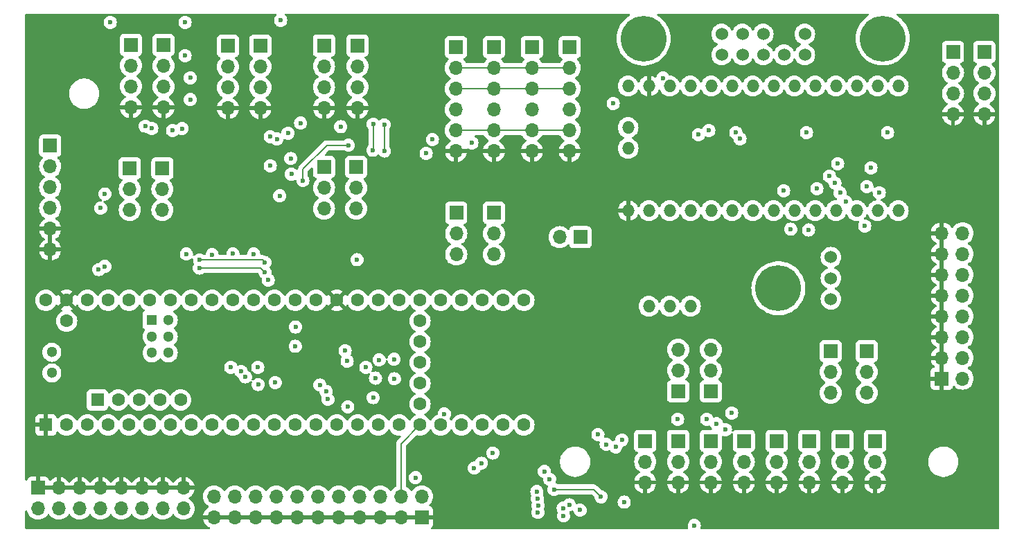
<source format=gbr>
%TF.GenerationSoftware,KiCad,Pcbnew,8.0.3*%
%TF.CreationDate,2024-07-14T18:55:44-07:00*%
%TF.ProjectId,robosub_teensy,726f626f-7375-4625-9f74-65656e73792e,rev?*%
%TF.SameCoordinates,Original*%
%TF.FileFunction,Copper,L3,Inr*%
%TF.FilePolarity,Positive*%
%FSLAX46Y46*%
G04 Gerber Fmt 4.6, Leading zero omitted, Abs format (unit mm)*
G04 Created by KiCad (PCBNEW 8.0.3) date 2024-07-14 18:55:44*
%MOMM*%
%LPD*%
G01*
G04 APERTURE LIST*
%TA.AperFunction,ComponentPad*%
%ADD10O,1.700000X1.700000*%
%TD*%
%TA.AperFunction,ComponentPad*%
%ADD11R,1.700000X1.700000*%
%TD*%
%TA.AperFunction,ComponentPad*%
%ADD12C,5.588000*%
%TD*%
%TA.AperFunction,ComponentPad*%
%ADD13O,1.524000X1.524000*%
%TD*%
%TA.AperFunction,ComponentPad*%
%ADD14C,1.524000*%
%TD*%
%TA.AperFunction,ComponentPad*%
%ADD15C,1.300000*%
%TD*%
%TA.AperFunction,ComponentPad*%
%ADD16R,1.300000X1.300000*%
%TD*%
%TA.AperFunction,ComponentPad*%
%ADD17C,1.600000*%
%TD*%
%TA.AperFunction,ComponentPad*%
%ADD18R,1.600000X1.600000*%
%TD*%
%TA.AperFunction,ViaPad*%
%ADD19C,0.600000*%
%TD*%
%TA.AperFunction,Conductor*%
%ADD20C,0.200000*%
%TD*%
G04 APERTURE END LIST*
D10*
%TO.N,+5V*%
%TO.C,JP10*%
X169005000Y-181245000D03*
%TO.N,Net-(J25-Pin_1)*%
X169005000Y-178705000D03*
D11*
%TO.N,+3.3V*%
X169005000Y-176165000D03*
%TD*%
D10*
%TO.N,+5V*%
%TO.C,JP9*%
X165065000Y-181245000D03*
%TO.N,Net-(J24-Pin_1)*%
X165065000Y-178705000D03*
D11*
%TO.N,+3.3V*%
X165065000Y-176165000D03*
%TD*%
D10*
%TO.N,+5V*%
%TO.C,JP2*%
X145320000Y-181415000D03*
%TO.N,Net-(J14-Pin_1)*%
X145320000Y-178875000D03*
D11*
%TO.N,+3.3V*%
X145320000Y-176335000D03*
%TD*%
D10*
%TO.N,+5V*%
%TO.C,JP1*%
X141330000Y-181415000D03*
%TO.N,Net-(J13-Pin_1)*%
X141330000Y-178875000D03*
D11*
%TO.N,+3.3V*%
X141330000Y-176335000D03*
%TD*%
%TO.N,Net-(J25-Pin_1)*%
%TO.C,J25*%
X169145000Y-161315000D03*
D10*
%TO.N,I2C3_SCL*%
X169145000Y-163855000D03*
%TO.N,I2C3_SDA*%
X169145000Y-166395000D03*
%TO.N,GND*%
X169145000Y-168935000D03*
%TD*%
D11*
%TO.N,Net-(J24-Pin_1)*%
%TO.C,J24*%
X165065000Y-161315000D03*
D10*
%TO.N,I2C2_SCL*%
X165065000Y-163855000D03*
%TO.N,I2C2_SDA*%
X165065000Y-166395000D03*
%TO.N,GND*%
X165065000Y-168935000D03*
%TD*%
D11*
%TO.N,+3.3V*%
%TO.C,J21*%
X157285000Y-161360000D03*
D10*
%TO.N,I2C1_SCL*%
X157285000Y-163900000D03*
%TO.N,I2C1_SDA*%
X157285000Y-166440000D03*
%TO.N,GND*%
X157285000Y-168980000D03*
%TD*%
D11*
%TO.N,+3.3V*%
%TO.C,J20*%
X153310000Y-161370000D03*
D10*
%TO.N,I2C1_SCL*%
X153310000Y-163910000D03*
%TO.N,I2C1_SDA*%
X153310000Y-166450000D03*
%TO.N,GND*%
X153310000Y-168990000D03*
%TD*%
D11*
%TO.N,+3.3V*%
%TO.C,J19*%
X245760000Y-162100000D03*
D10*
%TO.N,I2C1_SCL*%
X245760000Y-164640000D03*
%TO.N,I2C1_SDA*%
X245760000Y-167180000D03*
%TO.N,GND*%
X245760000Y-169720000D03*
%TD*%
D11*
%TO.N,+3.3V*%
%TO.C,J18*%
X241930000Y-162100000D03*
D10*
%TO.N,I2C1_SCL*%
X241930000Y-164640000D03*
%TO.N,I2C1_SDA*%
X241930000Y-167180000D03*
%TO.N,GND*%
X241930000Y-169720000D03*
%TD*%
D11*
%TO.N,Net-(J14-Pin_1)*%
%TO.C,J14*%
X145455000Y-161270000D03*
D10*
%TO.N,I2C1_SCL*%
X145455000Y-163810000D03*
%TO.N,I2C1_SDA*%
X145455000Y-166350000D03*
%TO.N,GND*%
X145455000Y-168890000D03*
%TD*%
D11*
%TO.N,Net-(J13-Pin_1)*%
%TO.C,J13*%
X141485000Y-161230000D03*
D10*
%TO.N,I2C1_SCL*%
X141485000Y-163770000D03*
%TO.N,I2C1_SDA*%
X141485000Y-166310000D03*
%TO.N,GND*%
X141485000Y-168850000D03*
%TD*%
D11*
%TO.N,GND*%
%TO.C,J12*%
X130120000Y-215392000D03*
D10*
%TO.N,+5V*%
X130120000Y-217932000D03*
%TO.N,GND*%
X132660000Y-215392000D03*
%TO.N,+5V*%
X132660000Y-217932000D03*
%TO.N,GND*%
X135200000Y-215392000D03*
%TO.N,+5V*%
X135200000Y-217932000D03*
%TO.N,GND*%
X137740000Y-215392000D03*
%TO.N,+5V*%
X137740000Y-217932000D03*
%TO.N,GND*%
X140280000Y-215392000D03*
%TO.N,+5V*%
X140280000Y-217932000D03*
%TO.N,GND*%
X142820000Y-215392000D03*
%TO.N,+5V*%
X142820000Y-217932000D03*
%TO.N,GND*%
X145360000Y-215392000D03*
%TO.N,+5V*%
X145360000Y-217932000D03*
%TO.N,GND*%
X147900000Y-215392000D03*
%TO.N,+5V*%
X147900000Y-217932000D03*
%TD*%
%TO.N,+3.3V*%
%TO.C,J11*%
X243100000Y-184255000D03*
%TO.N,GND*%
X240560000Y-184255000D03*
%TO.N,+3.3V*%
X243100000Y-186795000D03*
%TO.N,GND*%
X240560000Y-186795000D03*
%TO.N,+3.3V*%
X243100000Y-189335000D03*
%TO.N,GND*%
X240560000Y-189335000D03*
%TO.N,+3.3V*%
X243100000Y-191875000D03*
%TO.N,GND*%
X240560000Y-191875000D03*
%TO.N,+3.3V*%
X243100000Y-194415000D03*
%TO.N,GND*%
X240560000Y-194415000D03*
%TO.N,+3.3V*%
X243100000Y-196955000D03*
%TO.N,GND*%
X240560000Y-196955000D03*
%TO.N,+3.3V*%
X243100000Y-199495000D03*
%TO.N,GND*%
X240560000Y-199495000D03*
%TO.N,+3.3V*%
X243100000Y-202035000D03*
D11*
%TO.N,GND*%
X240560000Y-202035000D03*
%TD*%
%TO.N,GND*%
%TO.C,J17*%
X177020000Y-218970000D03*
D10*
%TO.N,D1{slash}A1*%
X177020000Y-216430000D03*
%TO.N,GND*%
X174480000Y-218970000D03*
%TO.N,D2{slash}A2*%
X174480000Y-216430000D03*
%TO.N,GND*%
X171940000Y-218970000D03*
%TO.N,D3{slash}PWM10*%
X171940000Y-216430000D03*
%TO.N,GND*%
X169400000Y-218970000D03*
%TO.N,D4{slash}PWM11*%
X169400000Y-216430000D03*
%TO.N,GND*%
X166860000Y-218970000D03*
%TO.N,D5*%
X166860000Y-216430000D03*
%TO.N,GND*%
X164320000Y-218970000D03*
%TO.N,D6*%
X164320000Y-216430000D03*
%TO.N,GND*%
X161780000Y-218970000D03*
%TO.N,D7*%
X161780000Y-216430000D03*
%TO.N,GND*%
X159240000Y-218970000D03*
%TO.N,D8{slash}A3{slash}PWM12*%
X159240000Y-216430000D03*
%TO.N,GND*%
X156700000Y-218970000D03*
%TO.N,D9{slash}A4{slash}PWM13*%
X156700000Y-216430000D03*
%TO.N,GND*%
X154160000Y-218970000D03*
%TO.N,D10{slash}A5*%
X154160000Y-216430000D03*
%TO.N,GND*%
X151620000Y-218970000D03*
%TO.N,D11{slash}PWM14*%
X151620000Y-216430000D03*
%TD*%
D11*
%TO.N,I2C2_SCL*%
%TO.C,JP18*%
X231375000Y-198680000D03*
D10*
%TO.N,Net-(JP18-C)*%
X231375000Y-201220000D03*
%TO.N,I2C1_SCL*%
X231375000Y-203760000D03*
%TD*%
D11*
%TO.N,I2C2_SDA*%
%TO.C,JP17*%
X226975000Y-198680000D03*
D10*
%TO.N,Net-(JP17-C)*%
X226975000Y-201220000D03*
%TO.N,I2C1_SDA*%
X226975000Y-203760000D03*
%TD*%
D11*
%TO.N,+3.3V*%
%TO.C,JP8*%
X185825000Y-181775000D03*
D10*
%TO.N,Net-(J23-Pin_1)*%
X185825000Y-184315000D03*
%TO.N,+5V*%
X185825000Y-186855000D03*
%TD*%
D11*
%TO.N,+3.3V*%
%TO.C,JP7*%
X181225000Y-181775000D03*
D10*
%TO.N,Net-(J22-Pin_1)*%
X181225000Y-184315000D03*
%TO.N,+5V*%
X181225000Y-186855000D03*
%TD*%
D11*
%TO.N,PWM1*%
%TO.C,JP4*%
X208336224Y-203575000D03*
D10*
%TO.N,Net-(J6-Pin_1)*%
X208336224Y-201035000D03*
%TO.N,PWM8{slash}AUDIO_DOUT*%
X208336224Y-198495000D03*
%TD*%
%TO.N,PWM7{slash}AUDIO_DIN*%
%TO.C,JP3*%
X212351020Y-198495000D03*
%TO.N,Net-(J4-Pin_1)*%
X212351020Y-201035000D03*
D11*
%TO.N,PWM0*%
X212351020Y-203575000D03*
%TD*%
%TO.N,+3.3V*%
%TO.C,J27*%
X195100000Y-161525000D03*
D10*
%TO.N,SPI_MOSI*%
X195100000Y-164065000D03*
%TO.N,SPI_MISO*%
X195100000Y-166605000D03*
%TO.N,SPI_CS4*%
X195100000Y-169145000D03*
%TO.N,SPI_SCK*%
X195100000Y-171685000D03*
%TO.N,GND*%
X195100000Y-174225000D03*
%TD*%
D11*
%TO.N,+3.3V*%
%TO.C,J26*%
X190466666Y-161525000D03*
D10*
%TO.N,SPI_MOSI*%
X190466666Y-164065000D03*
%TO.N,SPI_MISO*%
X190466666Y-166605000D03*
%TO.N,SPI_CS3*%
X190466666Y-169145000D03*
%TO.N,SPI_SCK*%
X190466666Y-171685000D03*
%TO.N,GND*%
X190466666Y-174225000D03*
%TD*%
D11*
%TO.N,Net-(J23-Pin_1)*%
%TO.C,J23*%
X185833333Y-161525000D03*
D10*
%TO.N,SPI_MOSI*%
X185833333Y-164065000D03*
%TO.N,SPI_MISO*%
X185833333Y-166605000D03*
%TO.N,SPI_CS2*%
X185833333Y-169145000D03*
%TO.N,SPI_SCK*%
X185833333Y-171685000D03*
%TO.N,GND*%
X185833333Y-174225000D03*
%TD*%
D11*
%TO.N,Net-(J22-Pin_1)*%
%TO.C,J22*%
X181200000Y-161525000D03*
D10*
%TO.N,SPI_MOSI*%
X181200000Y-164065000D03*
%TO.N,SPI_MISO*%
X181200000Y-166605000D03*
%TO.N,SPI_CS1*%
X181200000Y-169145000D03*
%TO.N,SPI_SCK*%
X181200000Y-171685000D03*
%TO.N,GND*%
X181200000Y-174225000D03*
%TD*%
D11*
%TO.N,+5V*%
%TO.C,J10*%
X131600000Y-173560000D03*
D10*
X131600000Y-176100000D03*
%TO.N,Analog_Current*%
X131600000Y-178640000D03*
%TO.N,Analog_Voltage*%
X131600000Y-181180000D03*
%TO.N,GND*%
X131600000Y-183720000D03*
X131600000Y-186260000D03*
%TD*%
D11*
%TO.N,PWM6*%
%TO.C,J9*%
X216365816Y-209645000D03*
D10*
%TO.N,unconnected-(J9-Pin_2-Pad2)*%
X216365816Y-212185000D03*
%TO.N,GND*%
X216365816Y-214725000D03*
%TD*%
%TO.N,GND*%
%TO.C,J8*%
X204321428Y-214725000D03*
%TO.N,unconnected-(J8-Pin_2-Pad2)*%
X204321428Y-212185000D03*
D11*
%TO.N,PWM9*%
X204321428Y-209645000D03*
%TD*%
%TO.N,PWM5*%
%TO.C,J7*%
X220380612Y-209645000D03*
D10*
%TO.N,unconnected-(J7-Pin_2-Pad2)*%
X220380612Y-212185000D03*
%TO.N,GND*%
X220380612Y-214725000D03*
%TD*%
%TO.N,GND*%
%TO.C,J6*%
X208336224Y-214725000D03*
%TO.N,unconnected-(J6-Pin_2-Pad2)*%
X208336224Y-212185000D03*
D11*
%TO.N,Net-(J6-Pin_1)*%
X208336224Y-209645000D03*
%TD*%
D10*
%TO.N,GND*%
%TO.C,J5*%
X224395408Y-214725000D03*
%TO.N,unconnected-(J5-Pin_2-Pad2)*%
X224395408Y-212185000D03*
D11*
%TO.N,PWM4*%
X224395408Y-209645000D03*
%TD*%
%TO.N,Net-(J4-Pin_1)*%
%TO.C,J4*%
X212351020Y-209645000D03*
D10*
%TO.N,unconnected-(J4-Pin_2-Pad2)*%
X212351020Y-212185000D03*
%TO.N,GND*%
X212351020Y-214725000D03*
%TD*%
%TO.N,GND*%
%TO.C,J3*%
X228410204Y-214725000D03*
%TO.N,unconnected-(J3-Pin_2-Pad2)*%
X228410204Y-212185000D03*
D11*
%TO.N,PWM3*%
X228410204Y-209645000D03*
%TD*%
%TO.N,UART_RX*%
%TO.C,J2*%
X196400000Y-184745000D03*
D10*
%TO.N,UART_TX*%
X193860000Y-184745000D03*
%TD*%
%TO.N,GND*%
%TO.C,J1*%
X232425000Y-214725000D03*
%TO.N,unconnected-(J1-Pin_2-Pad2)*%
X232425000Y-212185000D03*
D11*
%TO.N,PWM2*%
X232425000Y-209645000D03*
%TD*%
D12*
%TO.N,*%
%TO.C,U2*%
X204114680Y-160473880D03*
X220589120Y-190989440D03*
X233352620Y-160453560D03*
D13*
%TO.N,GND*%
X202230000Y-181500000D03*
%TO.N,unconnected-(U2-0_RX1_CRX2_CS1-Pad2)*%
X204770000Y-181500000D03*
%TO.N,unconnected-(U2-1_TX1_CTX2_MISO1-Pad3)*%
X207310000Y-181500000D03*
%TO.N,unconnected-(U2-2_OUT2-Pad4)*%
X209850000Y-181500000D03*
%TO.N,unconnected-(U2-3_LRCLK2-Pad5)*%
X212390000Y-181500000D03*
%TO.N,unconnected-(U2-4_BCLK2-Pad6)*%
X214930000Y-181500000D03*
%TO.N,unconnected-(U2-5_IN2-Pad7)*%
X217470000Y-181500000D03*
%TO.N,unconnected-(U2-6_OUT1D-Pad8)*%
X220010000Y-181500000D03*
%TO.N,Net-(JP11-B)*%
X222550000Y-181500000D03*
%TO.N,Net-(JP12-B)*%
X225090000Y-181500000D03*
%TO.N,unconnected-(U2-9_OUT1C-Pad11)*%
X227630000Y-181500000D03*
%TO.N,Net-(JP13-B)*%
X230170000Y-181500000D03*
%TO.N,Net-(JP14-B)*%
X232710000Y-181500000D03*
%TO.N,Net-(JP15-B)*%
X235250000Y-181500000D03*
%TO.N,unconnected-(U2-MIC-Pad15)*%
X202230000Y-171340000D03*
%TO.N,unconnected-(U2-GND-Pad16)*%
X202230000Y-173880000D03*
%TO.N,Net-(JP16-B)*%
X235250000Y-166260000D03*
%TO.N,unconnected-(U2-14_A0_TX3_SPDIF_OUT-Pad18)*%
X232710000Y-166260000D03*
%TO.N,Vol_Knob*%
X230170000Y-166260000D03*
%TO.N,unconnected-(U2-16_A2_RX4_SCL1-Pad20)*%
X227630000Y-166260000D03*
%TO.N,unconnected-(U2-17_A3_TX4_SDA1-Pad21)*%
X225090000Y-166260000D03*
%TO.N,Net-(JP17-C)*%
X222550000Y-166260000D03*
%TO.N,Net-(JP18-C)*%
X220010000Y-166260000D03*
%TO.N,LRCLK*%
X217470000Y-166260000D03*
%TO.N,BCLK*%
X214930000Y-166260000D03*
%TO.N,unconnected-(U2-22_A8_CTX1-Pad26)*%
X212390000Y-166260000D03*
%TO.N,MCLK*%
X209850000Y-166260000D03*
%TO.N,+3.3V*%
X207310000Y-166260000D03*
%TO.N,GND*%
X204770000Y-166260000D03*
%TO.N,+5V*%
X202230000Y-166260000D03*
D14*
%TO.N,unconnected-(U2-LINE_OUT_L-Pad31)*%
X223820000Y-162450000D03*
%TO.N,unconnected-(U2-LINE_OUT_GND-Pad32)*%
X221280000Y-162450000D03*
%TO.N,unconnected-(U2-LINE_OUT_R-Pad33)*%
X218740000Y-162450000D03*
%TO.N,unconnected-(U2-LINE_IN_R-Pad34)*%
X216200000Y-162450000D03*
%TO.N,unconnected-(U2-LINE_IN_L-Pad35)*%
X213660000Y-162450000D03*
%TO.N,unconnected-(U2-LINE_IN_R_GND-Pad36)*%
X216200000Y-159910000D03*
%TO.N,unconnected-(U2-LINE_IN_L_GND-Pad37)*%
X213660000Y-159910000D03*
%TO.N,unconnected-(U2-VOL_GND-Pad38)*%
X227020400Y-187192140D03*
%TO.N,unconnected-(U2-VOL_15_A1-Pad39)*%
X227020400Y-189772780D03*
%TO.N,unconnected-(U2-VOL_3.3V-Pad40)*%
X227020400Y-192310240D03*
D13*
%TO.N,unconnected-(U2-HEADPHONES_L-Pad41)*%
X209850000Y-193184000D03*
%TO.N,unconnected-(U2-HEADPHONES_R-Pad42)*%
X207310000Y-193184000D03*
%TO.N,unconnected-(U2-HEADPHONES_VGND-Pad43)*%
X204770000Y-193184000D03*
D14*
%TO.N,N/C*%
X218740000Y-159910000D03*
X223820000Y-159910000D03*
%TD*%
D15*
%TO.N,unconnected-(U1-D+-Pad67)*%
%TO.C,U1*%
X131805000Y-201340000D03*
%TO.N,unconnected-(U1-D--Pad66)*%
X131805000Y-198800000D03*
%TO.N,unconnected-(U1-R--Pad65)*%
X146045000Y-194888400D03*
%TO.N,unconnected-(U1-GND-Pad64)*%
X146045000Y-196888400D03*
%TO.N,unconnected-(U1-T+-Pad63)*%
X146045000Y-198888400D03*
%TO.N,unconnected-(U1-T--Pad62)*%
X144045000Y-198888400D03*
%TO.N,unconnected-(U1-LED-Pad61)*%
X144045000Y-196888400D03*
D16*
%TO.N,unconnected-(U1-R+-Pad60)*%
X144045000Y-194888400D03*
D17*
%TO.N,unconnected-(U1-GND-Pad59)*%
X147534200Y-204639200D03*
%TO.N,unconnected-(U1-GND-Pad58)*%
X144994200Y-204639200D03*
%TO.N,unconnected-(U1-D+-Pad57)*%
X142454200Y-204639200D03*
%TO.N,unconnected-(U1-D--Pad56)*%
X139914200Y-204639200D03*
D18*
%TO.N,unconnected-(U1-5V-Pad55)*%
X137374200Y-204639200D03*
D17*
%TO.N,unconnected-(U1-ON_OFF-Pad54)*%
X176795000Y-194990000D03*
%TO.N,unconnected-(U1-PROGRAM-Pad53)*%
X176795000Y-197530000D03*
%TO.N,unconnected-(U1-GND-Pad52)*%
X176795000Y-200070000D03*
%TO.N,unconnected-(U1-3V3-Pad51)*%
X176795000Y-202610000D03*
%TO.N,unconnected-(U1-VBAT-Pad50)*%
X176795000Y-205150000D03*
%TO.N,unconnected-(U1-VUSB-Pad49)*%
X133615000Y-194990000D03*
%TO.N,+5V*%
X131075000Y-192450000D03*
%TO.N,GND*%
X133615000Y-192450000D03*
%TO.N,+3.3V*%
X136155000Y-192450000D03*
%TO.N,MCLK*%
X138695000Y-192450000D03*
%TO.N,D8{slash}A3{slash}PWM12*%
X141235000Y-192450000D03*
%TO.N,BCLK*%
X143775000Y-192450000D03*
%TO.N,LRCLK*%
X146315000Y-192450000D03*
%TO.N,I2C1_SCL*%
X148855000Y-192450000D03*
%TO.N,I2C1_SDA*%
X151395000Y-192450000D03*
%TO.N,I2C2_SDA*%
X153935000Y-192450000D03*
%TO.N,I2C2_SCL*%
X156475000Y-192450000D03*
%TO.N,Vol_Knob*%
X159015000Y-192450000D03*
%TO.N,D9{slash}A4{slash}PWM13*%
X161555000Y-192450000D03*
%TO.N,SPI_SCK*%
X164095000Y-192450000D03*
%TO.N,GND*%
X166635000Y-192450000D03*
%TO.N,Analog_Current*%
X169175000Y-192450000D03*
%TO.N,Analog_Voltage*%
X171715000Y-192450000D03*
%TO.N,D10{slash}A5*%
X174255000Y-192450000D03*
%TO.N,SPI_CS2*%
X176795000Y-192450000D03*
%TO.N,SPI_CS3*%
X179335000Y-192450000D03*
%TO.N,SPI_CS4*%
X181875000Y-192450000D03*
%TO.N,UART_TX*%
X184415000Y-192450000D03*
%TO.N,UART_RX*%
X186955000Y-192450000D03*
%TO.N,D11{slash}PWM14*%
X189495000Y-192450000D03*
%TO.N,D7*%
X189495000Y-207690000D03*
%TO.N,D6*%
X186955000Y-207690000D03*
%TO.N,D5*%
X184415000Y-207690000D03*
%TO.N,D4{slash}PWM11*%
X181875000Y-207690000D03*
%TO.N,D3{slash}PWM10*%
X179335000Y-207690000D03*
%TO.N,D2{slash}A2*%
X176795000Y-207690000D03*
%TO.N,D1{slash}A1*%
X174255000Y-207690000D03*
%TO.N,I2C3_SDA*%
X171715000Y-207690000D03*
%TO.N,I2C3_SCL*%
X169175000Y-207690000D03*
%TO.N,+3.3V*%
X166635000Y-207690000D03*
%TO.N,SPI_MISO*%
X164095000Y-207690000D03*
%TO.N,SPI_MOSI*%
X161555000Y-207690000D03*
%TO.N,SPI_CS1*%
X159015000Y-207690000D03*
%TO.N,PWM9*%
X156475000Y-207690000D03*
%TO.N,PWM8{slash}AUDIO_DOUT*%
X153935000Y-207690000D03*
%TO.N,PWM7{slash}AUDIO_DIN*%
X151395000Y-207690000D03*
%TO.N,PWM6*%
X148855000Y-207690000D03*
%TO.N,PWM5*%
X146315000Y-207690000D03*
%TO.N,PWM4*%
X143775000Y-207690000D03*
%TO.N,PWM3*%
X141235000Y-207690000D03*
%TO.N,PWM2*%
X138695000Y-207690000D03*
%TO.N,PWM1*%
X136155000Y-207690000D03*
%TO.N,PWM0*%
X133615000Y-207690000D03*
D18*
%TO.N,GND*%
X131075000Y-207690000D03*
%TD*%
D19*
%TO.N,SPI_MOSI*%
X200406000Y-168402000D03*
X210820000Y-172212000D03*
X215900000Y-172720000D03*
%TO.N,SPI_CS4*%
X212090000Y-171704000D03*
X215392000Y-171958000D03*
%TO.N,PWM7{slash}AUDIO_DIN*%
X233934000Y-171958000D03*
%TO.N,PWM8{slash}AUDIO_DOUT*%
X232918000Y-179324000D03*
X231140000Y-183388000D03*
X231902000Y-176276000D03*
%TO.N,I2C2_SCL*%
X167640000Y-198628000D03*
X214884000Y-206248000D03*
X156972000Y-200660000D03*
%TO.N,I2C1_SCL*%
X153670000Y-200660000D03*
X214122000Y-208280000D03*
X167894000Y-199898000D03*
%TO.N,I2C1_SDA*%
X170180000Y-200660000D03*
X154940000Y-201168000D03*
X213029063Y-207534459D03*
%TO.N,Vol_Knob*%
X158242000Y-189992000D03*
X158496000Y-176022000D03*
X158496000Y-172466000D03*
X159766000Y-158242000D03*
%TO.N,LRCLK*%
X148082000Y-158496000D03*
X148082000Y-162560000D03*
X146558000Y-171704000D03*
%TO.N,BCLK*%
X144018000Y-171450000D03*
X206480742Y-165280000D03*
%TO.N,MCLK*%
X138938000Y-158496000D03*
%TO.N,SPI_CS2*%
X177546000Y-174498000D03*
%TO.N,SPI_CS4*%
X183134000Y-173228000D03*
%TO.N,SPI_CS3*%
X178317308Y-172807453D03*
%TO.N,I2C2_SDA*%
X155467508Y-201813672D03*
X211836000Y-207010000D03*
X208280000Y-207010000D03*
%TO.N,Net-(JP17-C)*%
X224282000Y-183862000D03*
X224028000Y-171958000D03*
%TO.N,Net-(JP18-C)*%
X231394000Y-178562000D03*
X227838000Y-175768000D03*
%TO.N,Net-(JP15-B)*%
X222108000Y-183770620D03*
X221234000Y-179070000D03*
%TO.N,Net-(JP14-B)*%
X226822000Y-177292000D03*
%TO.N,Net-(JP13-B)*%
X227505380Y-178132620D03*
%TO.N,Net-(JP11-B)*%
X225298000Y-178816000D03*
%TO.N,Net-(JP12-B)*%
X228832265Y-180419197D03*
X228129882Y-179322807D03*
%TO.N,D11{slash}PWM14*%
X173670000Y-202050000D03*
X164553537Y-202810777D03*
X171360000Y-201980000D03*
%TO.N,D10{slash}A5*%
X165321380Y-203578620D03*
X173630000Y-199670000D03*
X171810000Y-199740000D03*
%TO.N,D9{slash}A4{slash}PWM13*%
X161590000Y-195720000D03*
X165540000Y-204560000D03*
X161560000Y-198080000D03*
%TO.N,D8{slash}A3{slash}PWM12*%
X157009927Y-202760000D03*
X159107620Y-202510000D03*
X167970000Y-205480000D03*
%TO.N,D7*%
X185690000Y-211130000D03*
%TO.N,D1{slash}A1*%
X179768380Y-206341620D03*
X176250000Y-214130000D03*
%TO.N,D4{slash}PWM11*%
X183420000Y-212980000D03*
%TO.N,D5*%
X184300000Y-212380000D03*
%TO.N,PWM9*%
X198540000Y-208880000D03*
%TO.N,PWM8{slash}AUDIO_DOUT*%
X191990000Y-213370000D03*
X199550000Y-210070000D03*
%TO.N,PWM7{slash}AUDIO_DIN*%
X192630000Y-214330000D03*
X201750000Y-217130000D03*
%TO.N,PWM6*%
X193180000Y-215570000D03*
X198910000Y-216480000D03*
%TO.N,PWM5*%
X191080000Y-215840000D03*
X196356216Y-218105456D03*
%TO.N,PWM4*%
X195052537Y-217457463D03*
X191148638Y-216687227D03*
%TO.N,PWM3*%
X194302253Y-217856935D03*
X191236663Y-217532660D03*
%TO.N,PWM2*%
X191203770Y-218382025D03*
X194342126Y-218816048D03*
%TO.N,PWM0*%
X210315650Y-219990000D03*
%TO.N,PWM1*%
X201480000Y-209530000D03*
X200720000Y-210390000D03*
%TO.N,I2C3_SDA*%
X171080000Y-170940000D03*
X171030000Y-174120000D03*
X171080000Y-204360000D03*
%TO.N,I2C3_SCL*%
X172420000Y-171000000D03*
X172450000Y-174210000D03*
%TO.N,SPI_CS1*%
X159650000Y-179690000D03*
%TO.N,SPI_MISO*%
X161076899Y-177036047D03*
%TO.N,SPI_MOSI*%
X160997537Y-175127537D03*
%TO.N,SPI_SCK*%
X168040380Y-173510000D03*
X162480000Y-177810000D03*
%TO.N,Net-(J25-Pin_1)*%
X167090000Y-171240000D03*
%TO.N,Net-(J24-Pin_1)*%
X162200000Y-170790000D03*
%TO.N,I2C2_SDA*%
X160670000Y-172040000D03*
X159300872Y-172739286D03*
X153935000Y-186780000D03*
%TO.N,I2C2_SCL*%
X156475000Y-186800000D03*
%TO.N,I2C1_SCL*%
X148732000Y-165270000D03*
X148732000Y-167921576D03*
X148250000Y-186800000D03*
%TO.N,I2C1_SDA*%
X151395000Y-186880000D03*
%TO.N,Net-(J14-Pin_1)*%
X147720620Y-171460620D03*
%TO.N,Net-(J13-Pin_1)*%
X143220000Y-171170000D03*
%TO.N,Analog_Voltage*%
X157846000Y-189025591D03*
X149830000Y-188520000D03*
%TO.N,Analog_Current*%
X149860000Y-187520000D03*
X157846000Y-187836148D03*
%TO.N,Analog_Voltage*%
X137770000Y-181190000D03*
X137531159Y-188694956D03*
%TO.N,Analog_Current*%
X138288000Y-179460831D03*
X138288000Y-188308050D03*
X169100000Y-187500000D03*
%TD*%
D20*
%TO.N,Analog_Voltage*%
X157340409Y-188520000D02*
X157846000Y-189025591D01*
%TO.N,Analog_Current*%
X149860000Y-187520000D02*
X157529852Y-187520000D01*
%TO.N,Analog_Voltage*%
X149830000Y-188520000D02*
X157340409Y-188520000D01*
%TO.N,Analog_Current*%
X157529852Y-187520000D02*
X157846000Y-187836148D01*
%TO.N,D2{slash}A2*%
X174480000Y-216430000D02*
X174480000Y-210005000D01*
X174480000Y-210005000D02*
X176795000Y-207690000D01*
%TO.N,PWM6*%
X193180000Y-215570000D02*
X198000000Y-215570000D01*
X198000000Y-215570000D02*
X198910000Y-216480000D01*
%TO.N,I2C3_SDA*%
X171080000Y-170940000D02*
X171080000Y-174070000D01*
X171080000Y-174070000D02*
X171030000Y-174120000D01*
%TO.N,I2C3_SCL*%
X172420000Y-171000000D02*
X172420000Y-174180000D01*
X172420000Y-174180000D02*
X172450000Y-174210000D01*
%TO.N,SPI_SCK*%
X165420000Y-173510000D02*
X168040380Y-173510000D01*
X162480000Y-177810000D02*
X162480000Y-176450000D01*
X162480000Y-176450000D02*
X165420000Y-173510000D01*
X190466666Y-171685000D02*
X195100000Y-171685000D01*
X185833333Y-171685000D02*
X190466666Y-171685000D01*
X181200000Y-171685000D02*
X185833333Y-171685000D01*
%TO.N,SPI_MISO*%
X190466666Y-166605000D02*
X195100000Y-166605000D01*
X185833333Y-166605000D02*
X190466666Y-166605000D01*
X181200000Y-166605000D02*
X185833333Y-166605000D01*
%TO.N,SPI_MOSI*%
X190466666Y-164065000D02*
X195100000Y-164065000D01*
X185833333Y-164065000D02*
X190466666Y-164065000D01*
X181200000Y-164065000D02*
X185833333Y-164065000D01*
%TD*%
%TA.AperFunction,Conductor*%
%TO.N,GND*%
G36*
X240810000Y-201601988D02*
G01*
X240752993Y-201569075D01*
X240625826Y-201535000D01*
X240494174Y-201535000D01*
X240367007Y-201569075D01*
X240310000Y-201601988D01*
X240310000Y-199928012D01*
X240367007Y-199960925D01*
X240494174Y-199995000D01*
X240625826Y-199995000D01*
X240752993Y-199960925D01*
X240810000Y-199928012D01*
X240810000Y-201601988D01*
G37*
%TD.AperFunction*%
%TA.AperFunction,Conductor*%
G36*
X240810000Y-199061988D02*
G01*
X240752993Y-199029075D01*
X240625826Y-198995000D01*
X240494174Y-198995000D01*
X240367007Y-199029075D01*
X240310000Y-199061988D01*
X240310000Y-197388012D01*
X240367007Y-197420925D01*
X240494174Y-197455000D01*
X240625826Y-197455000D01*
X240752993Y-197420925D01*
X240810000Y-197388012D01*
X240810000Y-199061988D01*
G37*
%TD.AperFunction*%
%TA.AperFunction,Conductor*%
G36*
X240810000Y-196521988D02*
G01*
X240752993Y-196489075D01*
X240625826Y-196455000D01*
X240494174Y-196455000D01*
X240367007Y-196489075D01*
X240310000Y-196521988D01*
X240310000Y-194848012D01*
X240367007Y-194880925D01*
X240494174Y-194915000D01*
X240625826Y-194915000D01*
X240752993Y-194880925D01*
X240810000Y-194848012D01*
X240810000Y-196521988D01*
G37*
%TD.AperFunction*%
%TA.AperFunction,Conductor*%
G36*
X240810000Y-193981988D02*
G01*
X240752993Y-193949075D01*
X240625826Y-193915000D01*
X240494174Y-193915000D01*
X240367007Y-193949075D01*
X240310000Y-193981988D01*
X240310000Y-192308012D01*
X240367007Y-192340925D01*
X240494174Y-192375000D01*
X240625826Y-192375000D01*
X240752993Y-192340925D01*
X240810000Y-192308012D01*
X240810000Y-193981988D01*
G37*
%TD.AperFunction*%
%TA.AperFunction,Conductor*%
G36*
X240810000Y-191441988D02*
G01*
X240752993Y-191409075D01*
X240625826Y-191375000D01*
X240494174Y-191375000D01*
X240367007Y-191409075D01*
X240310000Y-191441988D01*
X240310000Y-189768012D01*
X240367007Y-189800925D01*
X240494174Y-189835000D01*
X240625826Y-189835000D01*
X240752993Y-189800925D01*
X240810000Y-189768012D01*
X240810000Y-191441988D01*
G37*
%TD.AperFunction*%
%TA.AperFunction,Conductor*%
G36*
X240810000Y-188901988D02*
G01*
X240752993Y-188869075D01*
X240625826Y-188835000D01*
X240494174Y-188835000D01*
X240367007Y-188869075D01*
X240310000Y-188901988D01*
X240310000Y-187228012D01*
X240367007Y-187260925D01*
X240494174Y-187295000D01*
X240625826Y-187295000D01*
X240752993Y-187260925D01*
X240810000Y-187228012D01*
X240810000Y-188901988D01*
G37*
%TD.AperFunction*%
%TA.AperFunction,Conductor*%
G36*
X240810000Y-186361988D02*
G01*
X240752993Y-186329075D01*
X240625826Y-186295000D01*
X240494174Y-186295000D01*
X240367007Y-186329075D01*
X240310000Y-186361988D01*
X240310000Y-184688012D01*
X240367007Y-184720925D01*
X240494174Y-184755000D01*
X240625826Y-184755000D01*
X240752993Y-184720925D01*
X240810000Y-184688012D01*
X240810000Y-186361988D01*
G37*
%TD.AperFunction*%
%TA.AperFunction,Conductor*%
G36*
X131850000Y-185826988D02*
G01*
X131792993Y-185794075D01*
X131665826Y-185760000D01*
X131534174Y-185760000D01*
X131407007Y-185794075D01*
X131350000Y-185826988D01*
X131350000Y-184153012D01*
X131407007Y-184185925D01*
X131534174Y-184220000D01*
X131665826Y-184220000D01*
X131792993Y-184185925D01*
X131850000Y-184153012D01*
X131850000Y-185826988D01*
G37*
%TD.AperFunction*%
%TA.AperFunction,Conductor*%
G36*
X159218099Y-157445185D02*
G01*
X159263854Y-157497989D01*
X159273798Y-157567147D01*
X159244773Y-157630703D01*
X159238741Y-157637181D01*
X159136184Y-157739737D01*
X159040211Y-157892476D01*
X158980631Y-158062745D01*
X158980630Y-158062750D01*
X158960435Y-158241996D01*
X158960435Y-158242003D01*
X158980630Y-158421249D01*
X158980631Y-158421254D01*
X159040211Y-158591523D01*
X159084451Y-158661930D01*
X159136184Y-158744262D01*
X159263738Y-158871816D01*
X159354080Y-158928582D01*
X159370937Y-158939174D01*
X159416478Y-158967789D01*
X159503565Y-158998262D01*
X159586745Y-159027368D01*
X159586750Y-159027369D01*
X159765996Y-159047565D01*
X159766000Y-159047565D01*
X159766004Y-159047565D01*
X159945249Y-159027369D01*
X159945252Y-159027368D01*
X159945255Y-159027368D01*
X160115522Y-158967789D01*
X160268262Y-158871816D01*
X160395816Y-158744262D01*
X160491789Y-158591522D01*
X160551368Y-158421255D01*
X160563143Y-158316750D01*
X160571565Y-158242003D01*
X160571565Y-158241996D01*
X160551369Y-158062750D01*
X160551368Y-158062745D01*
X160491788Y-157892476D01*
X160395815Y-157739737D01*
X160293259Y-157637181D01*
X160259774Y-157575858D01*
X160264758Y-157506166D01*
X160306630Y-157450233D01*
X160372094Y-157425816D01*
X160380940Y-157425500D01*
X202344303Y-157425500D01*
X202411342Y-157445185D01*
X202457097Y-157497989D01*
X202467041Y-157567147D01*
X202438016Y-157630703D01*
X202408232Y-157655750D01*
X202263146Y-157743044D01*
X202263138Y-157743050D01*
X201978742Y-157959241D01*
X201978733Y-157959249D01*
X201719374Y-158204926D01*
X201488105Y-158477196D01*
X201488097Y-158477206D01*
X201287622Y-158772884D01*
X201287621Y-158772887D01*
X201120285Y-159088515D01*
X201120276Y-159088533D01*
X200988049Y-159420399D01*
X200988047Y-159420406D01*
X200892481Y-159764606D01*
X200892475Y-159764632D01*
X200834683Y-160117144D01*
X200834682Y-160117157D01*
X200834682Y-160117159D01*
X200831401Y-160177669D01*
X200815341Y-160473877D01*
X200815341Y-160473882D01*
X200834682Y-160830598D01*
X200834683Y-160830615D01*
X200892475Y-161183127D01*
X200892481Y-161183153D01*
X200988047Y-161527353D01*
X200988049Y-161527360D01*
X201120276Y-161859226D01*
X201120281Y-161859236D01*
X201283915Y-162167883D01*
X201287621Y-162174872D01*
X201287622Y-162174875D01*
X201488097Y-162470553D01*
X201488105Y-162470563D01*
X201710636Y-162732546D01*
X201719375Y-162742834D01*
X201978733Y-162988511D01*
X201978740Y-162988516D01*
X201978742Y-162988518D01*
X201991052Y-162997876D01*
X202263134Y-163204707D01*
X202263142Y-163204712D01*
X202263154Y-163204720D01*
X202566388Y-163387169D01*
X202569242Y-163388886D01*
X202569246Y-163388887D01*
X202569250Y-163388890D01*
X202722358Y-163459725D01*
X202893469Y-163538889D01*
X203232013Y-163652958D01*
X203580906Y-163729755D01*
X203936057Y-163768380D01*
X203936063Y-163768380D01*
X204293297Y-163768380D01*
X204293303Y-163768380D01*
X204648454Y-163729755D01*
X204997347Y-163652958D01*
X205335891Y-163538889D01*
X205660118Y-163388886D01*
X205866658Y-163264615D01*
X205966205Y-163204720D01*
X205966209Y-163204717D01*
X205966226Y-163204707D01*
X206250627Y-162988511D01*
X206509985Y-162742834D01*
X206741261Y-162470555D01*
X206878676Y-162267883D01*
X206941737Y-162174875D01*
X206941737Y-162174873D01*
X206941742Y-162174867D01*
X207109079Y-161859236D01*
X207241309Y-161527364D01*
X207336882Y-161183140D01*
X207386444Y-160880826D01*
X207394676Y-160830615D01*
X207394676Y-160830612D01*
X207394678Y-160830601D01*
X207414019Y-160473880D01*
X207413924Y-160472135D01*
X207410150Y-160402516D01*
X207394678Y-160117159D01*
X207393087Y-160107455D01*
X207360715Y-159909997D01*
X212392677Y-159909997D01*
X212392677Y-159910002D01*
X212411929Y-160130062D01*
X212411930Y-160130070D01*
X212469104Y-160343445D01*
X212469105Y-160343447D01*
X212469106Y-160343450D01*
X212529104Y-160472116D01*
X212562466Y-160543662D01*
X212562468Y-160543666D01*
X212689170Y-160724615D01*
X212689175Y-160724621D01*
X212845378Y-160880824D01*
X212845384Y-160880829D01*
X213026333Y-161007531D01*
X213026335Y-161007532D01*
X213026338Y-161007534D01*
X213145748Y-161063215D01*
X213155189Y-161067618D01*
X213207628Y-161113790D01*
X213226780Y-161180984D01*
X213206564Y-161247865D01*
X213155189Y-161292382D01*
X213026340Y-161352465D01*
X213026338Y-161352466D01*
X212845377Y-161479175D01*
X212689175Y-161635377D01*
X212562466Y-161816338D01*
X212562465Y-161816340D01*
X212469107Y-162016548D01*
X212469104Y-162016554D01*
X212411930Y-162229929D01*
X212411929Y-162229937D01*
X212392677Y-162449997D01*
X212392677Y-162450002D01*
X212411929Y-162670062D01*
X212411930Y-162670070D01*
X212469104Y-162883445D01*
X212469105Y-162883447D01*
X212469106Y-162883450D01*
X212536790Y-163028599D01*
X212562466Y-163083662D01*
X212562468Y-163083666D01*
X212689170Y-163264615D01*
X212689175Y-163264621D01*
X212845378Y-163420824D01*
X212845384Y-163420829D01*
X213026333Y-163547531D01*
X213026335Y-163547532D01*
X213026338Y-163547534D01*
X213226550Y-163640894D01*
X213439932Y-163698070D01*
X213569838Y-163709435D01*
X213659998Y-163717323D01*
X213660000Y-163717323D01*
X213660002Y-163717323D01*
X213715017Y-163712509D01*
X213880068Y-163698070D01*
X214093450Y-163640894D01*
X214293662Y-163547534D01*
X214474620Y-163420826D01*
X214630826Y-163264620D01*
X214757534Y-163083662D01*
X214817618Y-162954811D01*
X214863790Y-162902371D01*
X214930983Y-162883219D01*
X214997865Y-162903435D01*
X215042382Y-162954811D01*
X215102464Y-163083658D01*
X215102468Y-163083666D01*
X215229170Y-163264615D01*
X215229175Y-163264621D01*
X215385378Y-163420824D01*
X215385384Y-163420829D01*
X215566333Y-163547531D01*
X215566335Y-163547532D01*
X215566338Y-163547534D01*
X215766550Y-163640894D01*
X215979932Y-163698070D01*
X216109838Y-163709435D01*
X216199998Y-163717323D01*
X216200000Y-163717323D01*
X216200002Y-163717323D01*
X216255017Y-163712509D01*
X216420068Y-163698070D01*
X216633450Y-163640894D01*
X216833662Y-163547534D01*
X217014620Y-163420826D01*
X217170826Y-163264620D01*
X217297534Y-163083662D01*
X217357618Y-162954811D01*
X217403790Y-162902371D01*
X217470983Y-162883219D01*
X217537865Y-162903435D01*
X217582382Y-162954811D01*
X217642464Y-163083658D01*
X217642468Y-163083666D01*
X217769170Y-163264615D01*
X217769175Y-163264621D01*
X217925378Y-163420824D01*
X217925384Y-163420829D01*
X218106333Y-163547531D01*
X218106335Y-163547532D01*
X218106338Y-163547534D01*
X218306550Y-163640894D01*
X218519932Y-163698070D01*
X218649838Y-163709435D01*
X218739998Y-163717323D01*
X218740000Y-163717323D01*
X218740002Y-163717323D01*
X218795017Y-163712509D01*
X218960068Y-163698070D01*
X219173450Y-163640894D01*
X219373662Y-163547534D01*
X219554620Y-163420826D01*
X219710826Y-163264620D01*
X219837534Y-163083662D01*
X219897618Y-162954811D01*
X219943790Y-162902371D01*
X220010983Y-162883219D01*
X220077865Y-162903435D01*
X220122382Y-162954811D01*
X220182464Y-163083658D01*
X220182468Y-163083666D01*
X220309170Y-163264615D01*
X220309175Y-163264621D01*
X220465378Y-163420824D01*
X220465384Y-163420829D01*
X220646333Y-163547531D01*
X220646335Y-163547532D01*
X220646338Y-163547534D01*
X220846550Y-163640894D01*
X221059932Y-163698070D01*
X221189838Y-163709435D01*
X221279998Y-163717323D01*
X221280000Y-163717323D01*
X221280002Y-163717323D01*
X221335017Y-163712509D01*
X221500068Y-163698070D01*
X221713450Y-163640894D01*
X221913662Y-163547534D01*
X222094620Y-163420826D01*
X222250826Y-163264620D01*
X222377534Y-163083662D01*
X222437618Y-162954811D01*
X222483790Y-162902371D01*
X222550983Y-162883219D01*
X222617865Y-162903435D01*
X222662382Y-162954811D01*
X222722464Y-163083658D01*
X222722468Y-163083666D01*
X222849170Y-163264615D01*
X222849175Y-163264621D01*
X223005378Y-163420824D01*
X223005384Y-163420829D01*
X223186333Y-163547531D01*
X223186335Y-163547532D01*
X223186338Y-163547534D01*
X223386550Y-163640894D01*
X223599932Y-163698070D01*
X223729838Y-163709435D01*
X223819998Y-163717323D01*
X223820000Y-163717323D01*
X223820002Y-163717323D01*
X223875017Y-163712509D01*
X224040068Y-163698070D01*
X224253450Y-163640894D01*
X224453662Y-163547534D01*
X224634620Y-163420826D01*
X224790826Y-163264620D01*
X224917534Y-163083662D01*
X225010894Y-162883450D01*
X225068070Y-162670068D01*
X225086244Y-162462331D01*
X225087323Y-162450002D01*
X225087323Y-162449997D01*
X225076153Y-162322328D01*
X225068070Y-162229932D01*
X225010894Y-162016550D01*
X224917534Y-161816339D01*
X224790826Y-161635380D01*
X224634620Y-161479174D01*
X224634616Y-161479171D01*
X224634615Y-161479170D01*
X224453666Y-161352468D01*
X224453658Y-161352464D01*
X224324811Y-161292382D01*
X224272371Y-161246210D01*
X224253219Y-161179017D01*
X224273435Y-161112135D01*
X224324811Y-161067618D01*
X224330802Y-161064824D01*
X224453662Y-161007534D01*
X224634620Y-160880826D01*
X224790826Y-160724620D01*
X224917534Y-160543662D01*
X225010894Y-160343450D01*
X225068070Y-160130068D01*
X225087323Y-159910000D01*
X225085215Y-159885909D01*
X225074603Y-159764606D01*
X225068070Y-159689932D01*
X225010894Y-159476550D01*
X224917534Y-159276339D01*
X224854180Y-159185859D01*
X224790827Y-159095381D01*
X224722814Y-159027368D01*
X224634620Y-158939174D01*
X224634616Y-158939171D01*
X224634615Y-158939170D01*
X224453666Y-158812468D01*
X224453662Y-158812466D01*
X224368784Y-158772887D01*
X224253450Y-158719106D01*
X224253447Y-158719105D01*
X224253445Y-158719104D01*
X224040070Y-158661930D01*
X224040062Y-158661929D01*
X223820002Y-158642677D01*
X223819998Y-158642677D01*
X223599937Y-158661929D01*
X223599929Y-158661930D01*
X223386554Y-158719104D01*
X223386548Y-158719107D01*
X223186340Y-158812465D01*
X223186338Y-158812466D01*
X223005377Y-158939175D01*
X222849175Y-159095377D01*
X222722466Y-159276338D01*
X222722465Y-159276340D01*
X222629107Y-159476548D01*
X222629104Y-159476554D01*
X222571930Y-159689929D01*
X222571929Y-159689937D01*
X222552677Y-159909997D01*
X222552677Y-159910002D01*
X222571929Y-160130062D01*
X222571930Y-160130070D01*
X222629104Y-160343445D01*
X222629105Y-160343447D01*
X222629106Y-160343450D01*
X222689104Y-160472116D01*
X222722466Y-160543662D01*
X222722468Y-160543666D01*
X222849170Y-160724615D01*
X222849175Y-160724621D01*
X223005378Y-160880824D01*
X223005384Y-160880829D01*
X223186333Y-161007531D01*
X223186335Y-161007532D01*
X223186338Y-161007534D01*
X223305748Y-161063215D01*
X223315189Y-161067618D01*
X223367628Y-161113790D01*
X223386780Y-161180984D01*
X223366564Y-161247865D01*
X223315189Y-161292382D01*
X223186340Y-161352465D01*
X223186338Y-161352466D01*
X223005377Y-161479175D01*
X222849175Y-161635377D01*
X222722466Y-161816338D01*
X222722465Y-161816340D01*
X222662382Y-161945189D01*
X222616209Y-161997628D01*
X222549016Y-162016780D01*
X222482135Y-161996564D01*
X222437618Y-161945189D01*
X222397537Y-161859236D01*
X222377534Y-161816339D01*
X222250826Y-161635380D01*
X222094620Y-161479174D01*
X222094616Y-161479171D01*
X222094615Y-161479170D01*
X221913666Y-161352468D01*
X221913662Y-161352466D01*
X221913658Y-161352464D01*
X221713450Y-161259106D01*
X221713447Y-161259105D01*
X221713445Y-161259104D01*
X221500070Y-161201930D01*
X221500062Y-161201929D01*
X221280002Y-161182677D01*
X221279998Y-161182677D01*
X221059937Y-161201929D01*
X221059929Y-161201930D01*
X220846554Y-161259104D01*
X220846548Y-161259107D01*
X220646340Y-161352465D01*
X220646338Y-161352466D01*
X220465377Y-161479175D01*
X220309175Y-161635377D01*
X220182466Y-161816338D01*
X220182465Y-161816340D01*
X220122382Y-161945189D01*
X220076209Y-161997628D01*
X220009016Y-162016780D01*
X219942135Y-161996564D01*
X219897618Y-161945189D01*
X219857537Y-161859236D01*
X219837534Y-161816339D01*
X219710826Y-161635380D01*
X219554620Y-161479174D01*
X219554616Y-161479171D01*
X219554615Y-161479170D01*
X219373666Y-161352468D01*
X219373658Y-161352464D01*
X219244811Y-161292382D01*
X219192371Y-161246210D01*
X219173219Y-161179017D01*
X219193435Y-161112135D01*
X219244811Y-161067618D01*
X219250802Y-161064824D01*
X219373662Y-161007534D01*
X219554620Y-160880826D01*
X219710826Y-160724620D01*
X219837534Y-160543662D01*
X219930894Y-160343450D01*
X219988070Y-160130068D01*
X220007323Y-159910000D01*
X220005215Y-159885909D01*
X219994603Y-159764606D01*
X219988070Y-159689932D01*
X219930894Y-159476550D01*
X219837534Y-159276339D01*
X219774180Y-159185859D01*
X219710827Y-159095381D01*
X219642814Y-159027368D01*
X219554620Y-158939174D01*
X219554616Y-158939171D01*
X219554615Y-158939170D01*
X219373666Y-158812468D01*
X219373662Y-158812466D01*
X219288784Y-158772887D01*
X219173450Y-158719106D01*
X219173447Y-158719105D01*
X219173445Y-158719104D01*
X218960070Y-158661930D01*
X218960062Y-158661929D01*
X218740002Y-158642677D01*
X218739998Y-158642677D01*
X218519937Y-158661929D01*
X218519929Y-158661930D01*
X218306554Y-158719104D01*
X218306548Y-158719107D01*
X218106340Y-158812465D01*
X218106338Y-158812466D01*
X217925377Y-158939175D01*
X217769175Y-159095377D01*
X217642466Y-159276338D01*
X217642465Y-159276340D01*
X217582382Y-159405189D01*
X217536209Y-159457628D01*
X217469016Y-159476780D01*
X217402135Y-159456564D01*
X217357618Y-159405189D01*
X217309297Y-159301565D01*
X217297534Y-159276339D01*
X217234180Y-159185859D01*
X217170827Y-159095381D01*
X217102814Y-159027368D01*
X217014620Y-158939174D01*
X217014616Y-158939171D01*
X217014615Y-158939170D01*
X216833666Y-158812468D01*
X216833662Y-158812466D01*
X216748784Y-158772887D01*
X216633450Y-158719106D01*
X216633447Y-158719105D01*
X216633445Y-158719104D01*
X216420070Y-158661930D01*
X216420062Y-158661929D01*
X216200002Y-158642677D01*
X216199998Y-158642677D01*
X215979937Y-158661929D01*
X215979929Y-158661930D01*
X215766554Y-158719104D01*
X215766548Y-158719107D01*
X215566340Y-158812465D01*
X215566338Y-158812466D01*
X215385377Y-158939175D01*
X215229175Y-159095377D01*
X215102466Y-159276338D01*
X215102465Y-159276340D01*
X215042382Y-159405189D01*
X214996209Y-159457628D01*
X214929016Y-159476780D01*
X214862135Y-159456564D01*
X214817618Y-159405189D01*
X214769297Y-159301565D01*
X214757534Y-159276339D01*
X214694180Y-159185859D01*
X214630827Y-159095381D01*
X214562814Y-159027368D01*
X214474620Y-158939174D01*
X214474616Y-158939171D01*
X214474615Y-158939170D01*
X214293666Y-158812468D01*
X214293662Y-158812466D01*
X214208784Y-158772887D01*
X214093450Y-158719106D01*
X214093447Y-158719105D01*
X214093445Y-158719104D01*
X213880070Y-158661930D01*
X213880062Y-158661929D01*
X213660002Y-158642677D01*
X213659998Y-158642677D01*
X213439937Y-158661929D01*
X213439929Y-158661930D01*
X213226554Y-158719104D01*
X213226548Y-158719107D01*
X213026340Y-158812465D01*
X213026338Y-158812466D01*
X212845377Y-158939175D01*
X212689175Y-159095377D01*
X212562466Y-159276338D01*
X212562465Y-159276340D01*
X212469107Y-159476548D01*
X212469104Y-159476554D01*
X212411930Y-159689929D01*
X212411929Y-159689937D01*
X212392677Y-159909997D01*
X207360715Y-159909997D01*
X207336884Y-159764632D01*
X207336883Y-159764631D01*
X207336882Y-159764620D01*
X207256900Y-159476550D01*
X207241312Y-159420406D01*
X207241310Y-159420399D01*
X207109083Y-159088533D01*
X207109074Y-159088515D01*
X207087364Y-159047565D01*
X206941742Y-158772893D01*
X206941738Y-158772887D01*
X206941737Y-158772884D01*
X206741262Y-158477206D01*
X206741254Y-158477196D01*
X206509985Y-158204926D01*
X206448280Y-158146476D01*
X206250627Y-157959249D01*
X206250620Y-157959243D01*
X206250617Y-157959241D01*
X206128202Y-157866184D01*
X205966226Y-157743053D01*
X205966220Y-157743049D01*
X205966213Y-157743044D01*
X205821128Y-157655750D01*
X205773834Y-157604321D01*
X205761851Y-157535487D01*
X205788986Y-157471101D01*
X205846623Y-157431607D01*
X205885057Y-157425500D01*
X231548471Y-157425500D01*
X231615510Y-157445185D01*
X231661265Y-157497989D01*
X231671209Y-157567147D01*
X231642184Y-157630703D01*
X231612399Y-157655750D01*
X231501094Y-157722719D01*
X231501078Y-157722730D01*
X231216682Y-157938921D01*
X231216673Y-157938929D01*
X230957314Y-158184606D01*
X230726045Y-158456876D01*
X230726037Y-158456886D01*
X230525562Y-158752564D01*
X230525561Y-158752567D01*
X230358225Y-159068195D01*
X230358216Y-159068213D01*
X230225989Y-159400079D01*
X230225987Y-159400086D01*
X230130421Y-159744286D01*
X230130415Y-159744312D01*
X230072623Y-160096824D01*
X230072622Y-160096837D01*
X230072622Y-160096839D01*
X230068239Y-160177671D01*
X230053281Y-160453557D01*
X230053281Y-160453562D01*
X230072622Y-160810278D01*
X230072623Y-160810295D01*
X230130415Y-161162807D01*
X230130421Y-161162833D01*
X230225987Y-161507033D01*
X230225989Y-161507040D01*
X230358216Y-161838906D01*
X230358225Y-161838924D01*
X230368994Y-161859236D01*
X230511416Y-162127873D01*
X230525561Y-162154552D01*
X230525562Y-162154555D01*
X230726037Y-162450233D01*
X230726045Y-162450243D01*
X230921326Y-162680145D01*
X230957315Y-162722514D01*
X231216673Y-162968191D01*
X231216680Y-162968196D01*
X231216682Y-162968198D01*
X231243413Y-162988518D01*
X231501074Y-163184387D01*
X231501082Y-163184392D01*
X231501094Y-163184400D01*
X231768628Y-163345369D01*
X231807182Y-163368566D01*
X231807186Y-163368567D01*
X231807190Y-163368570D01*
X232004219Y-163459725D01*
X232131409Y-163518569D01*
X232469953Y-163632638D01*
X232818846Y-163709435D01*
X233173997Y-163748060D01*
X233174003Y-163748060D01*
X233531237Y-163748060D01*
X233531243Y-163748060D01*
X233886394Y-163709435D01*
X234235287Y-163632638D01*
X234573831Y-163518569D01*
X234898058Y-163368566D01*
X235087615Y-163254513D01*
X235204145Y-163184400D01*
X235204149Y-163184397D01*
X235204166Y-163184387D01*
X235488567Y-162968191D01*
X235747925Y-162722514D01*
X235979201Y-162450235D01*
X236099720Y-162272482D01*
X236179677Y-162154555D01*
X236179677Y-162154553D01*
X236179682Y-162154547D01*
X236347019Y-161838916D01*
X236479249Y-161507044D01*
X236574822Y-161162820D01*
X236592611Y-161054311D01*
X236632616Y-160810295D01*
X236632616Y-160810292D01*
X236632618Y-160810281D01*
X236651494Y-160462129D01*
X236651959Y-160453562D01*
X236651959Y-160453557D01*
X236649483Y-160407909D01*
X236632618Y-160096839D01*
X236629235Y-160076206D01*
X236574824Y-159744312D01*
X236574823Y-159744311D01*
X236574822Y-159744300D01*
X236479249Y-159400076D01*
X236369974Y-159125816D01*
X236347023Y-159068213D01*
X236347014Y-159068195D01*
X236336077Y-159047565D01*
X236179682Y-158752573D01*
X236179678Y-158752567D01*
X236179677Y-158752564D01*
X235979202Y-158456886D01*
X235979194Y-158456876D01*
X235747925Y-158184606D01*
X235619283Y-158062750D01*
X235488567Y-157938929D01*
X235488560Y-157938923D01*
X235488557Y-157938921D01*
X235266622Y-157770211D01*
X235204166Y-157722733D01*
X235204160Y-157722729D01*
X235204145Y-157722719D01*
X235092841Y-157655750D01*
X235045546Y-157604321D01*
X235033563Y-157535487D01*
X235060698Y-157471101D01*
X235118335Y-157431607D01*
X235156769Y-157425500D01*
X247425500Y-157425500D01*
X247492539Y-157445185D01*
X247538294Y-157497989D01*
X247549500Y-157549500D01*
X247549500Y-220325500D01*
X247529815Y-220392539D01*
X247477011Y-220438294D01*
X247425500Y-220449500D01*
X211177718Y-220449500D01*
X211110679Y-220429815D01*
X211064924Y-220377011D01*
X211054980Y-220307853D01*
X211060677Y-220284545D01*
X211101016Y-220169262D01*
X211101019Y-220169249D01*
X211121215Y-219990003D01*
X211121215Y-219989996D01*
X211101019Y-219810750D01*
X211101018Y-219810745D01*
X211041438Y-219640476D01*
X210945465Y-219487737D01*
X210817912Y-219360184D01*
X210665173Y-219264211D01*
X210494904Y-219204631D01*
X210494899Y-219204630D01*
X210315654Y-219184435D01*
X210315646Y-219184435D01*
X210136400Y-219204630D01*
X210136395Y-219204631D01*
X209966126Y-219264211D01*
X209813387Y-219360184D01*
X209685834Y-219487737D01*
X209589861Y-219640476D01*
X209530281Y-219810745D01*
X209530280Y-219810750D01*
X209510085Y-219989996D01*
X209510085Y-219990003D01*
X209530280Y-220169249D01*
X209530283Y-220169262D01*
X209570623Y-220284545D01*
X209574185Y-220354324D01*
X209539457Y-220414951D01*
X209477463Y-220447179D01*
X209453582Y-220449500D01*
X178235985Y-220449500D01*
X178168946Y-220429815D01*
X178123191Y-220377011D01*
X178113247Y-220307853D01*
X178142272Y-220244297D01*
X178161674Y-220226233D01*
X178227190Y-220177186D01*
X178313350Y-220062093D01*
X178313354Y-220062086D01*
X178363596Y-219927379D01*
X178363598Y-219927372D01*
X178369999Y-219867844D01*
X178370000Y-219867827D01*
X178370000Y-219220000D01*
X177453012Y-219220000D01*
X177485925Y-219162993D01*
X177520000Y-219035826D01*
X177520000Y-218904174D01*
X177485925Y-218777007D01*
X177453012Y-218720000D01*
X178370000Y-218720000D01*
X178370000Y-218072172D01*
X178369999Y-218072155D01*
X178363598Y-218012627D01*
X178363596Y-218012620D01*
X178313354Y-217877913D01*
X178313350Y-217877906D01*
X178227190Y-217762812D01*
X178227187Y-217762809D01*
X178112093Y-217676649D01*
X178112088Y-217676646D01*
X177980528Y-217627577D01*
X177924595Y-217585705D01*
X177900178Y-217520241D01*
X177915030Y-217451968D01*
X177936175Y-217423720D01*
X178058495Y-217301401D01*
X178194035Y-217107830D01*
X178293903Y-216893663D01*
X178355063Y-216665408D01*
X178375659Y-216430000D01*
X178355063Y-216194592D01*
X178293903Y-215966337D01*
X178234989Y-215839996D01*
X190274435Y-215839996D01*
X190274435Y-215840003D01*
X190294630Y-216019249D01*
X190294633Y-216019262D01*
X190354209Y-216189518D01*
X190354211Y-216189522D01*
X190399831Y-216262127D01*
X190418831Y-216329364D01*
X190411879Y-216369053D01*
X190363270Y-216507969D01*
X190363268Y-216507977D01*
X190343073Y-216687223D01*
X190343073Y-216687230D01*
X190363268Y-216866476D01*
X190363269Y-216866481D01*
X190422849Y-217036750D01*
X190480518Y-217128530D01*
X190499518Y-217195767D01*
X190492566Y-217235456D01*
X190451295Y-217353402D01*
X190451293Y-217353410D01*
X190431098Y-217532656D01*
X190431098Y-217532663D01*
X190451293Y-217711909D01*
X190451295Y-217711917D01*
X190513170Y-217888746D01*
X190516731Y-217958525D01*
X190501123Y-217995670D01*
X190477981Y-218032500D01*
X190418401Y-218202770D01*
X190418400Y-218202775D01*
X190398205Y-218382021D01*
X190398205Y-218382028D01*
X190418400Y-218561274D01*
X190418401Y-218561279D01*
X190477981Y-218731548D01*
X190531078Y-218816051D01*
X190573954Y-218884287D01*
X190701508Y-219011841D01*
X190739680Y-219035826D01*
X190851416Y-219106035D01*
X190854248Y-219107814D01*
X191011941Y-219162993D01*
X191024515Y-219167393D01*
X191024520Y-219167394D01*
X191203766Y-219187590D01*
X191203770Y-219187590D01*
X191203774Y-219187590D01*
X191383019Y-219167394D01*
X191383022Y-219167393D01*
X191383025Y-219167393D01*
X191553292Y-219107814D01*
X191706032Y-219011841D01*
X191833586Y-218884287D01*
X191929559Y-218731547D01*
X191989138Y-218561280D01*
X191995309Y-218506513D01*
X192009335Y-218382028D01*
X192009335Y-218382021D01*
X191989139Y-218202775D01*
X191989136Y-218202762D01*
X191927262Y-218025938D01*
X191923700Y-217956159D01*
X191939308Y-217919013D01*
X191962452Y-217882182D01*
X191971288Y-217856931D01*
X193496688Y-217856931D01*
X193496688Y-217856938D01*
X193516883Y-218036184D01*
X193516884Y-218036189D01*
X193576464Y-218206458D01*
X193636653Y-218302248D01*
X193655653Y-218369485D01*
X193636654Y-218434190D01*
X193616335Y-218466527D01*
X193556759Y-218636785D01*
X193556756Y-218636798D01*
X193536561Y-218816044D01*
X193536561Y-218816051D01*
X193556756Y-218995297D01*
X193556757Y-218995302D01*
X193616337Y-219165571D01*
X193693051Y-219287659D01*
X193712310Y-219318310D01*
X193839864Y-219445864D01*
X193992604Y-219541837D01*
X194162871Y-219601416D01*
X194162876Y-219601417D01*
X194342122Y-219621613D01*
X194342126Y-219621613D01*
X194342130Y-219621613D01*
X194521375Y-219601417D01*
X194521378Y-219601416D01*
X194521381Y-219601416D01*
X194691648Y-219541837D01*
X194844388Y-219445864D01*
X194971942Y-219318310D01*
X195067915Y-219165570D01*
X195127494Y-218995303D01*
X195130289Y-218970495D01*
X195147691Y-218816051D01*
X195147691Y-218816044D01*
X195127495Y-218636798D01*
X195127494Y-218636793D01*
X195101071Y-218561280D01*
X195067915Y-218466526D01*
X195052480Y-218441961D01*
X195033480Y-218374724D01*
X195053848Y-218307889D01*
X195107115Y-218262675D01*
X195143591Y-218252769D01*
X195231786Y-218242832D01*
X195231788Y-218242831D01*
X195231792Y-218242831D01*
X195231795Y-218242829D01*
X195231799Y-218242829D01*
X195406681Y-218181635D01*
X195476460Y-218178073D01*
X195537087Y-218212801D01*
X195569315Y-218274795D01*
X195570835Y-218284656D01*
X195570847Y-218284710D01*
X195630427Y-218454979D01*
X195702638Y-218569901D01*
X195726400Y-218607718D01*
X195853954Y-218735272D01*
X195920375Y-218777007D01*
X195962380Y-218803401D01*
X196006694Y-218831245D01*
X196158279Y-218884287D01*
X196176961Y-218890824D01*
X196176966Y-218890825D01*
X196356212Y-218911021D01*
X196356216Y-218911021D01*
X196356220Y-218911021D01*
X196535465Y-218890825D01*
X196535468Y-218890824D01*
X196535471Y-218890824D01*
X196705738Y-218831245D01*
X196858478Y-218735272D01*
X196986032Y-218607718D01*
X197082005Y-218454978D01*
X197141584Y-218284711D01*
X197141585Y-218284705D01*
X197161781Y-218105459D01*
X197161781Y-218105452D01*
X197141585Y-217926206D01*
X197141584Y-217926201D01*
X197092406Y-217785659D01*
X197082005Y-217755934D01*
X196986032Y-217603194D01*
X196858478Y-217475640D01*
X196705739Y-217379667D01*
X196535470Y-217320087D01*
X196535465Y-217320086D01*
X196356220Y-217299891D01*
X196356212Y-217299891D01*
X196176966Y-217320086D01*
X196176958Y-217320088D01*
X196002070Y-217381284D01*
X195932291Y-217384845D01*
X195871664Y-217350116D01*
X195839437Y-217288123D01*
X195837916Y-217278257D01*
X195837905Y-217278208D01*
X195809058Y-217195767D01*
X195778326Y-217107941D01*
X195778256Y-217107830D01*
X195700718Y-216984429D01*
X195682353Y-216955201D01*
X195554799Y-216827647D01*
X195522371Y-216807271D01*
X195402060Y-216731674D01*
X195231791Y-216672094D01*
X195231786Y-216672093D01*
X195052541Y-216651898D01*
X195052533Y-216651898D01*
X194873287Y-216672093D01*
X194873282Y-216672094D01*
X194703013Y-216731674D01*
X194550274Y-216827647D01*
X194422717Y-216955204D01*
X194398637Y-216993528D01*
X194346302Y-217039819D01*
X194307528Y-217050775D01*
X194123002Y-217071565D01*
X194122998Y-217071566D01*
X193952729Y-217131146D01*
X193799990Y-217227119D01*
X193672437Y-217354672D01*
X193576464Y-217507411D01*
X193516884Y-217677680D01*
X193516883Y-217677685D01*
X193496688Y-217856931D01*
X191971288Y-217856931D01*
X192009649Y-217747302D01*
X192022029Y-217711922D01*
X192022032Y-217711909D01*
X192042228Y-217532663D01*
X192042228Y-217532656D01*
X192022032Y-217353410D01*
X192022031Y-217353405D01*
X192010373Y-217320088D01*
X191962452Y-217183138D01*
X191960473Y-217179988D01*
X191904782Y-217091356D01*
X191885782Y-217024119D01*
X191892735Y-216984429D01*
X191934004Y-216866489D01*
X191934007Y-216866476D01*
X191954203Y-216687230D01*
X191954203Y-216687223D01*
X191934007Y-216507977D01*
X191934006Y-216507972D01*
X191874426Y-216337702D01*
X191828806Y-216265100D01*
X191809805Y-216197863D01*
X191816756Y-216158177D01*
X191865368Y-216019255D01*
X191871330Y-215966344D01*
X191885565Y-215840003D01*
X191885565Y-215839996D01*
X191865369Y-215660750D01*
X191865368Y-215660745D01*
X191833615Y-215570000D01*
X191805789Y-215490478D01*
X191709816Y-215337738D01*
X191582262Y-215210184D01*
X191551612Y-215190925D01*
X191429523Y-215114211D01*
X191259254Y-215054631D01*
X191259249Y-215054630D01*
X191080004Y-215034435D01*
X191079996Y-215034435D01*
X190900750Y-215054630D01*
X190900745Y-215054631D01*
X190730476Y-215114211D01*
X190577737Y-215210184D01*
X190450184Y-215337737D01*
X190354211Y-215490476D01*
X190294631Y-215660745D01*
X190294630Y-215660750D01*
X190274435Y-215839996D01*
X178234989Y-215839996D01*
X178194035Y-215752171D01*
X178191994Y-215749255D01*
X178058494Y-215558597D01*
X177891402Y-215391506D01*
X177891395Y-215391501D01*
X177890322Y-215390750D01*
X177814614Y-215337738D01*
X177697834Y-215255967D01*
X177697830Y-215255965D01*
X177674219Y-215244955D01*
X177483663Y-215156097D01*
X177483659Y-215156096D01*
X177483655Y-215156094D01*
X177255413Y-215094938D01*
X177255403Y-215094936D01*
X177020001Y-215074341D01*
X177019999Y-215074341D01*
X176784596Y-215094936D01*
X176784586Y-215094938D01*
X176556344Y-215156094D01*
X176556335Y-215156098D01*
X176342171Y-215255964D01*
X176342169Y-215255965D01*
X176148597Y-215391505D01*
X175981505Y-215558597D01*
X175851575Y-215744158D01*
X175796998Y-215787783D01*
X175727500Y-215794977D01*
X175665145Y-215763454D01*
X175648425Y-215744158D01*
X175518494Y-215558597D01*
X175351402Y-215391506D01*
X175351395Y-215391501D01*
X175350322Y-215390750D01*
X175274614Y-215337738D01*
X175157831Y-215255965D01*
X175157826Y-215255962D01*
X175152091Y-215253288D01*
X175099653Y-215207113D01*
X175080500Y-215140908D01*
X175080500Y-214129996D01*
X175444435Y-214129996D01*
X175444435Y-214130003D01*
X175464630Y-214309249D01*
X175464631Y-214309254D01*
X175524211Y-214479523D01*
X175620184Y-214632262D01*
X175747738Y-214759816D01*
X175797090Y-214790826D01*
X175882051Y-214844211D01*
X175900478Y-214855789D01*
X176003963Y-214892000D01*
X176070745Y-214915368D01*
X176070750Y-214915369D01*
X176249996Y-214935565D01*
X176250000Y-214935565D01*
X176250004Y-214935565D01*
X176429249Y-214915369D01*
X176429252Y-214915368D01*
X176429255Y-214915368D01*
X176599522Y-214855789D01*
X176752262Y-214759816D01*
X176879816Y-214632262D01*
X176975789Y-214479522D01*
X177035368Y-214309255D01*
X177036421Y-214299913D01*
X177055565Y-214130003D01*
X177055565Y-214129996D01*
X177035369Y-213950750D01*
X177035368Y-213950745D01*
X176975789Y-213780478D01*
X176966295Y-213765369D01*
X176879815Y-213627737D01*
X176752262Y-213500184D01*
X176599523Y-213404211D01*
X176429254Y-213344631D01*
X176429249Y-213344630D01*
X176250004Y-213324435D01*
X176249996Y-213324435D01*
X176070750Y-213344630D01*
X176070745Y-213344631D01*
X175900476Y-213404211D01*
X175747737Y-213500184D01*
X175620184Y-213627737D01*
X175524211Y-213780476D01*
X175464631Y-213950745D01*
X175464630Y-213950750D01*
X175444435Y-214129996D01*
X175080500Y-214129996D01*
X175080500Y-212979996D01*
X182614435Y-212979996D01*
X182614435Y-212980003D01*
X182634630Y-213159249D01*
X182634631Y-213159254D01*
X182694211Y-213329523D01*
X182776438Y-213460386D01*
X182790184Y-213482262D01*
X182917738Y-213609816D01*
X182946259Y-213627737D01*
X183061557Y-213700184D01*
X183070478Y-213705789D01*
X183240745Y-213765368D01*
X183240750Y-213765369D01*
X183419996Y-213785565D01*
X183420000Y-213785565D01*
X183420004Y-213785565D01*
X183599249Y-213765369D01*
X183599252Y-213765368D01*
X183599255Y-213765368D01*
X183769522Y-213705789D01*
X183922262Y-213609816D01*
X184049816Y-213482262D01*
X184120357Y-213369996D01*
X191184435Y-213369996D01*
X191184435Y-213370003D01*
X191204630Y-213549249D01*
X191204631Y-213549254D01*
X191264211Y-213719523D01*
X191332207Y-213827737D01*
X191360184Y-213872262D01*
X191487738Y-213999816D01*
X191565061Y-214048401D01*
X191640478Y-214095789D01*
X191749507Y-214133940D01*
X191806283Y-214174662D01*
X191832031Y-214239615D01*
X191831773Y-214264864D01*
X191824435Y-214329995D01*
X191824435Y-214330003D01*
X191844630Y-214509249D01*
X191844631Y-214509254D01*
X191904211Y-214679523D01*
X191965660Y-214777317D01*
X192000184Y-214832262D01*
X192127738Y-214959816D01*
X192278633Y-215054630D01*
X192280478Y-215055789D01*
X192369557Y-215086959D01*
X192426333Y-215127681D01*
X192452081Y-215192633D01*
X192445645Y-215244955D01*
X192394632Y-215390742D01*
X192394630Y-215390750D01*
X192374435Y-215569996D01*
X192374435Y-215570003D01*
X192394630Y-215749249D01*
X192394631Y-215749254D01*
X192454211Y-215919523D01*
X192525730Y-216033344D01*
X192550184Y-216072262D01*
X192677738Y-216199816D01*
X192830478Y-216295789D01*
X192970063Y-216344632D01*
X193000745Y-216355368D01*
X193000750Y-216355369D01*
X193179996Y-216375565D01*
X193180000Y-216375565D01*
X193180004Y-216375565D01*
X193359249Y-216355369D01*
X193359252Y-216355368D01*
X193359255Y-216355368D01*
X193529522Y-216295789D01*
X193682262Y-216199816D01*
X193682267Y-216199810D01*
X193685097Y-216197555D01*
X193687275Y-216196665D01*
X193688158Y-216196111D01*
X193688255Y-216196265D01*
X193749783Y-216171145D01*
X193762412Y-216170500D01*
X197699903Y-216170500D01*
X197766942Y-216190185D01*
X197787584Y-216206819D01*
X198079298Y-216498533D01*
X198112783Y-216559856D01*
X198114837Y-216572330D01*
X198124630Y-216659249D01*
X198184210Y-216829521D01*
X198260384Y-216950750D01*
X198280184Y-216982262D01*
X198407738Y-217109816D01*
X198560478Y-217205789D01*
X198675846Y-217246158D01*
X198730745Y-217265368D01*
X198730750Y-217265369D01*
X198909996Y-217285565D01*
X198910000Y-217285565D01*
X198910004Y-217285565D01*
X199089249Y-217265369D01*
X199089252Y-217265368D01*
X199089255Y-217265368D01*
X199259522Y-217205789D01*
X199380146Y-217129996D01*
X200944435Y-217129996D01*
X200944435Y-217130003D01*
X200964630Y-217309249D01*
X200964631Y-217309254D01*
X201024211Y-217479523D01*
X201090930Y-217585705D01*
X201120184Y-217632262D01*
X201247738Y-217759816D01*
X201400478Y-217855789D01*
X201475905Y-217882182D01*
X201570745Y-217915368D01*
X201570750Y-217915369D01*
X201749996Y-217935565D01*
X201750000Y-217935565D01*
X201750004Y-217935565D01*
X201929249Y-217915369D01*
X201929252Y-217915368D01*
X201929255Y-217915368D01*
X202099522Y-217855789D01*
X202252262Y-217759816D01*
X202379816Y-217632262D01*
X202475789Y-217479522D01*
X202535368Y-217309255D01*
X202536253Y-217301401D01*
X202555565Y-217130003D01*
X202555565Y-217129996D01*
X202535369Y-216950750D01*
X202535368Y-216950745D01*
X202521121Y-216910029D01*
X202475789Y-216780478D01*
X202457478Y-216751337D01*
X202417193Y-216687223D01*
X202379816Y-216627738D01*
X202252262Y-216500184D01*
X202249634Y-216498533D01*
X202099523Y-216404211D01*
X201929254Y-216344631D01*
X201929249Y-216344630D01*
X201750004Y-216324435D01*
X201749996Y-216324435D01*
X201570750Y-216344630D01*
X201570745Y-216344631D01*
X201400476Y-216404211D01*
X201247737Y-216500184D01*
X201120184Y-216627737D01*
X201024211Y-216780476D01*
X200964631Y-216950745D01*
X200964630Y-216950750D01*
X200944435Y-217129996D01*
X199380146Y-217129996D01*
X199412262Y-217109816D01*
X199539816Y-216982262D01*
X199635789Y-216829522D01*
X199695368Y-216659255D01*
X199695369Y-216659249D01*
X199715565Y-216480003D01*
X199715565Y-216479996D01*
X199695369Y-216300750D01*
X199695368Y-216300745D01*
X199635788Y-216130476D01*
X199596582Y-216068080D01*
X199539816Y-215977738D01*
X199412262Y-215850184D01*
X199324401Y-215794977D01*
X199259521Y-215754210D01*
X199089249Y-215694630D01*
X199002330Y-215684837D01*
X198937916Y-215657770D01*
X198928533Y-215649298D01*
X198487590Y-215208355D01*
X198487588Y-215208352D01*
X198368717Y-215089481D01*
X198368716Y-215089480D01*
X198281904Y-215039360D01*
X198281904Y-215039359D01*
X198281900Y-215039358D01*
X198231785Y-215010423D01*
X198079057Y-214969499D01*
X197920943Y-214969499D01*
X197913347Y-214969499D01*
X197913331Y-214969500D01*
X193762412Y-214969500D01*
X193695373Y-214949815D01*
X193685097Y-214942445D01*
X193682263Y-214940185D01*
X193682262Y-214940184D01*
X193605578Y-214892000D01*
X193529521Y-214844210D01*
X193440441Y-214813040D01*
X193383664Y-214772318D01*
X193357917Y-214707365D01*
X193364353Y-214655046D01*
X193411286Y-214520922D01*
X193415367Y-214509259D01*
X193415369Y-214509249D01*
X193435565Y-214330003D01*
X193435565Y-214329996D01*
X193415369Y-214150750D01*
X193415368Y-214150745D01*
X193369212Y-214018838D01*
X193355789Y-213980478D01*
X193340442Y-213956054D01*
X193287792Y-213872262D01*
X193259816Y-213827738D01*
X193132262Y-213700184D01*
X193016965Y-213627738D01*
X192979521Y-213604210D01*
X192900510Y-213576563D01*
X192870491Y-213566059D01*
X192813716Y-213525338D01*
X192787968Y-213460386D01*
X192788226Y-213435134D01*
X192795565Y-213370002D01*
X192795565Y-213369996D01*
X192775369Y-213190750D01*
X192775368Y-213190745D01*
X192764347Y-213159249D01*
X192715789Y-213020478D01*
X192715617Y-213020205D01*
X192690352Y-212979996D01*
X192619816Y-212867738D01*
X192492262Y-212740184D01*
X192475294Y-212729522D01*
X192339523Y-212644211D01*
X192169254Y-212584631D01*
X192169249Y-212584630D01*
X191990004Y-212564435D01*
X191989996Y-212564435D01*
X191810750Y-212584630D01*
X191810745Y-212584631D01*
X191640476Y-212644211D01*
X191487737Y-212740184D01*
X191365092Y-212862830D01*
X191360184Y-212867738D01*
X191324516Y-212924503D01*
X191264211Y-213020476D01*
X191204631Y-213190745D01*
X191204630Y-213190750D01*
X191184435Y-213369996D01*
X184120357Y-213369996D01*
X184145789Y-213329522D01*
X184167439Y-213267646D01*
X184208160Y-213210871D01*
X184273112Y-213185123D01*
X184298366Y-213185381D01*
X184299999Y-213185565D01*
X184300000Y-213185565D01*
X184300004Y-213185565D01*
X184479249Y-213165369D01*
X184479252Y-213165368D01*
X184479255Y-213165368D01*
X184649522Y-213105789D01*
X184802262Y-213009816D01*
X184929816Y-212882262D01*
X185025789Y-212729522D01*
X185085368Y-212559255D01*
X185105565Y-212380000D01*
X185091392Y-212254211D01*
X185085369Y-212200750D01*
X185085368Y-212200745D01*
X185042666Y-212078711D01*
X193899500Y-212078711D01*
X193899500Y-212321288D01*
X193931161Y-212561785D01*
X193993947Y-212796104D01*
X194086773Y-213020205D01*
X194086777Y-213020214D01*
X194107666Y-213056395D01*
X194208064Y-213230289D01*
X194208066Y-213230292D01*
X194208067Y-213230293D01*
X194355733Y-213422736D01*
X194355739Y-213422743D01*
X194527256Y-213594260D01*
X194527263Y-213594266D01*
X194570885Y-213627738D01*
X194719711Y-213741936D01*
X194929788Y-213863224D01*
X195153900Y-213956054D01*
X195388211Y-214018838D01*
X195564147Y-214042000D01*
X195628711Y-214050500D01*
X195628712Y-214050500D01*
X195871289Y-214050500D01*
X195935853Y-214042000D01*
X196111789Y-214018838D01*
X196346100Y-213956054D01*
X196570212Y-213863224D01*
X196780289Y-213741936D01*
X196972738Y-213594265D01*
X197144265Y-213422738D01*
X197291936Y-213230289D01*
X197413224Y-213020212D01*
X197506054Y-212796100D01*
X197568838Y-212561789D01*
X197600500Y-212321288D01*
X197600500Y-212184999D01*
X202965769Y-212184999D01*
X202965769Y-212185000D01*
X202986364Y-212420403D01*
X202986366Y-212420413D01*
X203047522Y-212648655D01*
X203047524Y-212648659D01*
X203047525Y-212648663D01*
X203085231Y-212729523D01*
X203147393Y-212862830D01*
X203147395Y-212862834D01*
X203282929Y-213056395D01*
X203282934Y-213056402D01*
X203450025Y-213223493D01*
X203450031Y-213223498D01*
X203513084Y-213267648D01*
X203623028Y-213344632D01*
X203636022Y-213353730D01*
X203679647Y-213408307D01*
X203686841Y-213477805D01*
X203655318Y-213540160D01*
X203636023Y-213556880D01*
X203450350Y-213686890D01*
X203450348Y-213686891D01*
X203283319Y-213853920D01*
X203283314Y-213853926D01*
X203147828Y-214047420D01*
X203147827Y-214047422D01*
X203047998Y-214261507D01*
X203047995Y-214261513D01*
X202990792Y-214474999D01*
X202990792Y-214475000D01*
X203888416Y-214475000D01*
X203855503Y-214532007D01*
X203821428Y-214659174D01*
X203821428Y-214790826D01*
X203855503Y-214917993D01*
X203888416Y-214975000D01*
X202990792Y-214975000D01*
X203047995Y-215188486D01*
X203047998Y-215188492D01*
X203147827Y-215402578D01*
X203283322Y-215596082D01*
X203450345Y-215763105D01*
X203643849Y-215898600D01*
X203857935Y-215998429D01*
X203857944Y-215998433D01*
X204071428Y-216055634D01*
X204071428Y-215158012D01*
X204128435Y-215190925D01*
X204255602Y-215225000D01*
X204387254Y-215225000D01*
X204514421Y-215190925D01*
X204571428Y-215158012D01*
X204571428Y-216055634D01*
X204784911Y-215998433D01*
X204784920Y-215998429D01*
X204999006Y-215898600D01*
X205192510Y-215763105D01*
X205359533Y-215596082D01*
X205495028Y-215402578D01*
X205594857Y-215188492D01*
X205594860Y-215188486D01*
X205652064Y-214975000D01*
X204754440Y-214975000D01*
X204787353Y-214917993D01*
X204821428Y-214790826D01*
X204821428Y-214659174D01*
X204787353Y-214532007D01*
X204754440Y-214475000D01*
X205652064Y-214475000D01*
X205652063Y-214474999D01*
X205594860Y-214261513D01*
X205594857Y-214261507D01*
X205495028Y-214047422D01*
X205495027Y-214047420D01*
X205359541Y-213853926D01*
X205359536Y-213853920D01*
X205192506Y-213686890D01*
X205006833Y-213556879D01*
X204963208Y-213502302D01*
X204956016Y-213432804D01*
X204987538Y-213370449D01*
X205006834Y-213353730D01*
X205192829Y-213223495D01*
X205359923Y-213056401D01*
X205495463Y-212862830D01*
X205595331Y-212648663D01*
X205656491Y-212420408D01*
X205677087Y-212185000D01*
X205677087Y-212184999D01*
X206980565Y-212184999D01*
X206980565Y-212185000D01*
X207001160Y-212420403D01*
X207001162Y-212420413D01*
X207062318Y-212648655D01*
X207062320Y-212648659D01*
X207062321Y-212648663D01*
X207100027Y-212729523D01*
X207162189Y-212862830D01*
X207162191Y-212862834D01*
X207297725Y-213056395D01*
X207297730Y-213056402D01*
X207464821Y-213223493D01*
X207464827Y-213223498D01*
X207527880Y-213267648D01*
X207637824Y-213344632D01*
X207650818Y-213353730D01*
X207694443Y-213408307D01*
X207701637Y-213477805D01*
X207670114Y-213540160D01*
X207650819Y-213556880D01*
X207465146Y-213686890D01*
X207465144Y-213686891D01*
X207298115Y-213853920D01*
X207298110Y-213853926D01*
X207162624Y-214047420D01*
X207162623Y-214047422D01*
X207062794Y-214261507D01*
X207062791Y-214261513D01*
X207005588Y-214474999D01*
X207005588Y-214475000D01*
X207903212Y-214475000D01*
X207870299Y-214532007D01*
X207836224Y-214659174D01*
X207836224Y-214790826D01*
X207870299Y-214917993D01*
X207903212Y-214975000D01*
X207005588Y-214975000D01*
X207062791Y-215188486D01*
X207062794Y-215188492D01*
X207162623Y-215402578D01*
X207298118Y-215596082D01*
X207465141Y-215763105D01*
X207658645Y-215898600D01*
X207872731Y-215998429D01*
X207872740Y-215998433D01*
X208086224Y-216055634D01*
X208086224Y-215158012D01*
X208143231Y-215190925D01*
X208270398Y-215225000D01*
X208402050Y-215225000D01*
X208529217Y-215190925D01*
X208586224Y-215158012D01*
X208586224Y-216055633D01*
X208799707Y-215998433D01*
X208799716Y-215998429D01*
X209013802Y-215898600D01*
X209207306Y-215763105D01*
X209374329Y-215596082D01*
X209509824Y-215402578D01*
X209609653Y-215188492D01*
X209609656Y-215188486D01*
X209666860Y-214975000D01*
X208769236Y-214975000D01*
X208802149Y-214917993D01*
X208836224Y-214790826D01*
X208836224Y-214659174D01*
X208802149Y-214532007D01*
X208769236Y-214475000D01*
X209666860Y-214475000D01*
X209666859Y-214474999D01*
X209609656Y-214261513D01*
X209609653Y-214261507D01*
X209509824Y-214047422D01*
X209509823Y-214047420D01*
X209374337Y-213853926D01*
X209374332Y-213853920D01*
X209207302Y-213686890D01*
X209021629Y-213556879D01*
X208978004Y-213502302D01*
X208970812Y-213432804D01*
X209002334Y-213370449D01*
X209021630Y-213353730D01*
X209207625Y-213223495D01*
X209374719Y-213056401D01*
X209510259Y-212862830D01*
X209610127Y-212648663D01*
X209671287Y-212420408D01*
X209691883Y-212185000D01*
X209691883Y-212184999D01*
X210995361Y-212184999D01*
X210995361Y-212185000D01*
X211015956Y-212420403D01*
X211015958Y-212420413D01*
X211077114Y-212648655D01*
X211077116Y-212648659D01*
X211077117Y-212648663D01*
X211114823Y-212729523D01*
X211176985Y-212862830D01*
X211176987Y-212862834D01*
X211312521Y-213056395D01*
X211312526Y-213056402D01*
X211479617Y-213223493D01*
X211479623Y-213223498D01*
X211542676Y-213267648D01*
X211652620Y-213344632D01*
X211665614Y-213353730D01*
X211709239Y-213408307D01*
X211716433Y-213477805D01*
X211684910Y-213540160D01*
X211665615Y-213556880D01*
X211479942Y-213686890D01*
X211479940Y-213686891D01*
X211312911Y-213853920D01*
X211312906Y-213853926D01*
X211177420Y-214047420D01*
X211177419Y-214047422D01*
X211077590Y-214261507D01*
X211077587Y-214261513D01*
X211020384Y-214474999D01*
X211020384Y-214475000D01*
X211918008Y-214475000D01*
X211885095Y-214532007D01*
X211851020Y-214659174D01*
X211851020Y-214790826D01*
X211885095Y-214917993D01*
X211918008Y-214975000D01*
X211020384Y-214975000D01*
X211077587Y-215188486D01*
X211077590Y-215188492D01*
X211177419Y-215402578D01*
X211312914Y-215596082D01*
X211479937Y-215763105D01*
X211673441Y-215898600D01*
X211887527Y-215998429D01*
X211887536Y-215998433D01*
X212101020Y-216055634D01*
X212101020Y-215158012D01*
X212158027Y-215190925D01*
X212285194Y-215225000D01*
X212416846Y-215225000D01*
X212544013Y-215190925D01*
X212601020Y-215158012D01*
X212601020Y-216055633D01*
X212814503Y-215998433D01*
X212814512Y-215998429D01*
X213028598Y-215898600D01*
X213222102Y-215763105D01*
X213389125Y-215596082D01*
X213524620Y-215402578D01*
X213624449Y-215188492D01*
X213624452Y-215188486D01*
X213681656Y-214975000D01*
X212784032Y-214975000D01*
X212816945Y-214917993D01*
X212851020Y-214790826D01*
X212851020Y-214659174D01*
X212816945Y-214532007D01*
X212784032Y-214475000D01*
X213681656Y-214475000D01*
X213681655Y-214474999D01*
X213624452Y-214261513D01*
X213624449Y-214261507D01*
X213524620Y-214047422D01*
X213524619Y-214047420D01*
X213389133Y-213853926D01*
X213389128Y-213853920D01*
X213222098Y-213686890D01*
X213036425Y-213556879D01*
X212992800Y-213502302D01*
X212985608Y-213432804D01*
X213017130Y-213370449D01*
X213036426Y-213353730D01*
X213222421Y-213223495D01*
X213389515Y-213056401D01*
X213525055Y-212862830D01*
X213624923Y-212648663D01*
X213686083Y-212420408D01*
X213706679Y-212185000D01*
X213686083Y-211949592D01*
X213624923Y-211721337D01*
X213525055Y-211507171D01*
X213389515Y-211313599D01*
X213267587Y-211191671D01*
X213234104Y-211130351D01*
X213239088Y-211060659D01*
X213280959Y-211004725D01*
X213311935Y-210987810D01*
X213443351Y-210938796D01*
X213558566Y-210852546D01*
X213644816Y-210737331D01*
X213695111Y-210602483D01*
X213701520Y-210542873D01*
X213701519Y-209155720D01*
X213721204Y-209088682D01*
X213774007Y-209042927D01*
X213843166Y-209032983D01*
X213866474Y-209038680D01*
X213942737Y-209065366D01*
X213942743Y-209065367D01*
X213942745Y-209065368D01*
X213942746Y-209065368D01*
X213942750Y-209065369D01*
X214121996Y-209085565D01*
X214122000Y-209085565D01*
X214122004Y-209085565D01*
X214301249Y-209065369D01*
X214301252Y-209065368D01*
X214301255Y-209065368D01*
X214471522Y-209005789D01*
X214624262Y-208909816D01*
X214751816Y-208782262D01*
X214786323Y-208727343D01*
X214838656Y-208681054D01*
X214907710Y-208670405D01*
X214971558Y-208698780D01*
X215009930Y-208757170D01*
X215015316Y-208793317D01*
X215015316Y-210542870D01*
X215015317Y-210542876D01*
X215021724Y-210602483D01*
X215072018Y-210737328D01*
X215072022Y-210737335D01*
X215158268Y-210852544D01*
X215158271Y-210852547D01*
X215273480Y-210938793D01*
X215273487Y-210938797D01*
X215404897Y-210987810D01*
X215460831Y-211029681D01*
X215485248Y-211095145D01*
X215470396Y-211163418D01*
X215449246Y-211191673D01*
X215327319Y-211313600D01*
X215191781Y-211507169D01*
X215191780Y-211507171D01*
X215091914Y-211721335D01*
X215091910Y-211721344D01*
X215030754Y-211949586D01*
X215030752Y-211949596D01*
X215010157Y-212184999D01*
X215010157Y-212185000D01*
X215030752Y-212420403D01*
X215030754Y-212420413D01*
X215091910Y-212648655D01*
X215091912Y-212648659D01*
X215091913Y-212648663D01*
X215129619Y-212729523D01*
X215191781Y-212862830D01*
X215191783Y-212862834D01*
X215327317Y-213056395D01*
X215327322Y-213056402D01*
X215494413Y-213223493D01*
X215494419Y-213223498D01*
X215557472Y-213267648D01*
X215667416Y-213344632D01*
X215680410Y-213353730D01*
X215724035Y-213408307D01*
X215731229Y-213477805D01*
X215699706Y-213540160D01*
X215680411Y-213556880D01*
X215494738Y-213686890D01*
X215494736Y-213686891D01*
X215327707Y-213853920D01*
X215327702Y-213853926D01*
X215192216Y-214047420D01*
X215192215Y-214047422D01*
X215092386Y-214261507D01*
X215092383Y-214261513D01*
X215035180Y-214474999D01*
X215035180Y-214475000D01*
X215932804Y-214475000D01*
X215899891Y-214532007D01*
X215865816Y-214659174D01*
X215865816Y-214790826D01*
X215899891Y-214917993D01*
X215932804Y-214975000D01*
X215035180Y-214975000D01*
X215092383Y-215188486D01*
X215092386Y-215188492D01*
X215192215Y-215402578D01*
X215327710Y-215596082D01*
X215494733Y-215763105D01*
X215688237Y-215898600D01*
X215902323Y-215998429D01*
X215902332Y-215998433D01*
X216115816Y-216055634D01*
X216115816Y-215158012D01*
X216172823Y-215190925D01*
X216299990Y-215225000D01*
X216431642Y-215225000D01*
X216558809Y-215190925D01*
X216615816Y-215158012D01*
X216615816Y-216055633D01*
X216829299Y-215998433D01*
X216829308Y-215998429D01*
X217043394Y-215898600D01*
X217236898Y-215763105D01*
X217403921Y-215596082D01*
X217539416Y-215402578D01*
X217639245Y-215188492D01*
X217639248Y-215188486D01*
X217696452Y-214975000D01*
X216798828Y-214975000D01*
X216831741Y-214917993D01*
X216865816Y-214790826D01*
X216865816Y-214659174D01*
X216831741Y-214532007D01*
X216798828Y-214475000D01*
X217696452Y-214475000D01*
X217696451Y-214474999D01*
X217639248Y-214261513D01*
X217639245Y-214261507D01*
X217539416Y-214047422D01*
X217539415Y-214047420D01*
X217403929Y-213853926D01*
X217403924Y-213853920D01*
X217236894Y-213686890D01*
X217051221Y-213556879D01*
X217007596Y-213502302D01*
X217000404Y-213432804D01*
X217031926Y-213370449D01*
X217051222Y-213353730D01*
X217237217Y-213223495D01*
X217404311Y-213056401D01*
X217539851Y-212862830D01*
X217639719Y-212648663D01*
X217700879Y-212420408D01*
X217721475Y-212185000D01*
X217721475Y-212184999D01*
X219024953Y-212184999D01*
X219024953Y-212185000D01*
X219045548Y-212420403D01*
X219045550Y-212420413D01*
X219106706Y-212648655D01*
X219106708Y-212648659D01*
X219106709Y-212648663D01*
X219144415Y-212729523D01*
X219206577Y-212862830D01*
X219206579Y-212862834D01*
X219342113Y-213056395D01*
X219342118Y-213056402D01*
X219509209Y-213223493D01*
X219509215Y-213223498D01*
X219572268Y-213267648D01*
X219682212Y-213344632D01*
X219695206Y-213353730D01*
X219738831Y-213408307D01*
X219746025Y-213477805D01*
X219714502Y-213540160D01*
X219695207Y-213556880D01*
X219509534Y-213686890D01*
X219509532Y-213686891D01*
X219342503Y-213853920D01*
X219342498Y-213853926D01*
X219207012Y-214047420D01*
X219207011Y-214047422D01*
X219107182Y-214261507D01*
X219107179Y-214261513D01*
X219049976Y-214474999D01*
X219049976Y-214475000D01*
X219947600Y-214475000D01*
X219914687Y-214532007D01*
X219880612Y-214659174D01*
X219880612Y-214790826D01*
X219914687Y-214917993D01*
X219947600Y-214975000D01*
X219049976Y-214975000D01*
X219107179Y-215188486D01*
X219107182Y-215188492D01*
X219207011Y-215402578D01*
X219342506Y-215596082D01*
X219509529Y-215763105D01*
X219703033Y-215898600D01*
X219917119Y-215998429D01*
X219917128Y-215998433D01*
X220130612Y-216055634D01*
X220130612Y-215158012D01*
X220187619Y-215190925D01*
X220314786Y-215225000D01*
X220446438Y-215225000D01*
X220573605Y-215190925D01*
X220630612Y-215158012D01*
X220630612Y-216055633D01*
X220844095Y-215998433D01*
X220844104Y-215998429D01*
X221058190Y-215898600D01*
X221251694Y-215763105D01*
X221418717Y-215596082D01*
X221554212Y-215402578D01*
X221654041Y-215188492D01*
X221654044Y-215188486D01*
X221711248Y-214975000D01*
X220813624Y-214975000D01*
X220846537Y-214917993D01*
X220880612Y-214790826D01*
X220880612Y-214659174D01*
X220846537Y-214532007D01*
X220813624Y-214475000D01*
X221711248Y-214475000D01*
X221711247Y-214474999D01*
X221654044Y-214261513D01*
X221654041Y-214261507D01*
X221554212Y-214047422D01*
X221554211Y-214047420D01*
X221418725Y-213853926D01*
X221418720Y-213853920D01*
X221251690Y-213686890D01*
X221066017Y-213556879D01*
X221022392Y-213502302D01*
X221015200Y-213432804D01*
X221046722Y-213370449D01*
X221066018Y-213353730D01*
X221252013Y-213223495D01*
X221419107Y-213056401D01*
X221554647Y-212862830D01*
X221654515Y-212648663D01*
X221715675Y-212420408D01*
X221736271Y-212185000D01*
X221736271Y-212184999D01*
X223039749Y-212184999D01*
X223039749Y-212185000D01*
X223060344Y-212420403D01*
X223060346Y-212420413D01*
X223121502Y-212648655D01*
X223121504Y-212648659D01*
X223121505Y-212648663D01*
X223159211Y-212729523D01*
X223221373Y-212862830D01*
X223221375Y-212862834D01*
X223356909Y-213056395D01*
X223356914Y-213056402D01*
X223524005Y-213223493D01*
X223524011Y-213223498D01*
X223587064Y-213267648D01*
X223697008Y-213344632D01*
X223710002Y-213353730D01*
X223753627Y-213408307D01*
X223760821Y-213477805D01*
X223729298Y-213540160D01*
X223710003Y-213556880D01*
X223524330Y-213686890D01*
X223524328Y-213686891D01*
X223357299Y-213853920D01*
X223357294Y-213853926D01*
X223221808Y-214047420D01*
X223221807Y-214047422D01*
X223121978Y-214261507D01*
X223121975Y-214261513D01*
X223064772Y-214474999D01*
X223064772Y-214475000D01*
X223962396Y-214475000D01*
X223929483Y-214532007D01*
X223895408Y-214659174D01*
X223895408Y-214790826D01*
X223929483Y-214917993D01*
X223962396Y-214975000D01*
X223064772Y-214975000D01*
X223121975Y-215188486D01*
X223121978Y-215188492D01*
X223221807Y-215402578D01*
X223357302Y-215596082D01*
X223524325Y-215763105D01*
X223717829Y-215898600D01*
X223931915Y-215998429D01*
X223931924Y-215998433D01*
X224145408Y-216055634D01*
X224145408Y-215158012D01*
X224202415Y-215190925D01*
X224329582Y-215225000D01*
X224461234Y-215225000D01*
X224588401Y-215190925D01*
X224645408Y-215158012D01*
X224645408Y-216055634D01*
X224858891Y-215998433D01*
X224858900Y-215998429D01*
X225072986Y-215898600D01*
X225266490Y-215763105D01*
X225433513Y-215596082D01*
X225569008Y-215402578D01*
X225668837Y-215188492D01*
X225668840Y-215188486D01*
X225726044Y-214975000D01*
X224828420Y-214975000D01*
X224861333Y-214917993D01*
X224895408Y-214790826D01*
X224895408Y-214659174D01*
X224861333Y-214532007D01*
X224828420Y-214475000D01*
X225726044Y-214475000D01*
X225726043Y-214474999D01*
X225668840Y-214261513D01*
X225668837Y-214261507D01*
X225569008Y-214047422D01*
X225569007Y-214047420D01*
X225433521Y-213853926D01*
X225433516Y-213853920D01*
X225266486Y-213686890D01*
X225080813Y-213556879D01*
X225037188Y-213502302D01*
X225029996Y-213432804D01*
X225061518Y-213370449D01*
X225080814Y-213353730D01*
X225266809Y-213223495D01*
X225433903Y-213056401D01*
X225569443Y-212862830D01*
X225669311Y-212648663D01*
X225730471Y-212420408D01*
X225751067Y-212185000D01*
X225751067Y-212184999D01*
X227054545Y-212184999D01*
X227054545Y-212185000D01*
X227075140Y-212420403D01*
X227075142Y-212420413D01*
X227136298Y-212648655D01*
X227136300Y-212648659D01*
X227136301Y-212648663D01*
X227174007Y-212729523D01*
X227236169Y-212862830D01*
X227236171Y-212862834D01*
X227371705Y-213056395D01*
X227371710Y-213056402D01*
X227538801Y-213223493D01*
X227538807Y-213223498D01*
X227601860Y-213267648D01*
X227711804Y-213344632D01*
X227724798Y-213353730D01*
X227768423Y-213408307D01*
X227775617Y-213477805D01*
X227744094Y-213540160D01*
X227724799Y-213556880D01*
X227539126Y-213686890D01*
X227539124Y-213686891D01*
X227372095Y-213853920D01*
X227372090Y-213853926D01*
X227236604Y-214047420D01*
X227236603Y-214047422D01*
X227136774Y-214261507D01*
X227136771Y-214261513D01*
X227079568Y-214474999D01*
X227079568Y-214475000D01*
X227977192Y-214475000D01*
X227944279Y-214532007D01*
X227910204Y-214659174D01*
X227910204Y-214790826D01*
X227944279Y-214917993D01*
X227977192Y-214975000D01*
X227079568Y-214975000D01*
X227136771Y-215188486D01*
X227136774Y-215188492D01*
X227236603Y-215402578D01*
X227372098Y-215596082D01*
X227539121Y-215763105D01*
X227732625Y-215898600D01*
X227946711Y-215998429D01*
X227946720Y-215998433D01*
X228160204Y-216055634D01*
X228160204Y-215158012D01*
X228217211Y-215190925D01*
X228344378Y-215225000D01*
X228476030Y-215225000D01*
X228603197Y-215190925D01*
X228660204Y-215158012D01*
X228660204Y-216055634D01*
X228873687Y-215998433D01*
X228873696Y-215998429D01*
X229087782Y-215898600D01*
X229281286Y-215763105D01*
X229448309Y-215596082D01*
X229583804Y-215402578D01*
X229683633Y-215188492D01*
X229683636Y-215188486D01*
X229740840Y-214975000D01*
X228843216Y-214975000D01*
X228876129Y-214917993D01*
X228910204Y-214790826D01*
X228910204Y-214659174D01*
X228876129Y-214532007D01*
X228843216Y-214475000D01*
X229740840Y-214475000D01*
X229740839Y-214474999D01*
X229683636Y-214261513D01*
X229683633Y-214261507D01*
X229583804Y-214047422D01*
X229583803Y-214047420D01*
X229448317Y-213853926D01*
X229448312Y-213853920D01*
X229281282Y-213686890D01*
X229095609Y-213556879D01*
X229051984Y-213502302D01*
X229044792Y-213432804D01*
X229076314Y-213370449D01*
X229095610Y-213353730D01*
X229281605Y-213223495D01*
X229448699Y-213056401D01*
X229584239Y-212862830D01*
X229684107Y-212648663D01*
X229745267Y-212420408D01*
X229765863Y-212185000D01*
X229765863Y-212184999D01*
X231069341Y-212184999D01*
X231069341Y-212185000D01*
X231089936Y-212420403D01*
X231089938Y-212420413D01*
X231151094Y-212648655D01*
X231151096Y-212648659D01*
X231151097Y-212648663D01*
X231188803Y-212729523D01*
X231250965Y-212862830D01*
X231250967Y-212862834D01*
X231386501Y-213056395D01*
X231386506Y-213056402D01*
X231553597Y-213223493D01*
X231553603Y-213223498D01*
X231616656Y-213267648D01*
X231726600Y-213344632D01*
X231739594Y-213353730D01*
X231783219Y-213408307D01*
X231790413Y-213477805D01*
X231758890Y-213540160D01*
X231739595Y-213556880D01*
X231553922Y-213686890D01*
X231553920Y-213686891D01*
X231386891Y-213853920D01*
X231386886Y-213853926D01*
X231251400Y-214047420D01*
X231251399Y-214047422D01*
X231151570Y-214261507D01*
X231151567Y-214261513D01*
X231094364Y-214474999D01*
X231094364Y-214475000D01*
X231991988Y-214475000D01*
X231959075Y-214532007D01*
X231925000Y-214659174D01*
X231925000Y-214790826D01*
X231959075Y-214917993D01*
X231991988Y-214975000D01*
X231094364Y-214975000D01*
X231151567Y-215188486D01*
X231151570Y-215188492D01*
X231251399Y-215402578D01*
X231386894Y-215596082D01*
X231553917Y-215763105D01*
X231747421Y-215898600D01*
X231961507Y-215998429D01*
X231961516Y-215998433D01*
X232175000Y-216055634D01*
X232175000Y-215158012D01*
X232232007Y-215190925D01*
X232359174Y-215225000D01*
X232490826Y-215225000D01*
X232617993Y-215190925D01*
X232675000Y-215158012D01*
X232675000Y-216055634D01*
X232888483Y-215998433D01*
X232888492Y-215998429D01*
X233102578Y-215898600D01*
X233296082Y-215763105D01*
X233463105Y-215596082D01*
X233598600Y-215402578D01*
X233698429Y-215188492D01*
X233698432Y-215188486D01*
X233755636Y-214975000D01*
X232858012Y-214975000D01*
X232890925Y-214917993D01*
X232925000Y-214790826D01*
X232925000Y-214659174D01*
X232890925Y-214532007D01*
X232858012Y-214475000D01*
X233755636Y-214475000D01*
X233755635Y-214474999D01*
X233698432Y-214261513D01*
X233698429Y-214261507D01*
X233598600Y-214047422D01*
X233598599Y-214047420D01*
X233463113Y-213853926D01*
X233463108Y-213853920D01*
X233296078Y-213686890D01*
X233110405Y-213556879D01*
X233066780Y-213502302D01*
X233059588Y-213432804D01*
X233091110Y-213370449D01*
X233110406Y-213353730D01*
X233296401Y-213223495D01*
X233463495Y-213056401D01*
X233599035Y-212862830D01*
X233698903Y-212648663D01*
X233760063Y-212420408D01*
X233780659Y-212185000D01*
X233771360Y-212078711D01*
X238899500Y-212078711D01*
X238899500Y-212321288D01*
X238931161Y-212561785D01*
X238993947Y-212796104D01*
X239086773Y-213020205D01*
X239086777Y-213020214D01*
X239107666Y-213056395D01*
X239208064Y-213230289D01*
X239208066Y-213230292D01*
X239208067Y-213230293D01*
X239355733Y-213422736D01*
X239355739Y-213422743D01*
X239527256Y-213594260D01*
X239527263Y-213594266D01*
X239570885Y-213627738D01*
X239719711Y-213741936D01*
X239929788Y-213863224D01*
X240153900Y-213956054D01*
X240388211Y-214018838D01*
X240564147Y-214042000D01*
X240628711Y-214050500D01*
X240628712Y-214050500D01*
X240871289Y-214050500D01*
X240935853Y-214042000D01*
X241111789Y-214018838D01*
X241346100Y-213956054D01*
X241570212Y-213863224D01*
X241780289Y-213741936D01*
X241972738Y-213594265D01*
X242144265Y-213422738D01*
X242291936Y-213230289D01*
X242413224Y-213020212D01*
X242506054Y-212796100D01*
X242568838Y-212561789D01*
X242600500Y-212321288D01*
X242600500Y-212078712D01*
X242568838Y-211838211D01*
X242506054Y-211603900D01*
X242413224Y-211379788D01*
X242291936Y-211169711D01*
X242208258Y-211060659D01*
X242144266Y-210977263D01*
X242144260Y-210977256D01*
X241972743Y-210805739D01*
X241972736Y-210805733D01*
X241780293Y-210658067D01*
X241780292Y-210658066D01*
X241780289Y-210658064D01*
X241580778Y-210542876D01*
X241570214Y-210536777D01*
X241570205Y-210536773D01*
X241346104Y-210443947D01*
X241197808Y-210404211D01*
X241111789Y-210381162D01*
X241111788Y-210381161D01*
X241111785Y-210381161D01*
X240871289Y-210349500D01*
X240871288Y-210349500D01*
X240628712Y-210349500D01*
X240628711Y-210349500D01*
X240388214Y-210381161D01*
X240153895Y-210443947D01*
X239929794Y-210536773D01*
X239929785Y-210536777D01*
X239719706Y-210658067D01*
X239527263Y-210805733D01*
X239527256Y-210805739D01*
X239355739Y-210977256D01*
X239355733Y-210977263D01*
X239208067Y-211169706D01*
X239086777Y-211379785D01*
X239086773Y-211379794D01*
X238993947Y-211603895D01*
X238931161Y-211838214D01*
X238899500Y-212078711D01*
X233771360Y-212078711D01*
X233760063Y-211949592D01*
X233698903Y-211721337D01*
X233599035Y-211507171D01*
X233463495Y-211313599D01*
X233341567Y-211191671D01*
X233308084Y-211130351D01*
X233313068Y-211060659D01*
X233354939Y-211004725D01*
X233385915Y-210987810D01*
X233517331Y-210938796D01*
X233632546Y-210852546D01*
X233718796Y-210737331D01*
X233769091Y-210602483D01*
X233775500Y-210542873D01*
X233775499Y-208747128D01*
X233769091Y-208687517D01*
X233766680Y-208681054D01*
X233718797Y-208552671D01*
X233718793Y-208552664D01*
X233632547Y-208437455D01*
X233632544Y-208437452D01*
X233517335Y-208351206D01*
X233517328Y-208351202D01*
X233382482Y-208300908D01*
X233382483Y-208300908D01*
X233322883Y-208294501D01*
X233322881Y-208294500D01*
X233322873Y-208294500D01*
X233322864Y-208294500D01*
X231527129Y-208294500D01*
X231527123Y-208294501D01*
X231467516Y-208300908D01*
X231332671Y-208351202D01*
X231332664Y-208351206D01*
X231217455Y-208437452D01*
X231217452Y-208437455D01*
X231131206Y-208552664D01*
X231131202Y-208552671D01*
X231080908Y-208687517D01*
X231076117Y-208732086D01*
X231074501Y-208747123D01*
X231074500Y-208747135D01*
X231074500Y-210542870D01*
X231074501Y-210542876D01*
X231080908Y-210602483D01*
X231131202Y-210737328D01*
X231131206Y-210737335D01*
X231217452Y-210852544D01*
X231217455Y-210852547D01*
X231332664Y-210938793D01*
X231332671Y-210938797D01*
X231464081Y-210987810D01*
X231520015Y-211029681D01*
X231544432Y-211095145D01*
X231529580Y-211163418D01*
X231508430Y-211191673D01*
X231386503Y-211313600D01*
X231250965Y-211507169D01*
X231250964Y-211507171D01*
X231151098Y-211721335D01*
X231151094Y-211721344D01*
X231089938Y-211949586D01*
X231089936Y-211949596D01*
X231069341Y-212184999D01*
X229765863Y-212184999D01*
X229745267Y-211949592D01*
X229684107Y-211721337D01*
X229584239Y-211507171D01*
X229448699Y-211313599D01*
X229326771Y-211191671D01*
X229293288Y-211130351D01*
X229298272Y-211060659D01*
X229340143Y-211004725D01*
X229371119Y-210987810D01*
X229502535Y-210938796D01*
X229617750Y-210852546D01*
X229704000Y-210737331D01*
X229754295Y-210602483D01*
X229760704Y-210542873D01*
X229760703Y-208747128D01*
X229754295Y-208687517D01*
X229751884Y-208681054D01*
X229704001Y-208552671D01*
X229703997Y-208552664D01*
X229617751Y-208437455D01*
X229617748Y-208437452D01*
X229502539Y-208351206D01*
X229502532Y-208351202D01*
X229367686Y-208300908D01*
X229367687Y-208300908D01*
X229308087Y-208294501D01*
X229308085Y-208294500D01*
X229308077Y-208294500D01*
X229308068Y-208294500D01*
X227512333Y-208294500D01*
X227512327Y-208294501D01*
X227452720Y-208300908D01*
X227317875Y-208351202D01*
X227317868Y-208351206D01*
X227202659Y-208437452D01*
X227202656Y-208437455D01*
X227116410Y-208552664D01*
X227116406Y-208552671D01*
X227066112Y-208687517D01*
X227061321Y-208732086D01*
X227059705Y-208747123D01*
X227059704Y-208747135D01*
X227059704Y-210542870D01*
X227059705Y-210542876D01*
X227066112Y-210602483D01*
X227116406Y-210737328D01*
X227116410Y-210737335D01*
X227202656Y-210852544D01*
X227202659Y-210852547D01*
X227317868Y-210938793D01*
X227317875Y-210938797D01*
X227449285Y-210987810D01*
X227505219Y-211029681D01*
X227529636Y-211095145D01*
X227514784Y-211163418D01*
X227493634Y-211191673D01*
X227371707Y-211313600D01*
X227236169Y-211507169D01*
X227236168Y-211507171D01*
X227136302Y-211721335D01*
X227136298Y-211721344D01*
X227075142Y-211949586D01*
X227075140Y-211949596D01*
X227054545Y-212184999D01*
X225751067Y-212184999D01*
X225730471Y-211949592D01*
X225669311Y-211721337D01*
X225569443Y-211507171D01*
X225433903Y-211313599D01*
X225311975Y-211191671D01*
X225278492Y-211130351D01*
X225283476Y-211060659D01*
X225325347Y-211004725D01*
X225356323Y-210987810D01*
X225487739Y-210938796D01*
X225602954Y-210852546D01*
X225689204Y-210737331D01*
X225739499Y-210602483D01*
X225745908Y-210542873D01*
X225745907Y-208747128D01*
X225739499Y-208687517D01*
X225737088Y-208681054D01*
X225689205Y-208552671D01*
X225689201Y-208552664D01*
X225602955Y-208437455D01*
X225602952Y-208437452D01*
X225487743Y-208351206D01*
X225487736Y-208351202D01*
X225352890Y-208300908D01*
X225352891Y-208300908D01*
X225293291Y-208294501D01*
X225293289Y-208294500D01*
X225293281Y-208294500D01*
X225293272Y-208294500D01*
X223497537Y-208294500D01*
X223497531Y-208294501D01*
X223437924Y-208300908D01*
X223303079Y-208351202D01*
X223303072Y-208351206D01*
X223187863Y-208437452D01*
X223187860Y-208437455D01*
X223101614Y-208552664D01*
X223101610Y-208552671D01*
X223051316Y-208687517D01*
X223046525Y-208732086D01*
X223044909Y-208747123D01*
X223044908Y-208747135D01*
X223044908Y-210542870D01*
X223044909Y-210542876D01*
X223051316Y-210602483D01*
X223101610Y-210737328D01*
X223101614Y-210737335D01*
X223187860Y-210852544D01*
X223187863Y-210852547D01*
X223303072Y-210938793D01*
X223303079Y-210938797D01*
X223434489Y-210987810D01*
X223490423Y-211029681D01*
X223514840Y-211095145D01*
X223499988Y-211163418D01*
X223478838Y-211191673D01*
X223356911Y-211313600D01*
X223221373Y-211507169D01*
X223221372Y-211507171D01*
X223121506Y-211721335D01*
X223121502Y-211721344D01*
X223060346Y-211949586D01*
X223060344Y-211949596D01*
X223039749Y-212184999D01*
X221736271Y-212184999D01*
X221715675Y-211949592D01*
X221654515Y-211721337D01*
X221554647Y-211507171D01*
X221419107Y-211313599D01*
X221297179Y-211191671D01*
X221263696Y-211130351D01*
X221268680Y-211060659D01*
X221310551Y-211004725D01*
X221341527Y-210987810D01*
X221472943Y-210938796D01*
X221588158Y-210852546D01*
X221674408Y-210737331D01*
X221724703Y-210602483D01*
X221731112Y-210542873D01*
X221731111Y-208747128D01*
X221724703Y-208687517D01*
X221722292Y-208681054D01*
X221674409Y-208552671D01*
X221674405Y-208552664D01*
X221588159Y-208437455D01*
X221588156Y-208437452D01*
X221472947Y-208351206D01*
X221472940Y-208351202D01*
X221338094Y-208300908D01*
X221338095Y-208300908D01*
X221278495Y-208294501D01*
X221278493Y-208294500D01*
X221278485Y-208294500D01*
X221278476Y-208294500D01*
X219482741Y-208294500D01*
X219482735Y-208294501D01*
X219423128Y-208300908D01*
X219288283Y-208351202D01*
X219288276Y-208351206D01*
X219173067Y-208437452D01*
X219173064Y-208437455D01*
X219086818Y-208552664D01*
X219086814Y-208552671D01*
X219036520Y-208687517D01*
X219031729Y-208732086D01*
X219030113Y-208747123D01*
X219030112Y-208747135D01*
X219030112Y-210542870D01*
X219030113Y-210542876D01*
X219036520Y-210602483D01*
X219086814Y-210737328D01*
X219086818Y-210737335D01*
X219173064Y-210852544D01*
X219173067Y-210852547D01*
X219288276Y-210938793D01*
X219288283Y-210938797D01*
X219419693Y-210987810D01*
X219475627Y-211029681D01*
X219500044Y-211095145D01*
X219485192Y-211163418D01*
X219464042Y-211191673D01*
X219342115Y-211313600D01*
X219206577Y-211507169D01*
X219206576Y-211507171D01*
X219106710Y-211721335D01*
X219106706Y-211721344D01*
X219045550Y-211949586D01*
X219045548Y-211949596D01*
X219024953Y-212184999D01*
X217721475Y-212184999D01*
X217700879Y-211949592D01*
X217639719Y-211721337D01*
X217539851Y-211507171D01*
X217404311Y-211313599D01*
X217282383Y-211191671D01*
X217248900Y-211130351D01*
X217253884Y-211060659D01*
X217295755Y-211004725D01*
X217326731Y-210987810D01*
X217458147Y-210938796D01*
X217573362Y-210852546D01*
X217659612Y-210737331D01*
X217709907Y-210602483D01*
X217716316Y-210542873D01*
X217716315Y-208747128D01*
X217709907Y-208687517D01*
X217707496Y-208681054D01*
X217659613Y-208552671D01*
X217659609Y-208552664D01*
X217573363Y-208437455D01*
X217573360Y-208437452D01*
X217458151Y-208351206D01*
X217458144Y-208351202D01*
X217323298Y-208300908D01*
X217323299Y-208300908D01*
X217263699Y-208294501D01*
X217263697Y-208294500D01*
X217263689Y-208294500D01*
X217263680Y-208294500D01*
X215467945Y-208294500D01*
X215467939Y-208294501D01*
X215408332Y-208300908D01*
X215273487Y-208351202D01*
X215273480Y-208351206D01*
X215158271Y-208437452D01*
X215139409Y-208462649D01*
X215083475Y-208504519D01*
X215013783Y-208509503D01*
X214952460Y-208476017D01*
X214918976Y-208414693D01*
X214916923Y-208374453D01*
X214927565Y-208280002D01*
X214927565Y-208279996D01*
X214907369Y-208100750D01*
X214907368Y-208100745D01*
X214881811Y-208027708D01*
X214847789Y-207930478D01*
X214751816Y-207777738D01*
X214624262Y-207650184D01*
X214471523Y-207554211D01*
X214301254Y-207494631D01*
X214301249Y-207494630D01*
X214122004Y-207474435D01*
X214121996Y-207474435D01*
X213954772Y-207493276D01*
X213885950Y-207481221D01*
X213834571Y-207433872D01*
X213817669Y-207383938D01*
X213814432Y-207355209D01*
X213814431Y-207355204D01*
X213756363Y-207189255D01*
X213754852Y-207184937D01*
X213658879Y-207032197D01*
X213531325Y-206904643D01*
X213445727Y-206850858D01*
X213378586Y-206808670D01*
X213208317Y-206749090D01*
X213208312Y-206749089D01*
X213029067Y-206728894D01*
X213029059Y-206728894D01*
X212849813Y-206749089D01*
X212849805Y-206749091D01*
X212737873Y-206788258D01*
X212668094Y-206791819D01*
X212607467Y-206757090D01*
X212579877Y-206712170D01*
X212561789Y-206660478D01*
X212522231Y-206597522D01*
X212465816Y-206507738D01*
X212338262Y-206380184D01*
X212296258Y-206353791D01*
X212185523Y-206284211D01*
X212082027Y-206247996D01*
X214078435Y-206247996D01*
X214078435Y-206248003D01*
X214098630Y-206427249D01*
X214098631Y-206427254D01*
X214158211Y-206597523D01*
X214253447Y-206749089D01*
X214254184Y-206750262D01*
X214381738Y-206877816D01*
X214534478Y-206973789D01*
X214637952Y-207009996D01*
X214704745Y-207033368D01*
X214704750Y-207033369D01*
X214883996Y-207053565D01*
X214884000Y-207053565D01*
X214884004Y-207053565D01*
X215063249Y-207033369D01*
X215063252Y-207033368D01*
X215063255Y-207033368D01*
X215233522Y-206973789D01*
X215386262Y-206877816D01*
X215513816Y-206750262D01*
X215609789Y-206597522D01*
X215669368Y-206427255D01*
X215670075Y-206420984D01*
X215689565Y-206248003D01*
X215689565Y-206247996D01*
X215669369Y-206068750D01*
X215669368Y-206068745D01*
X215639106Y-205982262D01*
X215609789Y-205898478D01*
X215513816Y-205745738D01*
X215386262Y-205618184D01*
X215382517Y-205615831D01*
X215233523Y-205522211D01*
X215063254Y-205462631D01*
X215063249Y-205462630D01*
X214884004Y-205442435D01*
X214883996Y-205442435D01*
X214704750Y-205462630D01*
X214704745Y-205462631D01*
X214534476Y-205522211D01*
X214381737Y-205618184D01*
X214254184Y-205745737D01*
X214158211Y-205898476D01*
X214098631Y-206068745D01*
X214098630Y-206068750D01*
X214078435Y-206247996D01*
X212082027Y-206247996D01*
X212015254Y-206224631D01*
X212015249Y-206224630D01*
X211836004Y-206204435D01*
X211835996Y-206204435D01*
X211656750Y-206224630D01*
X211656745Y-206224631D01*
X211486476Y-206284211D01*
X211333737Y-206380184D01*
X211206184Y-206507737D01*
X211110211Y-206660476D01*
X211050631Y-206830745D01*
X211050630Y-206830750D01*
X211030435Y-207009996D01*
X211030435Y-207010003D01*
X211050630Y-207189249D01*
X211050631Y-207189254D01*
X211110211Y-207359523D01*
X211194254Y-207493276D01*
X211206184Y-207512262D01*
X211333738Y-207639816D01*
X211486478Y-207735789D01*
X211656739Y-207795366D01*
X211656745Y-207795368D01*
X211656750Y-207795369D01*
X211835996Y-207815565D01*
X211836000Y-207815565D01*
X211836004Y-207815565D01*
X212015249Y-207795369D01*
X212015251Y-207795368D01*
X212015255Y-207795368D01*
X212015258Y-207795366D01*
X212015262Y-207795366D01*
X212127188Y-207756201D01*
X212196966Y-207752638D01*
X212257594Y-207787367D01*
X212285184Y-207832287D01*
X212303271Y-207883978D01*
X212399247Y-208036721D01*
X212445345Y-208082819D01*
X212478830Y-208144142D01*
X212473846Y-208213834D01*
X212431974Y-208269767D01*
X212366510Y-208294184D01*
X212357664Y-208294500D01*
X211453149Y-208294500D01*
X211453143Y-208294501D01*
X211393536Y-208300908D01*
X211258691Y-208351202D01*
X211258684Y-208351206D01*
X211143475Y-208437452D01*
X211143472Y-208437455D01*
X211057226Y-208552664D01*
X211057222Y-208552671D01*
X211006928Y-208687517D01*
X211002137Y-208732086D01*
X211000521Y-208747123D01*
X211000520Y-208747135D01*
X211000520Y-210542870D01*
X211000521Y-210542876D01*
X211006928Y-210602483D01*
X211057222Y-210737328D01*
X211057226Y-210737335D01*
X211143472Y-210852544D01*
X211143475Y-210852547D01*
X211258684Y-210938793D01*
X211258691Y-210938797D01*
X211390101Y-210987810D01*
X211446035Y-211029681D01*
X211470452Y-211095145D01*
X211455600Y-211163418D01*
X211434450Y-211191673D01*
X211312523Y-211313600D01*
X211176985Y-211507169D01*
X211176984Y-211507171D01*
X211077118Y-211721335D01*
X211077114Y-211721344D01*
X211015958Y-211949586D01*
X211015956Y-211949596D01*
X210995361Y-212184999D01*
X209691883Y-212184999D01*
X209671287Y-211949592D01*
X209610127Y-211721337D01*
X209510259Y-211507171D01*
X209374719Y-211313599D01*
X209252791Y-211191671D01*
X209219308Y-211130351D01*
X209224292Y-211060659D01*
X209266163Y-211004725D01*
X209297139Y-210987810D01*
X209428555Y-210938796D01*
X209543770Y-210852546D01*
X209630020Y-210737331D01*
X209680315Y-210602483D01*
X209686724Y-210542873D01*
X209686723Y-208747128D01*
X209680315Y-208687517D01*
X209677904Y-208681054D01*
X209630021Y-208552671D01*
X209630017Y-208552664D01*
X209543771Y-208437455D01*
X209543768Y-208437452D01*
X209428559Y-208351206D01*
X209428552Y-208351202D01*
X209293706Y-208300908D01*
X209293707Y-208300908D01*
X209234107Y-208294501D01*
X209234105Y-208294500D01*
X209234097Y-208294500D01*
X209234088Y-208294500D01*
X207438353Y-208294500D01*
X207438347Y-208294501D01*
X207378740Y-208300908D01*
X207243895Y-208351202D01*
X207243888Y-208351206D01*
X207128679Y-208437452D01*
X207128676Y-208437455D01*
X207042430Y-208552664D01*
X207042426Y-208552671D01*
X206992132Y-208687517D01*
X206987341Y-208732086D01*
X206985725Y-208747123D01*
X206985724Y-208747135D01*
X206985724Y-210542870D01*
X206985725Y-210542876D01*
X206992132Y-210602483D01*
X207042426Y-210737328D01*
X207042430Y-210737335D01*
X207128676Y-210852544D01*
X207128679Y-210852547D01*
X207243888Y-210938793D01*
X207243895Y-210938797D01*
X207375305Y-210987810D01*
X207431239Y-211029681D01*
X207455656Y-211095145D01*
X207440804Y-211163418D01*
X207419654Y-211191673D01*
X207297727Y-211313600D01*
X207162189Y-211507169D01*
X207162188Y-211507171D01*
X207062322Y-211721335D01*
X207062318Y-211721344D01*
X207001162Y-211949586D01*
X207001160Y-211949596D01*
X206980565Y-212184999D01*
X205677087Y-212184999D01*
X205656491Y-211949592D01*
X205595331Y-211721337D01*
X205495463Y-211507171D01*
X205359923Y-211313599D01*
X205237995Y-211191671D01*
X205204512Y-211130351D01*
X205209496Y-211060659D01*
X205251367Y-211004725D01*
X205282343Y-210987810D01*
X205413759Y-210938796D01*
X205528974Y-210852546D01*
X205615224Y-210737331D01*
X205665519Y-210602483D01*
X205671928Y-210542873D01*
X205671927Y-208747128D01*
X205665519Y-208687517D01*
X205663108Y-208681054D01*
X205615225Y-208552671D01*
X205615221Y-208552664D01*
X205528975Y-208437455D01*
X205528972Y-208437452D01*
X205413763Y-208351206D01*
X205413756Y-208351202D01*
X205278910Y-208300908D01*
X205278911Y-208300908D01*
X205219311Y-208294501D01*
X205219309Y-208294500D01*
X205219301Y-208294500D01*
X205219292Y-208294500D01*
X203423557Y-208294500D01*
X203423551Y-208294501D01*
X203363944Y-208300908D01*
X203229099Y-208351202D01*
X203229092Y-208351206D01*
X203113883Y-208437452D01*
X203113880Y-208437455D01*
X203027634Y-208552664D01*
X203027630Y-208552671D01*
X202977336Y-208687517D01*
X202972545Y-208732086D01*
X202970929Y-208747123D01*
X202970928Y-208747135D01*
X202970928Y-210542870D01*
X202970929Y-210542876D01*
X202977336Y-210602483D01*
X203027630Y-210737328D01*
X203027634Y-210737335D01*
X203113880Y-210852544D01*
X203113883Y-210852547D01*
X203229092Y-210938793D01*
X203229099Y-210938797D01*
X203360509Y-210987810D01*
X203416443Y-211029681D01*
X203440860Y-211095145D01*
X203426008Y-211163418D01*
X203404858Y-211191673D01*
X203282931Y-211313600D01*
X203147393Y-211507169D01*
X203147392Y-211507171D01*
X203047526Y-211721335D01*
X203047522Y-211721344D01*
X202986366Y-211949586D01*
X202986364Y-211949596D01*
X202965769Y-212184999D01*
X197600500Y-212184999D01*
X197600500Y-212078712D01*
X197568838Y-211838211D01*
X197506054Y-211603900D01*
X197413224Y-211379788D01*
X197291936Y-211169711D01*
X197208258Y-211060659D01*
X197144266Y-210977263D01*
X197144260Y-210977256D01*
X196972743Y-210805739D01*
X196972736Y-210805733D01*
X196780293Y-210658067D01*
X196780292Y-210658066D01*
X196780289Y-210658064D01*
X196580778Y-210542876D01*
X196570214Y-210536777D01*
X196570205Y-210536773D01*
X196346104Y-210443947D01*
X196197808Y-210404211D01*
X196111789Y-210381162D01*
X196111788Y-210381161D01*
X196111785Y-210381161D01*
X195871289Y-210349500D01*
X195871288Y-210349500D01*
X195628712Y-210349500D01*
X195628711Y-210349500D01*
X195388214Y-210381161D01*
X195153895Y-210443947D01*
X194929794Y-210536773D01*
X194929785Y-210536777D01*
X194719706Y-210658067D01*
X194527263Y-210805733D01*
X194527256Y-210805739D01*
X194355739Y-210977256D01*
X194355733Y-210977263D01*
X194208067Y-211169706D01*
X194086777Y-211379785D01*
X194086773Y-211379794D01*
X193993947Y-211603895D01*
X193931161Y-211838214D01*
X193899500Y-212078711D01*
X185042666Y-212078711D01*
X185025788Y-212030476D01*
X184953461Y-211915369D01*
X184929816Y-211877738D01*
X184802262Y-211750184D01*
X184649523Y-211654211D01*
X184479254Y-211594631D01*
X184479249Y-211594630D01*
X184300004Y-211574435D01*
X184299996Y-211574435D01*
X184120750Y-211594630D01*
X184120745Y-211594631D01*
X183950476Y-211654211D01*
X183797737Y-211750184D01*
X183670184Y-211877737D01*
X183574212Y-212030475D01*
X183574211Y-212030476D01*
X183552559Y-212092354D01*
X183511837Y-212149130D01*
X183446884Y-212174876D01*
X183421647Y-212174620D01*
X183420004Y-212174435D01*
X183419996Y-212174435D01*
X183240750Y-212194630D01*
X183240745Y-212194631D01*
X183070476Y-212254211D01*
X182917737Y-212350184D01*
X182790184Y-212477737D01*
X182694211Y-212630476D01*
X182634631Y-212800745D01*
X182634630Y-212800750D01*
X182614435Y-212979996D01*
X175080500Y-212979996D01*
X175080500Y-211129996D01*
X184884435Y-211129996D01*
X184884435Y-211130003D01*
X184904630Y-211309249D01*
X184904631Y-211309254D01*
X184964211Y-211479523D01*
X184981584Y-211507171D01*
X185060184Y-211632262D01*
X185187738Y-211759816D01*
X185278080Y-211816582D01*
X185312507Y-211838214D01*
X185340478Y-211855789D01*
X185403202Y-211877737D01*
X185510745Y-211915368D01*
X185510750Y-211915369D01*
X185689996Y-211935565D01*
X185690000Y-211935565D01*
X185690004Y-211935565D01*
X185869249Y-211915369D01*
X185869252Y-211915368D01*
X185869255Y-211915368D01*
X186039522Y-211855789D01*
X186192262Y-211759816D01*
X186319816Y-211632262D01*
X186415789Y-211479522D01*
X186475368Y-211309255D01*
X186488616Y-211191674D01*
X186495565Y-211130003D01*
X186495565Y-211129996D01*
X186475369Y-210950750D01*
X186475368Y-210950745D01*
X186424626Y-210805733D01*
X186415789Y-210780478D01*
X186388680Y-210737335D01*
X186319815Y-210627737D01*
X186192262Y-210500184D01*
X186039523Y-210404211D01*
X185869254Y-210344631D01*
X185869249Y-210344630D01*
X185690004Y-210324435D01*
X185689996Y-210324435D01*
X185510750Y-210344630D01*
X185510745Y-210344631D01*
X185340476Y-210404211D01*
X185187737Y-210500184D01*
X185060184Y-210627737D01*
X184964211Y-210780476D01*
X184904631Y-210950745D01*
X184904630Y-210950750D01*
X184884435Y-211129996D01*
X175080500Y-211129996D01*
X175080500Y-210305096D01*
X175100185Y-210238057D01*
X175116814Y-210217420D01*
X176352294Y-208981939D01*
X176413615Y-208948456D01*
X176472066Y-208949847D01*
X176491604Y-208955082D01*
X176568308Y-208975635D01*
X176712144Y-208988219D01*
X176794998Y-208995468D01*
X176795000Y-208995468D01*
X176795002Y-208995468D01*
X176857511Y-208989999D01*
X177021692Y-208975635D01*
X177241496Y-208916739D01*
X177447734Y-208820568D01*
X177634139Y-208690047D01*
X177795047Y-208529139D01*
X177925568Y-208342734D01*
X177952618Y-208284724D01*
X177998790Y-208232285D01*
X178065983Y-208213133D01*
X178132865Y-208233348D01*
X178177381Y-208284724D01*
X178183159Y-208297115D01*
X178204429Y-208342728D01*
X178204432Y-208342734D01*
X178334954Y-208529141D01*
X178495858Y-208690045D01*
X178495861Y-208690047D01*
X178682266Y-208820568D01*
X178888504Y-208916739D01*
X179108308Y-208975635D01*
X179252144Y-208988219D01*
X179334998Y-208995468D01*
X179335000Y-208995468D01*
X179335002Y-208995468D01*
X179397511Y-208989999D01*
X179561692Y-208975635D01*
X179781496Y-208916739D01*
X179987734Y-208820568D01*
X180174139Y-208690047D01*
X180335047Y-208529139D01*
X180465568Y-208342734D01*
X180492618Y-208284724D01*
X180538790Y-208232285D01*
X180605983Y-208213133D01*
X180672865Y-208233348D01*
X180717381Y-208284724D01*
X180723159Y-208297115D01*
X180744429Y-208342728D01*
X180744432Y-208342734D01*
X180874954Y-208529141D01*
X181035858Y-208690045D01*
X181035861Y-208690047D01*
X181222266Y-208820568D01*
X181428504Y-208916739D01*
X181648308Y-208975635D01*
X181792144Y-208988219D01*
X181874998Y-208995468D01*
X181875000Y-208995468D01*
X181875002Y-208995468D01*
X181937511Y-208989999D01*
X182101692Y-208975635D01*
X182321496Y-208916739D01*
X182527734Y-208820568D01*
X182714139Y-208690047D01*
X182875047Y-208529139D01*
X183005568Y-208342734D01*
X183032618Y-208284724D01*
X183078790Y-208232285D01*
X183145983Y-208213133D01*
X183212865Y-208233348D01*
X183257381Y-208284724D01*
X183263159Y-208297115D01*
X183284429Y-208342728D01*
X183284432Y-208342734D01*
X183414954Y-208529141D01*
X183575858Y-208690045D01*
X183575861Y-208690047D01*
X183762266Y-208820568D01*
X183968504Y-208916739D01*
X184188308Y-208975635D01*
X184332144Y-208988219D01*
X184414998Y-208995468D01*
X184415000Y-208995468D01*
X184415002Y-208995468D01*
X184477511Y-208989999D01*
X184641692Y-208975635D01*
X184861496Y-208916739D01*
X185067734Y-208820568D01*
X185254139Y-208690047D01*
X185415047Y-208529139D01*
X185545568Y-208342734D01*
X185572618Y-208284724D01*
X185618790Y-208232285D01*
X185685983Y-208213133D01*
X185752865Y-208233348D01*
X185797381Y-208284724D01*
X185803159Y-208297115D01*
X185824429Y-208342728D01*
X185824432Y-208342734D01*
X185954954Y-208529141D01*
X186115858Y-208690045D01*
X186115861Y-208690047D01*
X186302266Y-208820568D01*
X186508504Y-208916739D01*
X186728308Y-208975635D01*
X186872144Y-208988219D01*
X186954998Y-208995468D01*
X186955000Y-208995468D01*
X186955002Y-208995468D01*
X187017511Y-208989999D01*
X187181692Y-208975635D01*
X187401496Y-208916739D01*
X187607734Y-208820568D01*
X187794139Y-208690047D01*
X187955047Y-208529139D01*
X188085568Y-208342734D01*
X188112618Y-208284724D01*
X188158790Y-208232285D01*
X188225983Y-208213133D01*
X188292865Y-208233348D01*
X188337381Y-208284724D01*
X188343159Y-208297115D01*
X188364429Y-208342728D01*
X188364432Y-208342734D01*
X188494954Y-208529141D01*
X188655858Y-208690045D01*
X188655861Y-208690047D01*
X188842266Y-208820568D01*
X189048504Y-208916739D01*
X189268308Y-208975635D01*
X189412144Y-208988219D01*
X189494998Y-208995468D01*
X189495000Y-208995468D01*
X189495002Y-208995468D01*
X189557511Y-208989999D01*
X189721692Y-208975635D01*
X189941496Y-208916739D01*
X190020291Y-208879996D01*
X197734435Y-208879996D01*
X197734435Y-208880003D01*
X197754630Y-209059249D01*
X197754631Y-209059254D01*
X197814211Y-209229523D01*
X197890383Y-209350749D01*
X197910184Y-209382262D01*
X198037738Y-209509816D01*
X198112008Y-209556483D01*
X198188636Y-209604632D01*
X198190478Y-209605789D01*
X198357444Y-209664213D01*
X198360745Y-209665368D01*
X198360750Y-209665369D01*
X198539996Y-209685565D01*
X198540000Y-209685565D01*
X198540004Y-209685565D01*
X198652490Y-209672891D01*
X198721311Y-209684946D01*
X198772691Y-209732295D01*
X198790315Y-209799905D01*
X198783415Y-209837065D01*
X198764632Y-209890742D01*
X198764630Y-209890750D01*
X198744435Y-210069996D01*
X198744435Y-210070003D01*
X198764630Y-210249249D01*
X198764631Y-210249254D01*
X198824211Y-210419523D01*
X198901724Y-210542883D01*
X198920184Y-210572262D01*
X199047738Y-210699816D01*
X199107438Y-210737328D01*
X199196817Y-210793489D01*
X199200478Y-210795789D01*
X199362680Y-210852546D01*
X199370745Y-210855368D01*
X199370750Y-210855369D01*
X199549996Y-210875565D01*
X199550000Y-210875565D01*
X199550004Y-210875565D01*
X199729249Y-210855369D01*
X199729252Y-210855368D01*
X199729255Y-210855368D01*
X199899522Y-210795789D01*
X199899522Y-210795788D01*
X199906095Y-210793489D01*
X199906499Y-210794645D01*
X199968443Y-210784437D01*
X200032581Y-210812151D01*
X200058311Y-210841537D01*
X200090184Y-210892262D01*
X200217738Y-211019816D01*
X200370478Y-211115789D01*
X200506594Y-211163418D01*
X200540745Y-211175368D01*
X200540750Y-211175369D01*
X200719996Y-211195565D01*
X200720000Y-211195565D01*
X200720004Y-211195565D01*
X200899249Y-211175369D01*
X200899252Y-211175368D01*
X200899255Y-211175368D01*
X201069522Y-211115789D01*
X201222262Y-211019816D01*
X201349816Y-210892262D01*
X201445789Y-210739522D01*
X201505368Y-210569255D01*
X201508340Y-210542883D01*
X201514149Y-210491316D01*
X201521291Y-210427928D01*
X201548357Y-210363516D01*
X201605951Y-210323961D01*
X201630622Y-210318593D01*
X201659255Y-210315368D01*
X201829522Y-210255789D01*
X201982262Y-210159816D01*
X202109816Y-210032262D01*
X202205789Y-209879522D01*
X202265368Y-209709255D01*
X202265369Y-209709253D01*
X202265369Y-209709249D01*
X202285565Y-209530003D01*
X202285565Y-209529996D01*
X202265369Y-209350750D01*
X202265368Y-209350745D01*
X202235167Y-209264435D01*
X202205789Y-209180478D01*
X202109816Y-209027738D01*
X201982262Y-208900184D01*
X201950144Y-208880003D01*
X201829523Y-208804211D01*
X201659254Y-208744631D01*
X201659249Y-208744630D01*
X201480004Y-208724435D01*
X201479996Y-208724435D01*
X201300750Y-208744630D01*
X201300745Y-208744631D01*
X201130476Y-208804211D01*
X200977737Y-208900184D01*
X200850184Y-209027737D01*
X200754211Y-209180476D01*
X200694631Y-209350745D01*
X200694630Y-209350749D01*
X200678708Y-209492069D01*
X200651641Y-209556483D01*
X200594047Y-209596038D01*
X200569374Y-209601405D01*
X200540750Y-209604630D01*
X200370471Y-209664213D01*
X200370468Y-209664215D01*
X200370465Y-209664215D01*
X200363905Y-209666511D01*
X200363502Y-209665360D01*
X200301525Y-209675558D01*
X200237394Y-209647828D01*
X200211686Y-209618459D01*
X200179818Y-209567740D01*
X200052262Y-209440184D01*
X199899523Y-209344211D01*
X199729254Y-209284631D01*
X199729249Y-209284630D01*
X199550004Y-209264435D01*
X199549995Y-209264435D01*
X199437508Y-209277108D01*
X199368687Y-209265053D01*
X199317308Y-209217703D01*
X199299684Y-209150093D01*
X199306583Y-209112936D01*
X199325368Y-209059255D01*
X199327208Y-209042927D01*
X199345565Y-208880003D01*
X199345565Y-208879996D01*
X199325369Y-208700750D01*
X199325368Y-208700745D01*
X199289199Y-208597380D01*
X199265789Y-208530478D01*
X199249096Y-208503912D01*
X199169815Y-208377737D01*
X199042262Y-208250184D01*
X198889523Y-208154211D01*
X198719254Y-208094631D01*
X198719249Y-208094630D01*
X198540004Y-208074435D01*
X198539996Y-208074435D01*
X198360750Y-208094630D01*
X198360745Y-208094631D01*
X198190476Y-208154211D01*
X198037737Y-208250184D01*
X197910184Y-208377737D01*
X197814211Y-208530476D01*
X197754631Y-208700745D01*
X197754630Y-208700750D01*
X197734435Y-208879996D01*
X190020291Y-208879996D01*
X190147734Y-208820568D01*
X190334139Y-208690047D01*
X190495047Y-208529139D01*
X190625568Y-208342734D01*
X190721739Y-208136496D01*
X190780635Y-207916692D01*
X190800468Y-207690000D01*
X190796077Y-207639816D01*
X190782202Y-207481221D01*
X190780635Y-207463308D01*
X190721739Y-207243504D01*
X190625568Y-207037266D01*
X190606474Y-207009996D01*
X207474435Y-207009996D01*
X207474435Y-207010003D01*
X207494630Y-207189249D01*
X207494631Y-207189254D01*
X207554211Y-207359523D01*
X207638254Y-207493276D01*
X207650184Y-207512262D01*
X207777738Y-207639816D01*
X207930478Y-207735789D01*
X208100739Y-207795366D01*
X208100745Y-207795368D01*
X208100750Y-207795369D01*
X208279996Y-207815565D01*
X208280000Y-207815565D01*
X208280004Y-207815565D01*
X208459249Y-207795369D01*
X208459252Y-207795368D01*
X208459255Y-207795368D01*
X208629522Y-207735789D01*
X208782262Y-207639816D01*
X208909816Y-207512262D01*
X209005789Y-207359522D01*
X209065368Y-207189255D01*
X209065855Y-207184935D01*
X209085565Y-207010003D01*
X209085565Y-207009996D01*
X209065369Y-206830750D01*
X209065368Y-206830745D01*
X209005788Y-206660476D01*
X208966231Y-206597522D01*
X208909816Y-206507738D01*
X208782262Y-206380184D01*
X208740258Y-206353791D01*
X208629523Y-206284211D01*
X208459254Y-206224631D01*
X208459249Y-206224630D01*
X208280004Y-206204435D01*
X208279996Y-206204435D01*
X208100750Y-206224630D01*
X208100745Y-206224631D01*
X207930476Y-206284211D01*
X207777737Y-206380184D01*
X207650184Y-206507737D01*
X207554211Y-206660476D01*
X207494631Y-206830745D01*
X207494630Y-206830750D01*
X207474435Y-207009996D01*
X190606474Y-207009996D01*
X190495047Y-206850861D01*
X190495045Y-206850858D01*
X190334141Y-206689954D01*
X190147734Y-206559432D01*
X190147732Y-206559431D01*
X189941497Y-206463261D01*
X189941488Y-206463258D01*
X189721697Y-206404366D01*
X189721693Y-206404365D01*
X189721692Y-206404365D01*
X189721691Y-206404364D01*
X189721686Y-206404364D01*
X189495002Y-206384532D01*
X189494998Y-206384532D01*
X189268313Y-206404364D01*
X189268302Y-206404366D01*
X189048511Y-206463258D01*
X189048502Y-206463261D01*
X188842267Y-206559431D01*
X188842265Y-206559432D01*
X188655858Y-206689954D01*
X188494954Y-206850858D01*
X188364432Y-207037265D01*
X188364431Y-207037267D01*
X188337382Y-207095275D01*
X188291209Y-207147714D01*
X188224016Y-207166866D01*
X188157135Y-207146650D01*
X188112618Y-207095275D01*
X188085568Y-207037267D01*
X188085567Y-207037265D01*
X188085566Y-207037264D01*
X187955047Y-206850861D01*
X187955045Y-206850858D01*
X187794141Y-206689954D01*
X187607734Y-206559432D01*
X187607732Y-206559431D01*
X187401497Y-206463261D01*
X187401488Y-206463258D01*
X187181697Y-206404366D01*
X187181693Y-206404365D01*
X187181692Y-206404365D01*
X187181691Y-206404364D01*
X187181686Y-206404364D01*
X186955002Y-206384532D01*
X186954998Y-206384532D01*
X186728313Y-206404364D01*
X186728302Y-206404366D01*
X186508511Y-206463258D01*
X186508502Y-206463261D01*
X186302267Y-206559431D01*
X186302265Y-206559432D01*
X186115858Y-206689954D01*
X185954954Y-206850858D01*
X185824432Y-207037265D01*
X185824431Y-207037267D01*
X185797382Y-207095275D01*
X185751209Y-207147714D01*
X185684016Y-207166866D01*
X185617135Y-207146650D01*
X185572618Y-207095275D01*
X185545568Y-207037267D01*
X185545567Y-207037265D01*
X185545566Y-207037264D01*
X185415047Y-206850861D01*
X185415045Y-206850858D01*
X185254141Y-206689954D01*
X185067734Y-206559432D01*
X185067732Y-206559431D01*
X184861497Y-206463261D01*
X184861488Y-206463258D01*
X184641697Y-206404366D01*
X184641693Y-206404365D01*
X184641692Y-206404365D01*
X184641691Y-206404364D01*
X184641686Y-206404364D01*
X184415002Y-206384532D01*
X184414998Y-206384532D01*
X184188313Y-206404364D01*
X184188302Y-206404366D01*
X183968511Y-206463258D01*
X183968502Y-206463261D01*
X183762267Y-206559431D01*
X183762265Y-206559432D01*
X183575858Y-206689954D01*
X183414954Y-206850858D01*
X183284432Y-207037265D01*
X183284431Y-207037267D01*
X183257382Y-207095275D01*
X183211209Y-207147714D01*
X183144016Y-207166866D01*
X183077135Y-207146650D01*
X183032618Y-207095275D01*
X183005568Y-207037267D01*
X183005567Y-207037265D01*
X183005566Y-207037264D01*
X182875047Y-206850861D01*
X182875045Y-206850858D01*
X182714141Y-206689954D01*
X182527734Y-206559432D01*
X182527732Y-206559431D01*
X182321497Y-206463261D01*
X182321488Y-206463258D01*
X182101697Y-206404366D01*
X182101693Y-206404365D01*
X182101692Y-206404365D01*
X182101691Y-206404364D01*
X182101686Y-206404364D01*
X181875002Y-206384532D01*
X181874998Y-206384532D01*
X181648313Y-206404364D01*
X181648302Y-206404366D01*
X181428511Y-206463258D01*
X181428502Y-206463261D01*
X181222267Y-206559431D01*
X181222265Y-206559432D01*
X181035858Y-206689954D01*
X180874954Y-206850858D01*
X180744433Y-207037264D01*
X180717382Y-207095275D01*
X180671209Y-207147714D01*
X180604015Y-207166865D01*
X180537134Y-207146649D01*
X180492618Y-207095274D01*
X180465568Y-207037266D01*
X180465567Y-207037264D01*
X180413221Y-206962506D01*
X180390894Y-206896300D01*
X180407904Y-206828533D01*
X180409802Y-206825411D01*
X180436685Y-206782627D01*
X180494169Y-206691142D01*
X180553748Y-206520875D01*
X180555228Y-206507738D01*
X180573945Y-206341623D01*
X180573945Y-206341616D01*
X180553749Y-206162370D01*
X180553748Y-206162365D01*
X180494168Y-205992096D01*
X180451904Y-205924833D01*
X180398196Y-205839358D01*
X180270642Y-205711804D01*
X180117903Y-205615831D01*
X179947634Y-205556251D01*
X179947629Y-205556250D01*
X179768384Y-205536055D01*
X179768376Y-205536055D01*
X179589130Y-205556250D01*
X179589125Y-205556251D01*
X179418856Y-205615831D01*
X179266117Y-205711804D01*
X179138564Y-205839357D01*
X179042591Y-205992096D01*
X178983011Y-206162365D01*
X178983010Y-206162370D01*
X178962815Y-206341616D01*
X178962815Y-206348584D01*
X178959886Y-206348584D01*
X178950086Y-206404508D01*
X178902733Y-206455884D01*
X178891330Y-206461943D01*
X178682267Y-206559431D01*
X178682265Y-206559432D01*
X178495858Y-206689954D01*
X178334954Y-206850858D01*
X178204432Y-207037265D01*
X178204431Y-207037267D01*
X178177382Y-207095275D01*
X178131209Y-207147714D01*
X178064016Y-207166866D01*
X177997135Y-207146650D01*
X177952618Y-207095275D01*
X177925568Y-207037267D01*
X177925567Y-207037265D01*
X177925566Y-207037264D01*
X177795047Y-206850861D01*
X177795045Y-206850858D01*
X177634141Y-206689954D01*
X177447734Y-206559432D01*
X177447728Y-206559429D01*
X177420038Y-206546517D01*
X177389724Y-206532381D01*
X177337285Y-206486210D01*
X177318133Y-206419017D01*
X177338348Y-206352135D01*
X177389725Y-206307618D01*
X177447734Y-206280568D01*
X177634139Y-206150047D01*
X177795047Y-205989139D01*
X177925568Y-205802734D01*
X178021739Y-205596496D01*
X178080635Y-205376692D01*
X178100468Y-205150000D01*
X178080635Y-204923308D01*
X178021739Y-204703504D01*
X177925568Y-204497266D01*
X177795047Y-204310861D01*
X177795045Y-204310858D01*
X177634141Y-204149954D01*
X177447734Y-204019432D01*
X177447728Y-204019429D01*
X177396225Y-203995413D01*
X177389724Y-203992381D01*
X177337285Y-203946210D01*
X177318133Y-203879017D01*
X177338348Y-203812135D01*
X177389725Y-203767618D01*
X177447734Y-203740568D01*
X177634139Y-203610047D01*
X177795047Y-203449139D01*
X177925568Y-203262734D01*
X178021739Y-203056496D01*
X178080635Y-202836692D01*
X178099810Y-202617517D01*
X178100468Y-202610001D01*
X178100468Y-202609998D01*
X178090727Y-202498663D01*
X178080635Y-202383308D01*
X178021739Y-202163504D01*
X177925568Y-201957266D01*
X177815167Y-201799596D01*
X177795045Y-201770858D01*
X177634141Y-201609954D01*
X177447734Y-201479432D01*
X177447728Y-201479429D01*
X177414962Y-201464150D01*
X177389724Y-201452381D01*
X177337285Y-201406210D01*
X177318133Y-201339017D01*
X177338348Y-201272135D01*
X177389725Y-201227618D01*
X177447734Y-201200568D01*
X177634139Y-201070047D01*
X177795047Y-200909139D01*
X177925568Y-200722734D01*
X178021739Y-200516496D01*
X178080635Y-200296692D01*
X178100468Y-200070000D01*
X178096451Y-200024091D01*
X178090727Y-199958663D01*
X178080635Y-199843308D01*
X178021739Y-199623504D01*
X177925568Y-199417266D01*
X177815167Y-199259596D01*
X177795045Y-199230858D01*
X177634141Y-199069954D01*
X177447734Y-198939432D01*
X177447728Y-198939429D01*
X177389725Y-198912382D01*
X177337285Y-198866210D01*
X177318133Y-198799017D01*
X177338348Y-198732135D01*
X177389725Y-198687618D01*
X177447734Y-198660568D01*
X177634139Y-198530047D01*
X177669187Y-198494999D01*
X206980565Y-198494999D01*
X206980565Y-198495000D01*
X207001160Y-198730403D01*
X207001162Y-198730413D01*
X207062318Y-198958655D01*
X207062320Y-198958659D01*
X207062321Y-198958663D01*
X207142339Y-199130262D01*
X207162189Y-199172830D01*
X207162191Y-199172834D01*
X207297725Y-199366395D01*
X207297730Y-199366402D01*
X207464821Y-199533493D01*
X207464827Y-199533498D01*
X207650382Y-199663425D01*
X207694007Y-199718002D01*
X207701201Y-199787500D01*
X207669678Y-199849855D01*
X207650382Y-199866575D01*
X207464821Y-199996505D01*
X207297729Y-200163597D01*
X207162189Y-200357169D01*
X207162188Y-200357171D01*
X207062322Y-200571335D01*
X207062318Y-200571344D01*
X207001162Y-200799586D01*
X207001160Y-200799596D01*
X206980565Y-201034999D01*
X206980565Y-201035000D01*
X207001160Y-201270403D01*
X207001162Y-201270413D01*
X207062318Y-201498655D01*
X207062320Y-201498659D01*
X207062321Y-201498663D01*
X207148588Y-201683663D01*
X207162189Y-201712830D01*
X207162191Y-201712834D01*
X207232799Y-201813672D01*
X207297725Y-201906396D01*
X207297730Y-201906402D01*
X207419654Y-202028326D01*
X207453139Y-202089649D01*
X207448155Y-202159341D01*
X207406283Y-202215274D01*
X207375307Y-202232189D01*
X207243893Y-202281203D01*
X207243888Y-202281206D01*
X207128679Y-202367452D01*
X207128676Y-202367455D01*
X207042430Y-202482664D01*
X207042426Y-202482671D01*
X206992132Y-202617517D01*
X206985725Y-202677116D01*
X206985725Y-202677123D01*
X206985724Y-202677135D01*
X206985724Y-204472870D01*
X206985725Y-204472876D01*
X206992132Y-204532483D01*
X207042426Y-204667328D01*
X207042430Y-204667335D01*
X207128676Y-204782544D01*
X207128679Y-204782547D01*
X207243888Y-204868793D01*
X207243895Y-204868797D01*
X207378741Y-204919091D01*
X207378740Y-204919091D01*
X207385668Y-204919835D01*
X207438351Y-204925500D01*
X209234096Y-204925499D01*
X209293707Y-204919091D01*
X209428555Y-204868796D01*
X209543770Y-204782546D01*
X209630020Y-204667331D01*
X209680315Y-204532483D01*
X209686724Y-204472873D01*
X209686723Y-202677128D01*
X209680315Y-202617517D01*
X209677511Y-202610000D01*
X209630021Y-202482671D01*
X209630017Y-202482664D01*
X209543771Y-202367455D01*
X209543768Y-202367452D01*
X209428559Y-202281206D01*
X209428552Y-202281202D01*
X209297141Y-202232189D01*
X209241207Y-202190318D01*
X209216790Y-202124853D01*
X209231642Y-202056580D01*
X209252787Y-202028332D01*
X209374719Y-201906401D01*
X209510259Y-201712830D01*
X209610127Y-201498663D01*
X209671287Y-201270408D01*
X209691883Y-201035000D01*
X209671287Y-200799592D01*
X209610127Y-200571337D01*
X209510259Y-200357171D01*
X209477565Y-200310478D01*
X209374718Y-200163597D01*
X209207626Y-199996506D01*
X209207620Y-199996501D01*
X209022066Y-199866575D01*
X208978441Y-199811998D01*
X208971247Y-199742500D01*
X209002770Y-199680145D01*
X209022066Y-199663425D01*
X209106449Y-199604339D01*
X209207625Y-199533495D01*
X209374719Y-199366401D01*
X209510259Y-199172830D01*
X209610127Y-198958663D01*
X209671287Y-198730408D01*
X209691883Y-198495000D01*
X209691883Y-198494999D01*
X210995361Y-198494999D01*
X210995361Y-198495000D01*
X211015956Y-198730403D01*
X211015958Y-198730413D01*
X211077114Y-198958655D01*
X211077116Y-198958659D01*
X211077117Y-198958663D01*
X211157135Y-199130262D01*
X211176985Y-199172830D01*
X211176987Y-199172834D01*
X211312521Y-199366395D01*
X211312526Y-199366402D01*
X211479617Y-199533493D01*
X211479623Y-199533498D01*
X211665178Y-199663425D01*
X211708803Y-199718002D01*
X211715997Y-199787500D01*
X211684474Y-199849855D01*
X211665178Y-199866575D01*
X211479617Y-199996505D01*
X211312525Y-200163597D01*
X211176985Y-200357169D01*
X211176984Y-200357171D01*
X211077118Y-200571335D01*
X211077114Y-200571344D01*
X211015958Y-200799586D01*
X211015956Y-200799596D01*
X210995361Y-201034999D01*
X210995361Y-201035000D01*
X211015956Y-201270403D01*
X211015958Y-201270413D01*
X211077114Y-201498655D01*
X211077116Y-201498659D01*
X211077117Y-201498663D01*
X211163384Y-201683663D01*
X211176985Y-201712830D01*
X211176987Y-201712834D01*
X211247595Y-201813672D01*
X211312521Y-201906396D01*
X211312526Y-201906402D01*
X211434450Y-202028326D01*
X211467935Y-202089649D01*
X211462951Y-202159341D01*
X211421079Y-202215274D01*
X211390103Y-202232189D01*
X211258689Y-202281203D01*
X211258684Y-202281206D01*
X211143475Y-202367452D01*
X211143472Y-202367455D01*
X211057226Y-202482664D01*
X211057222Y-202482671D01*
X211006928Y-202617517D01*
X211000521Y-202677116D01*
X211000521Y-202677123D01*
X211000520Y-202677135D01*
X211000520Y-204472870D01*
X211000521Y-204472876D01*
X211006928Y-204532483D01*
X211057222Y-204667328D01*
X211057226Y-204667335D01*
X211143472Y-204782544D01*
X211143475Y-204782547D01*
X211258684Y-204868793D01*
X211258691Y-204868797D01*
X211393537Y-204919091D01*
X211393536Y-204919091D01*
X211400464Y-204919835D01*
X211453147Y-204925500D01*
X213248892Y-204925499D01*
X213308503Y-204919091D01*
X213443351Y-204868796D01*
X213558566Y-204782546D01*
X213644816Y-204667331D01*
X213695111Y-204532483D01*
X213701520Y-204472873D01*
X213701519Y-202677128D01*
X213695111Y-202617517D01*
X213692307Y-202610000D01*
X213644817Y-202482671D01*
X213644813Y-202482664D01*
X213558567Y-202367455D01*
X213558564Y-202367452D01*
X213443355Y-202281206D01*
X213443348Y-202281202D01*
X213311937Y-202232189D01*
X213256003Y-202190318D01*
X213231586Y-202124853D01*
X213246438Y-202056580D01*
X213267583Y-202028332D01*
X213389515Y-201906401D01*
X213525055Y-201712830D01*
X213624923Y-201498663D01*
X213686083Y-201270408D01*
X213690493Y-201219999D01*
X225619341Y-201219999D01*
X225619341Y-201220000D01*
X225639936Y-201455403D01*
X225639938Y-201455413D01*
X225701094Y-201683655D01*
X225701096Y-201683659D01*
X225701097Y-201683663D01*
X225761723Y-201813675D01*
X225800965Y-201897830D01*
X225800967Y-201897834D01*
X225936501Y-202091395D01*
X225936506Y-202091402D01*
X226103597Y-202258493D01*
X226103603Y-202258498D01*
X226289158Y-202388425D01*
X226332783Y-202443002D01*
X226339977Y-202512500D01*
X226308454Y-202574855D01*
X226289158Y-202591575D01*
X226103597Y-202721505D01*
X225936505Y-202888597D01*
X225800965Y-203082169D01*
X225800964Y-203082171D01*
X225701098Y-203296335D01*
X225701094Y-203296344D01*
X225639938Y-203524586D01*
X225639936Y-203524596D01*
X225619341Y-203759999D01*
X225619341Y-203760000D01*
X225639936Y-203995403D01*
X225639938Y-203995413D01*
X225701094Y-204223655D01*
X225701096Y-204223659D01*
X225701097Y-204223663D01*
X225800965Y-204437830D01*
X225800967Y-204437834D01*
X225909281Y-204592521D01*
X225936505Y-204631401D01*
X226103599Y-204798495D01*
X226194668Y-204862262D01*
X226297165Y-204934032D01*
X226297167Y-204934033D01*
X226297170Y-204934035D01*
X226511337Y-205033903D01*
X226511343Y-205033904D01*
X226511344Y-205033905D01*
X226566285Y-205048626D01*
X226739592Y-205095063D01*
X226927918Y-205111539D01*
X226974999Y-205115659D01*
X226975000Y-205115659D01*
X226975001Y-205115659D01*
X227014234Y-205112226D01*
X227210408Y-205095063D01*
X227438663Y-205033903D01*
X227652830Y-204934035D01*
X227846401Y-204798495D01*
X228013495Y-204631401D01*
X228149035Y-204437830D01*
X228248903Y-204223663D01*
X228310063Y-203995408D01*
X228330659Y-203760000D01*
X228330473Y-203757879D01*
X228320086Y-203639153D01*
X228310063Y-203524592D01*
X228252270Y-203308903D01*
X228248905Y-203296344D01*
X228248904Y-203296343D01*
X228248903Y-203296337D01*
X228149035Y-203082171D01*
X228142963Y-203073498D01*
X228013494Y-202888597D01*
X227846402Y-202721506D01*
X227846396Y-202721501D01*
X227660842Y-202591575D01*
X227617217Y-202536998D01*
X227610023Y-202467500D01*
X227641546Y-202405145D01*
X227660842Y-202388425D01*
X227698819Y-202361833D01*
X227846401Y-202258495D01*
X228013495Y-202091401D01*
X228149035Y-201897830D01*
X228248903Y-201683663D01*
X228310063Y-201455408D01*
X228330659Y-201220000D01*
X228330659Y-201219999D01*
X230019341Y-201219999D01*
X230019341Y-201220000D01*
X230039936Y-201455403D01*
X230039938Y-201455413D01*
X230101094Y-201683655D01*
X230101096Y-201683659D01*
X230101097Y-201683663D01*
X230161723Y-201813675D01*
X230200965Y-201897830D01*
X230200967Y-201897834D01*
X230336501Y-202091395D01*
X230336506Y-202091402D01*
X230503597Y-202258493D01*
X230503603Y-202258498D01*
X230689158Y-202388425D01*
X230732783Y-202443002D01*
X230739977Y-202512500D01*
X230708454Y-202574855D01*
X230689158Y-202591575D01*
X230503597Y-202721505D01*
X230336505Y-202888597D01*
X230200965Y-203082169D01*
X230200964Y-203082171D01*
X230101098Y-203296335D01*
X230101094Y-203296344D01*
X230039938Y-203524586D01*
X230039936Y-203524596D01*
X230019341Y-203759999D01*
X230019341Y-203760000D01*
X230039936Y-203995403D01*
X230039938Y-203995413D01*
X230101094Y-204223655D01*
X230101096Y-204223659D01*
X230101097Y-204223663D01*
X230200965Y-204437830D01*
X230200967Y-204437834D01*
X230309281Y-204592521D01*
X230336505Y-204631401D01*
X230503599Y-204798495D01*
X230594668Y-204862262D01*
X230697165Y-204934032D01*
X230697167Y-204934033D01*
X230697170Y-204934035D01*
X230911337Y-205033903D01*
X230911343Y-205033904D01*
X230911344Y-205033905D01*
X230966285Y-205048626D01*
X231139592Y-205095063D01*
X231327918Y-205111539D01*
X231374999Y-205115659D01*
X231375000Y-205115659D01*
X231375001Y-205115659D01*
X231414234Y-205112226D01*
X231610408Y-205095063D01*
X231838663Y-205033903D01*
X232052830Y-204934035D01*
X232246401Y-204798495D01*
X232413495Y-204631401D01*
X232549035Y-204437830D01*
X232648903Y-204223663D01*
X232710063Y-203995408D01*
X232730659Y-203760000D01*
X232730473Y-203757879D01*
X232720086Y-203639153D01*
X232710063Y-203524592D01*
X232652270Y-203308903D01*
X232648905Y-203296344D01*
X232648904Y-203296343D01*
X232648903Y-203296337D01*
X232549035Y-203082171D01*
X232542963Y-203073498D01*
X232413494Y-202888597D01*
X232246402Y-202721506D01*
X232246396Y-202721501D01*
X232060842Y-202591575D01*
X232017217Y-202536998D01*
X232010023Y-202467500D01*
X232041546Y-202405145D01*
X232060842Y-202388425D01*
X232098819Y-202361833D01*
X232246401Y-202258495D01*
X232413495Y-202091401D01*
X232549035Y-201897830D01*
X232648903Y-201683663D01*
X232710063Y-201455408D01*
X232730659Y-201220000D01*
X232723411Y-201137155D01*
X239210000Y-201137155D01*
X239210000Y-201785000D01*
X240126988Y-201785000D01*
X240094075Y-201842007D01*
X240060000Y-201969174D01*
X240060000Y-202100826D01*
X240094075Y-202227993D01*
X240126988Y-202285000D01*
X239210000Y-202285000D01*
X239210000Y-202932844D01*
X239216401Y-202992372D01*
X239216403Y-202992379D01*
X239266645Y-203127086D01*
X239266649Y-203127093D01*
X239352809Y-203242187D01*
X239352812Y-203242190D01*
X239467906Y-203328350D01*
X239467913Y-203328354D01*
X239602620Y-203378596D01*
X239602627Y-203378598D01*
X239662155Y-203384999D01*
X239662172Y-203385000D01*
X240310000Y-203385000D01*
X240310000Y-202468012D01*
X240367007Y-202500925D01*
X240494174Y-202535000D01*
X240625826Y-202535000D01*
X240752993Y-202500925D01*
X240810000Y-202468012D01*
X240810000Y-203385000D01*
X241457828Y-203385000D01*
X241457844Y-203384999D01*
X241517372Y-203378598D01*
X241517379Y-203378596D01*
X241652086Y-203328354D01*
X241652093Y-203328350D01*
X241767187Y-203242190D01*
X241767190Y-203242187D01*
X241853350Y-203127093D01*
X241853354Y-203127086D01*
X241902422Y-202995529D01*
X241944293Y-202939595D01*
X242009757Y-202915178D01*
X242078030Y-202930030D01*
X242106285Y-202951181D01*
X242228599Y-203073495D01*
X242305135Y-203127086D01*
X242422165Y-203209032D01*
X242422167Y-203209033D01*
X242422170Y-203209035D01*
X242636337Y-203308903D01*
X242864592Y-203370063D01*
X243035319Y-203385000D01*
X243099999Y-203390659D01*
X243100000Y-203390659D01*
X243100001Y-203390659D01*
X243164681Y-203385000D01*
X243335408Y-203370063D01*
X243563663Y-203308903D01*
X243777830Y-203209035D01*
X243971401Y-203073495D01*
X244138495Y-202906401D01*
X244274035Y-202712830D01*
X244373903Y-202498663D01*
X244435063Y-202270408D01*
X244455659Y-202035000D01*
X244435063Y-201799592D01*
X244373903Y-201571337D01*
X244274035Y-201357171D01*
X244261324Y-201339017D01*
X244138494Y-201163597D01*
X243971402Y-200996506D01*
X243971396Y-200996501D01*
X243785842Y-200866575D01*
X243742217Y-200811998D01*
X243735023Y-200742500D01*
X243766546Y-200680145D01*
X243785842Y-200663425D01*
X243917357Y-200571337D01*
X243971401Y-200533495D01*
X244138495Y-200366401D01*
X244274035Y-200172830D01*
X244373903Y-199958663D01*
X244435063Y-199730408D01*
X244455659Y-199495000D01*
X244435063Y-199259592D01*
X244373903Y-199031337D01*
X244274035Y-198817171D01*
X244268731Y-198809595D01*
X244138494Y-198623597D01*
X243971402Y-198456506D01*
X243971396Y-198456501D01*
X243785842Y-198326575D01*
X243742217Y-198271998D01*
X243735023Y-198202500D01*
X243766546Y-198140145D01*
X243785842Y-198123425D01*
X243917357Y-198031337D01*
X243971401Y-197993495D01*
X244138495Y-197826401D01*
X244274035Y-197632830D01*
X244373903Y-197418663D01*
X244435063Y-197190408D01*
X244455659Y-196955000D01*
X244435063Y-196719592D01*
X244373903Y-196491337D01*
X244274035Y-196277171D01*
X244272960Y-196275635D01*
X244138494Y-196083597D01*
X243971402Y-195916506D01*
X243971396Y-195916501D01*
X243785842Y-195786575D01*
X243742217Y-195731998D01*
X243735023Y-195662500D01*
X243766546Y-195600145D01*
X243785842Y-195583425D01*
X243909765Y-195496653D01*
X243971401Y-195453495D01*
X244138495Y-195286401D01*
X244274035Y-195092830D01*
X244373903Y-194878663D01*
X244435063Y-194650408D01*
X244455659Y-194415000D01*
X244435063Y-194179592D01*
X244373903Y-193951337D01*
X244274035Y-193737171D01*
X244272960Y-193735635D01*
X244138494Y-193543597D01*
X243971402Y-193376506D01*
X243971396Y-193376501D01*
X243785842Y-193246575D01*
X243742217Y-193191998D01*
X243735023Y-193122500D01*
X243766546Y-193060145D01*
X243785842Y-193043425D01*
X243858877Y-192992285D01*
X243971401Y-192913495D01*
X244138495Y-192746401D01*
X244274035Y-192552830D01*
X244373903Y-192338663D01*
X244435063Y-192110408D01*
X244455659Y-191875000D01*
X244435063Y-191639592D01*
X244373903Y-191411337D01*
X244274035Y-191197171D01*
X244268731Y-191189595D01*
X244138494Y-191003597D01*
X243971402Y-190836506D01*
X243971396Y-190836501D01*
X243785842Y-190706575D01*
X243742217Y-190651998D01*
X243735023Y-190582500D01*
X243766546Y-190520145D01*
X243785842Y-190503425D01*
X243924342Y-190406446D01*
X243971401Y-190373495D01*
X244138495Y-190206401D01*
X244274035Y-190012830D01*
X244373903Y-189798663D01*
X244435063Y-189570408D01*
X244455659Y-189335000D01*
X244453066Y-189305368D01*
X244444158Y-189203546D01*
X244435063Y-189099592D01*
X244374673Y-188874210D01*
X244373905Y-188871344D01*
X244373904Y-188871343D01*
X244373903Y-188871337D01*
X244274035Y-188657171D01*
X244268731Y-188649595D01*
X244138494Y-188463597D01*
X243971402Y-188296506D01*
X243971396Y-188296501D01*
X243785842Y-188166575D01*
X243742217Y-188111998D01*
X243735023Y-188042500D01*
X243766546Y-187980145D01*
X243785842Y-187963425D01*
X243919952Y-187869520D01*
X243971401Y-187833495D01*
X244138495Y-187666401D01*
X244274035Y-187472830D01*
X244373903Y-187258663D01*
X244435063Y-187030408D01*
X244455659Y-186795000D01*
X244454346Y-186779998D01*
X244449402Y-186723486D01*
X244435063Y-186559592D01*
X244373903Y-186331337D01*
X244274035Y-186117171D01*
X244268731Y-186109595D01*
X244138494Y-185923597D01*
X243971402Y-185756506D01*
X243971396Y-185756501D01*
X243785842Y-185626575D01*
X243742217Y-185571998D01*
X243735023Y-185502500D01*
X243766546Y-185440145D01*
X243785842Y-185423425D01*
X243834059Y-185389663D01*
X243971401Y-185293495D01*
X244138495Y-185126401D01*
X244274035Y-184932830D01*
X244373903Y-184718663D01*
X244435063Y-184490408D01*
X244455659Y-184255000D01*
X244435063Y-184019592D01*
X244373903Y-183791337D01*
X244274035Y-183577171D01*
X244268731Y-183569595D01*
X244138494Y-183383597D01*
X243971402Y-183216506D01*
X243971395Y-183216501D01*
X243960318Y-183208745D01*
X243863289Y-183140804D01*
X243777834Y-183080967D01*
X243777830Y-183080965D01*
X243751736Y-183068797D01*
X243563663Y-182981097D01*
X243563659Y-182981096D01*
X243563655Y-182981094D01*
X243335413Y-182919938D01*
X243335403Y-182919936D01*
X243100001Y-182899341D01*
X243099999Y-182899341D01*
X242864596Y-182919936D01*
X242864586Y-182919938D01*
X242636344Y-182981094D01*
X242636337Y-182981096D01*
X242636337Y-182981097D01*
X242627431Y-182985250D01*
X242422171Y-183080964D01*
X242422169Y-183080965D01*
X242228597Y-183216505D01*
X242061508Y-183383594D01*
X241931269Y-183569595D01*
X241876692Y-183613219D01*
X241807193Y-183620412D01*
X241744839Y-183588890D01*
X241728119Y-183569594D01*
X241598113Y-183383926D01*
X241598108Y-183383920D01*
X241431082Y-183216894D01*
X241237578Y-183081399D01*
X241023492Y-182981570D01*
X241023486Y-182981567D01*
X240810000Y-182924364D01*
X240810000Y-183821988D01*
X240752993Y-183789075D01*
X240625826Y-183755000D01*
X240494174Y-183755000D01*
X240367007Y-183789075D01*
X240310000Y-183821988D01*
X240310000Y-182924364D01*
X240309999Y-182924364D01*
X240096513Y-182981567D01*
X240096507Y-182981570D01*
X239882422Y-183081399D01*
X239882420Y-183081400D01*
X239688926Y-183216886D01*
X239688920Y-183216891D01*
X239521891Y-183383920D01*
X239521886Y-183383926D01*
X239386400Y-183577420D01*
X239386399Y-183577422D01*
X239286570Y-183791507D01*
X239286567Y-183791513D01*
X239229364Y-184004999D01*
X239229364Y-184005000D01*
X240126988Y-184005000D01*
X240094075Y-184062007D01*
X240060000Y-184189174D01*
X240060000Y-184320826D01*
X240094075Y-184447993D01*
X240126988Y-184505000D01*
X239229364Y-184505000D01*
X239286567Y-184718486D01*
X239286570Y-184718492D01*
X239386399Y-184932578D01*
X239521894Y-185126082D01*
X239688917Y-185293105D01*
X239875031Y-185423425D01*
X239918656Y-185478003D01*
X239925848Y-185547501D01*
X239894326Y-185609856D01*
X239875031Y-185626575D01*
X239688922Y-185756890D01*
X239688920Y-185756891D01*
X239521891Y-185923920D01*
X239521886Y-185923926D01*
X239386400Y-186117420D01*
X239386399Y-186117422D01*
X239286570Y-186331507D01*
X239286567Y-186331513D01*
X239229364Y-186544999D01*
X239229364Y-186545000D01*
X240126988Y-186545000D01*
X240094075Y-186602007D01*
X240060000Y-186729174D01*
X240060000Y-186860826D01*
X240094075Y-186987993D01*
X240126988Y-187045000D01*
X239229364Y-187045000D01*
X239286567Y-187258486D01*
X239286570Y-187258492D01*
X239386399Y-187472578D01*
X239521894Y-187666082D01*
X239688917Y-187833105D01*
X239875031Y-187963425D01*
X239918656Y-188018003D01*
X239925848Y-188087501D01*
X239894326Y-188149856D01*
X239875031Y-188166575D01*
X239688922Y-188296890D01*
X239688920Y-188296891D01*
X239521891Y-188463920D01*
X239521886Y-188463926D01*
X239386400Y-188657420D01*
X239386399Y-188657422D01*
X239286570Y-188871507D01*
X239286567Y-188871513D01*
X239229364Y-189084999D01*
X239229364Y-189085000D01*
X240126988Y-189085000D01*
X240094075Y-189142007D01*
X240060000Y-189269174D01*
X240060000Y-189400826D01*
X240094075Y-189527993D01*
X240126988Y-189585000D01*
X239229364Y-189585000D01*
X239286567Y-189798486D01*
X239286570Y-189798492D01*
X239386399Y-190012578D01*
X239521894Y-190206082D01*
X239688917Y-190373105D01*
X239875031Y-190503425D01*
X239918656Y-190558003D01*
X239925848Y-190627501D01*
X239894326Y-190689856D01*
X239875031Y-190706575D01*
X239688922Y-190836890D01*
X239688920Y-190836891D01*
X239521891Y-191003920D01*
X239521886Y-191003926D01*
X239386400Y-191197420D01*
X239386399Y-191197422D01*
X239286570Y-191411507D01*
X239286567Y-191411513D01*
X239229364Y-191624999D01*
X239229364Y-191625000D01*
X240126988Y-191625000D01*
X240094075Y-191682007D01*
X240060000Y-191809174D01*
X240060000Y-191940826D01*
X240094075Y-192067993D01*
X240126988Y-192125000D01*
X239229364Y-192125000D01*
X239286567Y-192338486D01*
X239286570Y-192338492D01*
X239386399Y-192552578D01*
X239521894Y-192746082D01*
X239688917Y-192913105D01*
X239875031Y-193043425D01*
X239918656Y-193098003D01*
X239925848Y-193167501D01*
X239894326Y-193229856D01*
X239875031Y-193246575D01*
X239688922Y-193376890D01*
X239688920Y-193376891D01*
X239521891Y-193543920D01*
X239521886Y-193543926D01*
X239386400Y-193737420D01*
X239386399Y-193737422D01*
X239286570Y-193951507D01*
X239286567Y-193951513D01*
X239229364Y-194164999D01*
X239229364Y-194165000D01*
X240126988Y-194165000D01*
X240094075Y-194222007D01*
X240060000Y-194349174D01*
X240060000Y-194480826D01*
X240094075Y-194607993D01*
X240126988Y-194665000D01*
X239229364Y-194665000D01*
X239286567Y-194878486D01*
X239286570Y-194878492D01*
X239386399Y-195092578D01*
X239521894Y-195286082D01*
X239688917Y-195453105D01*
X239875031Y-195583425D01*
X239918656Y-195638003D01*
X239925848Y-195707501D01*
X239894326Y-195769856D01*
X239875031Y-195786575D01*
X239688922Y-195916890D01*
X239688920Y-195916891D01*
X239521891Y-196083920D01*
X239521886Y-196083926D01*
X239386400Y-196277420D01*
X239386399Y-196277422D01*
X239286570Y-196491507D01*
X239286567Y-196491513D01*
X239229364Y-196704999D01*
X239229364Y-196705000D01*
X240126988Y-196705000D01*
X240094075Y-196762007D01*
X240060000Y-196889174D01*
X240060000Y-197020826D01*
X240094075Y-197147993D01*
X240126988Y-197205000D01*
X239229364Y-197205000D01*
X239286567Y-197418486D01*
X239286570Y-197418492D01*
X239386399Y-197632578D01*
X239521894Y-197826082D01*
X239688917Y-197993105D01*
X239875031Y-198123425D01*
X239918656Y-198178003D01*
X239925848Y-198247501D01*
X239894326Y-198309856D01*
X239875031Y-198326575D01*
X239688922Y-198456890D01*
X239688920Y-198456891D01*
X239521891Y-198623920D01*
X239521886Y-198623926D01*
X239386400Y-198817420D01*
X239386399Y-198817422D01*
X239286570Y-199031507D01*
X239286567Y-199031513D01*
X239229364Y-199244999D01*
X239229364Y-199245000D01*
X240126988Y-199245000D01*
X240094075Y-199302007D01*
X240060000Y-199429174D01*
X240060000Y-199560826D01*
X240094075Y-199687993D01*
X240126988Y-199745000D01*
X239229364Y-199745000D01*
X239286567Y-199958486D01*
X239286570Y-199958492D01*
X239386399Y-200172578D01*
X239521894Y-200366082D01*
X239644334Y-200488522D01*
X239677819Y-200549845D01*
X239672835Y-200619537D01*
X239630963Y-200675470D01*
X239599987Y-200692385D01*
X239467911Y-200741646D01*
X239467906Y-200741649D01*
X239352812Y-200827809D01*
X239352809Y-200827812D01*
X239266649Y-200942906D01*
X239266645Y-200942913D01*
X239216403Y-201077620D01*
X239216401Y-201077627D01*
X239210000Y-201137155D01*
X232723411Y-201137155D01*
X232710063Y-200984592D01*
X232648903Y-200756337D01*
X232549035Y-200542171D01*
X232546243Y-200538184D01*
X232413496Y-200348600D01*
X232361582Y-200296686D01*
X232291567Y-200226671D01*
X232258084Y-200165351D01*
X232263068Y-200095659D01*
X232304939Y-200039725D01*
X232335915Y-200022810D01*
X232467331Y-199973796D01*
X232582546Y-199887546D01*
X232668796Y-199772331D01*
X232719091Y-199637483D01*
X232725500Y-199577873D01*
X232725499Y-197782128D01*
X232719091Y-197722517D01*
X232706470Y-197688679D01*
X232668797Y-197587671D01*
X232668793Y-197587664D01*
X232582547Y-197472455D01*
X232582544Y-197472452D01*
X232467335Y-197386206D01*
X232467328Y-197386202D01*
X232332482Y-197335908D01*
X232332483Y-197335908D01*
X232272883Y-197329501D01*
X232272881Y-197329500D01*
X232272873Y-197329500D01*
X232272864Y-197329500D01*
X230477129Y-197329500D01*
X230477123Y-197329501D01*
X230417516Y-197335908D01*
X230282671Y-197386202D01*
X230282664Y-197386206D01*
X230167455Y-197472452D01*
X230167452Y-197472455D01*
X230081206Y-197587664D01*
X230081202Y-197587671D01*
X230030908Y-197722517D01*
X230027234Y-197756697D01*
X230024501Y-197782123D01*
X230024500Y-197782135D01*
X230024500Y-199577870D01*
X230024501Y-199577876D01*
X230030908Y-199637483D01*
X230081202Y-199772328D01*
X230081206Y-199772335D01*
X230167452Y-199887544D01*
X230167455Y-199887547D01*
X230282664Y-199973793D01*
X230282671Y-199973797D01*
X230414081Y-200022810D01*
X230470015Y-200064681D01*
X230494432Y-200130145D01*
X230479580Y-200198418D01*
X230458430Y-200226673D01*
X230336503Y-200348600D01*
X230200965Y-200542169D01*
X230200964Y-200542171D01*
X230101098Y-200756335D01*
X230101094Y-200756344D01*
X230039938Y-200984586D01*
X230039936Y-200984596D01*
X230019341Y-201219999D01*
X228330659Y-201219999D01*
X228310063Y-200984592D01*
X228248903Y-200756337D01*
X228149035Y-200542171D01*
X228146243Y-200538184D01*
X228013496Y-200348600D01*
X227961582Y-200296686D01*
X227891567Y-200226671D01*
X227858084Y-200165351D01*
X227863068Y-200095659D01*
X227904939Y-200039725D01*
X227935915Y-200022810D01*
X228067331Y-199973796D01*
X228182546Y-199887546D01*
X228268796Y-199772331D01*
X228319091Y-199637483D01*
X228325500Y-199577873D01*
X228325499Y-197782128D01*
X228319091Y-197722517D01*
X228306470Y-197688679D01*
X228268797Y-197587671D01*
X228268793Y-197587664D01*
X228182547Y-197472455D01*
X228182544Y-197472452D01*
X228067335Y-197386206D01*
X228067328Y-197386202D01*
X227932482Y-197335908D01*
X227932483Y-197335908D01*
X227872883Y-197329501D01*
X227872881Y-197329500D01*
X227872873Y-197329500D01*
X227872864Y-197329500D01*
X226077129Y-197329500D01*
X226077123Y-197329501D01*
X226017516Y-197335908D01*
X225882671Y-197386202D01*
X225882664Y-197386206D01*
X225767455Y-197472452D01*
X225767452Y-197472455D01*
X225681206Y-197587664D01*
X225681202Y-197587671D01*
X225630908Y-197722517D01*
X225627234Y-197756697D01*
X225624501Y-197782123D01*
X225624500Y-197782135D01*
X225624500Y-199577870D01*
X225624501Y-199577876D01*
X225630908Y-199637483D01*
X225681202Y-199772328D01*
X225681206Y-199772335D01*
X225767452Y-199887544D01*
X225767455Y-199887547D01*
X225882664Y-199973793D01*
X225882671Y-199973797D01*
X226014081Y-200022810D01*
X226070015Y-200064681D01*
X226094432Y-200130145D01*
X226079580Y-200198418D01*
X226058430Y-200226673D01*
X225936503Y-200348600D01*
X225800965Y-200542169D01*
X225800964Y-200542171D01*
X225701098Y-200756335D01*
X225701094Y-200756344D01*
X225639938Y-200984586D01*
X225639936Y-200984596D01*
X225619341Y-201219999D01*
X213690493Y-201219999D01*
X213706679Y-201035000D01*
X213686083Y-200799592D01*
X213624923Y-200571337D01*
X213525055Y-200357171D01*
X213492361Y-200310478D01*
X213389514Y-200163597D01*
X213222422Y-199996506D01*
X213222416Y-199996501D01*
X213036862Y-199866575D01*
X212993237Y-199811998D01*
X212986043Y-199742500D01*
X213017566Y-199680145D01*
X213036862Y-199663425D01*
X213121245Y-199604339D01*
X213222421Y-199533495D01*
X213389515Y-199366401D01*
X213525055Y-199172830D01*
X213624923Y-198958663D01*
X213686083Y-198730408D01*
X213706679Y-198495000D01*
X213686083Y-198259592D01*
X213624923Y-198031337D01*
X213525055Y-197817171D01*
X213520351Y-197810452D01*
X213389514Y-197623597D01*
X213222422Y-197456506D01*
X213222415Y-197456501D01*
X213220271Y-197455000D01*
X213122018Y-197386202D01*
X213028854Y-197320967D01*
X213028850Y-197320965D01*
X212990995Y-197303313D01*
X212814683Y-197221097D01*
X212814679Y-197221096D01*
X212814675Y-197221094D01*
X212586433Y-197159938D01*
X212586423Y-197159936D01*
X212351021Y-197139341D01*
X212351019Y-197139341D01*
X212115616Y-197159936D01*
X212115606Y-197159938D01*
X211887364Y-197221094D01*
X211887355Y-197221098D01*
X211673191Y-197320964D01*
X211673189Y-197320965D01*
X211479617Y-197456505D01*
X211312525Y-197623597D01*
X211176985Y-197817169D01*
X211176984Y-197817171D01*
X211077118Y-198031335D01*
X211077114Y-198031344D01*
X211015958Y-198259586D01*
X211015956Y-198259596D01*
X210995361Y-198494999D01*
X209691883Y-198494999D01*
X209671287Y-198259592D01*
X209610127Y-198031337D01*
X209510259Y-197817171D01*
X209505555Y-197810452D01*
X209374718Y-197623597D01*
X209207626Y-197456506D01*
X209207619Y-197456501D01*
X209205475Y-197455000D01*
X209107222Y-197386202D01*
X209014058Y-197320967D01*
X209014054Y-197320965D01*
X208976199Y-197303313D01*
X208799887Y-197221097D01*
X208799883Y-197221096D01*
X208799879Y-197221094D01*
X208571637Y-197159938D01*
X208571627Y-197159936D01*
X208336225Y-197139341D01*
X208336223Y-197139341D01*
X208100820Y-197159936D01*
X208100810Y-197159938D01*
X207872568Y-197221094D01*
X207872559Y-197221098D01*
X207658395Y-197320964D01*
X207658393Y-197320965D01*
X207464821Y-197456505D01*
X207297729Y-197623597D01*
X207162189Y-197817169D01*
X207162188Y-197817171D01*
X207062322Y-198031335D01*
X207062318Y-198031344D01*
X207001162Y-198259586D01*
X207001160Y-198259596D01*
X206980565Y-198494999D01*
X177669187Y-198494999D01*
X177795047Y-198369139D01*
X177925568Y-198182734D01*
X178021739Y-197976496D01*
X178080635Y-197756692D01*
X178100468Y-197530000D01*
X178080635Y-197303308D01*
X178021739Y-197083504D01*
X177925568Y-196877266D01*
X177815167Y-196719596D01*
X177795045Y-196690858D01*
X177634141Y-196529954D01*
X177447734Y-196399432D01*
X177447728Y-196399429D01*
X177389725Y-196372382D01*
X177337285Y-196326210D01*
X177318133Y-196259017D01*
X177338348Y-196192135D01*
X177389725Y-196147618D01*
X177447734Y-196120568D01*
X177634139Y-195990047D01*
X177795047Y-195829139D01*
X177925568Y-195642734D01*
X178021739Y-195436496D01*
X178080635Y-195216692D01*
X178100468Y-194990000D01*
X178080635Y-194763308D01*
X178021739Y-194543504D01*
X177925568Y-194337266D01*
X177815167Y-194179596D01*
X177795045Y-194150858D01*
X177634141Y-193989954D01*
X177447734Y-193859432D01*
X177447728Y-193859429D01*
X177389725Y-193832382D01*
X177337285Y-193786210D01*
X177318133Y-193719017D01*
X177338348Y-193652135D01*
X177389725Y-193607618D01*
X177390319Y-193607341D01*
X177447734Y-193580568D01*
X177634139Y-193450047D01*
X177795047Y-193289139D01*
X177925568Y-193102734D01*
X177952618Y-193044724D01*
X177998790Y-192992285D01*
X178065983Y-192973133D01*
X178132865Y-192993348D01*
X178177382Y-193044725D01*
X178204429Y-193102728D01*
X178204432Y-193102734D01*
X178334954Y-193289141D01*
X178495858Y-193450045D01*
X178495861Y-193450047D01*
X178682266Y-193580568D01*
X178888504Y-193676739D01*
X178888509Y-193676740D01*
X178888511Y-193676741D01*
X178941415Y-193690916D01*
X179108308Y-193735635D01*
X179270230Y-193749801D01*
X179334998Y-193755468D01*
X179335000Y-193755468D01*
X179335002Y-193755468D01*
X179391673Y-193750509D01*
X179561692Y-193735635D01*
X179781496Y-193676739D01*
X179987734Y-193580568D01*
X180174139Y-193450047D01*
X180335047Y-193289139D01*
X180465568Y-193102734D01*
X180492618Y-193044724D01*
X180538790Y-192992285D01*
X180605983Y-192973133D01*
X180672865Y-192993348D01*
X180717382Y-193044725D01*
X180744429Y-193102728D01*
X180744432Y-193102734D01*
X180874954Y-193289141D01*
X181035858Y-193450045D01*
X181035861Y-193450047D01*
X181222266Y-193580568D01*
X181428504Y-193676739D01*
X181428509Y-193676740D01*
X181428511Y-193676741D01*
X181481415Y-193690916D01*
X181648308Y-193735635D01*
X181810230Y-193749801D01*
X181874998Y-193755468D01*
X181875000Y-193755468D01*
X181875002Y-193755468D01*
X181931673Y-193750509D01*
X182101692Y-193735635D01*
X182321496Y-193676739D01*
X182527734Y-193580568D01*
X182714139Y-193450047D01*
X182875047Y-193289139D01*
X183005568Y-193102734D01*
X183032618Y-193044724D01*
X183078790Y-192992285D01*
X183145983Y-192973133D01*
X183212865Y-192993348D01*
X183257382Y-193044725D01*
X183284429Y-193102728D01*
X183284432Y-193102734D01*
X183414954Y-193289141D01*
X183575858Y-193450045D01*
X183575861Y-193450047D01*
X183762266Y-193580568D01*
X183968504Y-193676739D01*
X183968509Y-193676740D01*
X183968511Y-193676741D01*
X184021415Y-193690916D01*
X184188308Y-193735635D01*
X184350230Y-193749801D01*
X184414998Y-193755468D01*
X184415000Y-193755468D01*
X184415002Y-193755468D01*
X184471673Y-193750509D01*
X184641692Y-193735635D01*
X184861496Y-193676739D01*
X185067734Y-193580568D01*
X185254139Y-193450047D01*
X185415047Y-193289139D01*
X185545568Y-193102734D01*
X185572618Y-193044724D01*
X185618790Y-192992285D01*
X185685983Y-192973133D01*
X185752865Y-192993348D01*
X185797382Y-193044725D01*
X185824429Y-193102728D01*
X185824432Y-193102734D01*
X185954954Y-193289141D01*
X186115858Y-193450045D01*
X186115861Y-193450047D01*
X186302266Y-193580568D01*
X186508504Y-193676739D01*
X186508509Y-193676740D01*
X186508511Y-193676741D01*
X186561415Y-193690916D01*
X186728308Y-193735635D01*
X186890230Y-193749801D01*
X186954998Y-193755468D01*
X186955000Y-193755468D01*
X186955002Y-193755468D01*
X187011673Y-193750509D01*
X187181692Y-193735635D01*
X187401496Y-193676739D01*
X187607734Y-193580568D01*
X187794139Y-193450047D01*
X187955047Y-193289139D01*
X188085568Y-193102734D01*
X188112618Y-193044724D01*
X188158790Y-192992285D01*
X188225983Y-192973133D01*
X188292865Y-192993348D01*
X188337382Y-193044725D01*
X188364429Y-193102728D01*
X188364432Y-193102734D01*
X188494954Y-193289141D01*
X188655858Y-193450045D01*
X188655861Y-193450047D01*
X188842266Y-193580568D01*
X189048504Y-193676739D01*
X189048509Y-193676740D01*
X189048511Y-193676741D01*
X189101415Y-193690916D01*
X189268308Y-193735635D01*
X189430230Y-193749801D01*
X189494998Y-193755468D01*
X189495000Y-193755468D01*
X189495002Y-193755468D01*
X189551673Y-193750509D01*
X189721692Y-193735635D01*
X189941496Y-193676739D01*
X190147734Y-193580568D01*
X190334139Y-193450047D01*
X190495047Y-193289139D01*
X190568668Y-193183997D01*
X203502677Y-193183997D01*
X203502677Y-193184002D01*
X203521929Y-193404062D01*
X203521930Y-193404070D01*
X203579104Y-193617445D01*
X203579105Y-193617447D01*
X203579106Y-193617450D01*
X203661713Y-193794602D01*
X203672466Y-193817662D01*
X203672468Y-193817666D01*
X203799170Y-193998615D01*
X203799175Y-193998621D01*
X203955378Y-194154824D01*
X203955384Y-194154829D01*
X204136333Y-194281531D01*
X204136335Y-194281532D01*
X204136338Y-194281534D01*
X204336550Y-194374894D01*
X204549932Y-194432070D01*
X204707123Y-194445822D01*
X204769998Y-194451323D01*
X204770000Y-194451323D01*
X204770002Y-194451323D01*
X204825017Y-194446509D01*
X204990068Y-194432070D01*
X205203450Y-194374894D01*
X205403662Y-194281534D01*
X205584620Y-194154826D01*
X205740826Y-193998620D01*
X205867534Y-193817662D01*
X205927618Y-193688811D01*
X205973790Y-193636371D01*
X206040983Y-193617219D01*
X206107865Y-193637435D01*
X206152382Y-193688811D01*
X206212464Y-193817658D01*
X206212468Y-193817666D01*
X206339170Y-193998615D01*
X206339175Y-193998621D01*
X206495378Y-194154824D01*
X206495384Y-194154829D01*
X206676333Y-194281531D01*
X206676335Y-194281532D01*
X206676338Y-194281534D01*
X206876550Y-194374894D01*
X207089932Y-194432070D01*
X207247123Y-194445822D01*
X207309998Y-194451323D01*
X207310000Y-194451323D01*
X207310002Y-194451323D01*
X207365017Y-194446509D01*
X207530068Y-194432070D01*
X207743450Y-194374894D01*
X207943662Y-194281534D01*
X208124620Y-194154826D01*
X208280826Y-193998620D01*
X208407534Y-193817662D01*
X208467618Y-193688811D01*
X208513790Y-193636371D01*
X208580983Y-193617219D01*
X208647865Y-193637435D01*
X208692382Y-193688811D01*
X208752464Y-193817658D01*
X208752468Y-193817666D01*
X208879170Y-193998615D01*
X208879175Y-193998621D01*
X209035378Y-194154824D01*
X209035384Y-194154829D01*
X209216333Y-194281531D01*
X209216335Y-194281532D01*
X209216338Y-194281534D01*
X209416550Y-194374894D01*
X209629932Y-194432070D01*
X209787123Y-194445822D01*
X209849998Y-194451323D01*
X209850000Y-194451323D01*
X209850002Y-194451323D01*
X209905017Y-194446509D01*
X210070068Y-194432070D01*
X210283450Y-194374894D01*
X210483662Y-194281534D01*
X210664620Y-194154826D01*
X210820826Y-193998620D01*
X210947534Y-193817662D01*
X211040894Y-193617450D01*
X211098070Y-193404068D01*
X211117323Y-193184000D01*
X211115879Y-193167500D01*
X211105087Y-193044135D01*
X211098070Y-192963932D01*
X211040894Y-192750550D01*
X210947534Y-192550339D01*
X210877275Y-192449998D01*
X210820827Y-192369381D01*
X210761683Y-192310237D01*
X210664620Y-192213174D01*
X210664616Y-192213171D01*
X210664615Y-192213170D01*
X210483666Y-192086468D01*
X210483662Y-192086466D01*
X210390285Y-192042924D01*
X210283450Y-191993106D01*
X210283447Y-191993105D01*
X210283445Y-191993104D01*
X210070070Y-191935930D01*
X210070062Y-191935929D01*
X209850002Y-191916677D01*
X209849998Y-191916677D01*
X209629937Y-191935929D01*
X209629929Y-191935930D01*
X209416554Y-191993104D01*
X209416548Y-191993107D01*
X209216340Y-192086465D01*
X209216338Y-192086466D01*
X209035377Y-192213175D01*
X208879175Y-192369377D01*
X208752466Y-192550338D01*
X208752465Y-192550340D01*
X208692382Y-192679189D01*
X208646209Y-192731628D01*
X208579016Y-192750780D01*
X208512135Y-192730564D01*
X208467618Y-192679189D01*
X208449059Y-192639390D01*
X208407534Y-192550339D01*
X208337275Y-192449998D01*
X208280827Y-192369381D01*
X208221683Y-192310237D01*
X208124620Y-192213174D01*
X208124616Y-192213171D01*
X208124615Y-192213170D01*
X207943666Y-192086468D01*
X207943662Y-192086466D01*
X207850285Y-192042924D01*
X207743450Y-191993106D01*
X207743447Y-191993105D01*
X207743445Y-191993104D01*
X207530070Y-191935930D01*
X207530062Y-191935929D01*
X207310002Y-191916677D01*
X207309998Y-191916677D01*
X207089937Y-191935929D01*
X207089929Y-191935930D01*
X206876554Y-191993104D01*
X206876548Y-191993107D01*
X206676340Y-192086465D01*
X206676338Y-192086466D01*
X206495377Y-192213175D01*
X206339175Y-192369377D01*
X206212466Y-192550338D01*
X206212465Y-192550340D01*
X206152382Y-192679189D01*
X206106209Y-192731628D01*
X206039016Y-192750780D01*
X205972135Y-192730564D01*
X205927618Y-192679189D01*
X205909059Y-192639390D01*
X205867534Y-192550339D01*
X205797275Y-192449998D01*
X205740827Y-192369381D01*
X205681683Y-192310237D01*
X205584620Y-192213174D01*
X205584616Y-192213171D01*
X205584615Y-192213170D01*
X205403666Y-192086468D01*
X205403662Y-192086466D01*
X205310285Y-192042924D01*
X205203450Y-191993106D01*
X205203447Y-191993105D01*
X205203445Y-191993104D01*
X204990070Y-191935930D01*
X204990062Y-191935929D01*
X204770002Y-191916677D01*
X204769998Y-191916677D01*
X204549937Y-191935929D01*
X204549929Y-191935930D01*
X204336554Y-191993104D01*
X204336548Y-191993107D01*
X204136340Y-192086465D01*
X204136338Y-192086466D01*
X203955377Y-192213175D01*
X203799175Y-192369377D01*
X203672466Y-192550338D01*
X203672465Y-192550340D01*
X203607138Y-192690435D01*
X203581190Y-192746082D01*
X203579109Y-192750544D01*
X203579104Y-192750554D01*
X203521930Y-192963929D01*
X203521929Y-192963937D01*
X203502677Y-193183997D01*
X190568668Y-193183997D01*
X190625568Y-193102734D01*
X190721739Y-192896496D01*
X190780635Y-192676692D01*
X190800468Y-192450000D01*
X190780635Y-192223308D01*
X190721739Y-192003504D01*
X190625568Y-191797266D01*
X190515167Y-191639596D01*
X190495045Y-191610858D01*
X190334141Y-191449954D01*
X190147734Y-191319432D01*
X190147732Y-191319431D01*
X189941497Y-191223261D01*
X189941488Y-191223258D01*
X189721697Y-191164366D01*
X189721693Y-191164365D01*
X189721692Y-191164365D01*
X189721691Y-191164364D01*
X189721686Y-191164364D01*
X189495002Y-191144532D01*
X189494998Y-191144532D01*
X189268313Y-191164364D01*
X189268302Y-191164366D01*
X189048511Y-191223258D01*
X189048502Y-191223261D01*
X188842267Y-191319431D01*
X188842265Y-191319432D01*
X188655858Y-191449954D01*
X188494954Y-191610858D01*
X188364432Y-191797265D01*
X188364431Y-191797267D01*
X188337382Y-191855275D01*
X188291209Y-191907714D01*
X188224016Y-191926866D01*
X188157135Y-191906650D01*
X188112618Y-191855275D01*
X188085568Y-191797266D01*
X187975167Y-191639596D01*
X187955045Y-191610858D01*
X187794141Y-191449954D01*
X187607734Y-191319432D01*
X187607732Y-191319431D01*
X187401497Y-191223261D01*
X187401488Y-191223258D01*
X187181697Y-191164366D01*
X187181693Y-191164365D01*
X187181692Y-191164365D01*
X187181691Y-191164364D01*
X187181686Y-191164364D01*
X186955002Y-191144532D01*
X186954998Y-191144532D01*
X186728313Y-191164364D01*
X186728302Y-191164366D01*
X186508511Y-191223258D01*
X186508502Y-191223261D01*
X186302267Y-191319431D01*
X186302265Y-191319432D01*
X186115858Y-191449954D01*
X185954954Y-191610858D01*
X185824432Y-191797265D01*
X185824431Y-191797267D01*
X185797382Y-191855275D01*
X185751209Y-191907714D01*
X185684016Y-191926866D01*
X185617135Y-191906650D01*
X185572618Y-191855275D01*
X185545568Y-191797266D01*
X185435167Y-191639596D01*
X185415045Y-191610858D01*
X185254141Y-191449954D01*
X185067734Y-191319432D01*
X185067732Y-191319431D01*
X184861497Y-191223261D01*
X184861488Y-191223258D01*
X184641697Y-191164366D01*
X184641693Y-191164365D01*
X184641692Y-191164365D01*
X184641691Y-191164364D01*
X184641686Y-191164364D01*
X184415002Y-191144532D01*
X184414998Y-191144532D01*
X184188313Y-191164364D01*
X184188302Y-191164366D01*
X183968511Y-191223258D01*
X183968502Y-191223261D01*
X183762267Y-191319431D01*
X183762265Y-191319432D01*
X183575858Y-191449954D01*
X183414954Y-191610858D01*
X183284432Y-191797265D01*
X183284431Y-191797267D01*
X183257382Y-191855275D01*
X183211209Y-191907714D01*
X183144016Y-191926866D01*
X183077135Y-191906650D01*
X183032618Y-191855275D01*
X183005568Y-191797266D01*
X182895167Y-191639596D01*
X182875045Y-191610858D01*
X182714141Y-191449954D01*
X182527734Y-191319432D01*
X182527732Y-191319431D01*
X182321497Y-191223261D01*
X182321488Y-191223258D01*
X182101697Y-191164366D01*
X182101693Y-191164365D01*
X182101692Y-191164365D01*
X182101691Y-191164364D01*
X182101686Y-191164364D01*
X181875002Y-191144532D01*
X181874998Y-191144532D01*
X181648313Y-191164364D01*
X181648302Y-191164366D01*
X181428511Y-191223258D01*
X181428502Y-191223261D01*
X181222267Y-191319431D01*
X181222265Y-191319432D01*
X181035858Y-191449954D01*
X180874954Y-191610858D01*
X180744432Y-191797265D01*
X180744431Y-191797267D01*
X180717382Y-191855275D01*
X180671209Y-191907714D01*
X180604016Y-191926866D01*
X180537135Y-191906650D01*
X180492618Y-191855275D01*
X180465568Y-191797266D01*
X180355167Y-191639596D01*
X180335045Y-191610858D01*
X180174141Y-191449954D01*
X179987734Y-191319432D01*
X179987732Y-191319431D01*
X179781497Y-191223261D01*
X179781488Y-191223258D01*
X179561697Y-191164366D01*
X179561693Y-191164365D01*
X179561692Y-191164365D01*
X179561691Y-191164364D01*
X179561686Y-191164364D01*
X179335002Y-191144532D01*
X179334998Y-191144532D01*
X179108313Y-191164364D01*
X179108302Y-191164366D01*
X178888511Y-191223258D01*
X178888502Y-191223261D01*
X178682267Y-191319431D01*
X178682265Y-191319432D01*
X178495858Y-191449954D01*
X178334954Y-191610858D01*
X178204432Y-191797265D01*
X178204431Y-191797267D01*
X178177382Y-191855275D01*
X178131209Y-191907714D01*
X178064016Y-191926866D01*
X177997135Y-191906650D01*
X177952618Y-191855275D01*
X177925568Y-191797266D01*
X177815167Y-191639596D01*
X177795045Y-191610858D01*
X177634141Y-191449954D01*
X177447734Y-191319432D01*
X177447732Y-191319431D01*
X177241497Y-191223261D01*
X177241488Y-191223258D01*
X177021697Y-191164366D01*
X177021693Y-191164365D01*
X177021692Y-191164365D01*
X177021691Y-191164364D01*
X177021686Y-191164364D01*
X176795002Y-191144532D01*
X176794998Y-191144532D01*
X176568313Y-191164364D01*
X176568302Y-191164366D01*
X176348511Y-191223258D01*
X176348502Y-191223261D01*
X176142267Y-191319431D01*
X176142265Y-191319432D01*
X175955858Y-191449954D01*
X175794954Y-191610858D01*
X175664432Y-191797265D01*
X175664431Y-191797267D01*
X175637382Y-191855275D01*
X175591209Y-191907714D01*
X175524016Y-191926866D01*
X175457135Y-191906650D01*
X175412618Y-191855275D01*
X175385568Y-191797266D01*
X175275167Y-191639596D01*
X175255045Y-191610858D01*
X175094141Y-191449954D01*
X174907734Y-191319432D01*
X174907732Y-191319431D01*
X174701497Y-191223261D01*
X174701488Y-191223258D01*
X174481697Y-191164366D01*
X174481693Y-191164365D01*
X174481692Y-191164365D01*
X174481691Y-191164364D01*
X174481686Y-191164364D01*
X174255002Y-191144532D01*
X174254998Y-191144532D01*
X174028313Y-191164364D01*
X174028302Y-191164366D01*
X173808511Y-191223258D01*
X173808502Y-191223261D01*
X173602267Y-191319431D01*
X173602265Y-191319432D01*
X173415858Y-191449954D01*
X173254954Y-191610858D01*
X173124432Y-191797265D01*
X173124431Y-191797267D01*
X173097382Y-191855275D01*
X173051209Y-191907714D01*
X172984016Y-191926866D01*
X172917135Y-191906650D01*
X172872618Y-191855275D01*
X172845568Y-191797266D01*
X172735167Y-191639596D01*
X172715045Y-191610858D01*
X172554141Y-191449954D01*
X172367734Y-191319432D01*
X172367732Y-191319431D01*
X172161497Y-191223261D01*
X172161488Y-191223258D01*
X171941697Y-191164366D01*
X171941693Y-191164365D01*
X171941692Y-191164365D01*
X171941691Y-191164364D01*
X171941686Y-191164364D01*
X171715002Y-191144532D01*
X171714998Y-191144532D01*
X171488313Y-191164364D01*
X171488302Y-191164366D01*
X171268511Y-191223258D01*
X171268502Y-191223261D01*
X171062267Y-191319431D01*
X171062265Y-191319432D01*
X170875858Y-191449954D01*
X170714954Y-191610858D01*
X170584432Y-191797265D01*
X170584431Y-191797267D01*
X170557382Y-191855275D01*
X170511209Y-191907714D01*
X170444016Y-191926866D01*
X170377135Y-191906650D01*
X170332618Y-191855275D01*
X170305568Y-191797266D01*
X170195167Y-191639596D01*
X170175045Y-191610858D01*
X170014141Y-191449954D01*
X169827734Y-191319432D01*
X169827732Y-191319431D01*
X169621497Y-191223261D01*
X169621488Y-191223258D01*
X169401697Y-191164366D01*
X169401693Y-191164365D01*
X169401692Y-191164365D01*
X169401691Y-191164364D01*
X169401686Y-191164364D01*
X169175002Y-191144532D01*
X169174998Y-191144532D01*
X168948313Y-191164364D01*
X168948302Y-191164366D01*
X168728511Y-191223258D01*
X168728502Y-191223261D01*
X168522267Y-191319431D01*
X168522265Y-191319432D01*
X168335858Y-191449954D01*
X168174954Y-191610858D01*
X168044432Y-191797265D01*
X168044428Y-191797272D01*
X168017105Y-191855866D01*
X167970932Y-191908305D01*
X167903738Y-191927456D01*
X167836858Y-191907239D01*
X167792342Y-191855864D01*
X167765136Y-191797521D01*
X167765132Y-191797513D01*
X167714025Y-191724526D01*
X167158787Y-192279764D01*
X167147518Y-192237708D01*
X167075110Y-192112292D01*
X166972708Y-192009890D01*
X166847292Y-191937482D01*
X166805234Y-191926212D01*
X167360472Y-191370974D01*
X167287478Y-191319863D01*
X167081331Y-191223735D01*
X167081317Y-191223730D01*
X166861610Y-191164860D01*
X166861599Y-191164858D01*
X166635002Y-191145034D01*
X166634998Y-191145034D01*
X166408400Y-191164858D01*
X166408389Y-191164860D01*
X166188682Y-191223730D01*
X166188673Y-191223734D01*
X165982516Y-191319866D01*
X165982512Y-191319868D01*
X165909526Y-191370973D01*
X165909526Y-191370974D01*
X166464765Y-191926212D01*
X166422708Y-191937482D01*
X166297292Y-192009890D01*
X166194890Y-192112292D01*
X166122482Y-192237708D01*
X166111212Y-192279764D01*
X165555974Y-191724526D01*
X165555973Y-191724526D01*
X165504868Y-191797512D01*
X165504868Y-191797513D01*
X165477657Y-191855867D01*
X165431484Y-191908306D01*
X165364290Y-191927457D01*
X165297409Y-191907241D01*
X165252893Y-191855865D01*
X165231120Y-191809174D01*
X165225568Y-191797266D01*
X165115167Y-191639596D01*
X165095045Y-191610858D01*
X164934141Y-191449954D01*
X164747734Y-191319432D01*
X164747732Y-191319431D01*
X164541497Y-191223261D01*
X164541488Y-191223258D01*
X164321697Y-191164366D01*
X164321693Y-191164365D01*
X164321692Y-191164365D01*
X164321691Y-191164364D01*
X164321686Y-191164364D01*
X164095002Y-191144532D01*
X164094998Y-191144532D01*
X163868313Y-191164364D01*
X163868302Y-191164366D01*
X163648511Y-191223258D01*
X163648502Y-191223261D01*
X163442267Y-191319431D01*
X163442265Y-191319432D01*
X163255858Y-191449954D01*
X163094954Y-191610858D01*
X162964432Y-191797265D01*
X162964431Y-191797267D01*
X162937382Y-191855275D01*
X162891209Y-191907714D01*
X162824016Y-191926866D01*
X162757135Y-191906650D01*
X162712618Y-191855275D01*
X162685568Y-191797266D01*
X162575167Y-191639596D01*
X162555045Y-191610858D01*
X162394141Y-191449954D01*
X162207734Y-191319432D01*
X162207732Y-191319431D01*
X162001497Y-191223261D01*
X162001488Y-191223258D01*
X161781697Y-191164366D01*
X161781693Y-191164365D01*
X161781692Y-191164365D01*
X161781691Y-191164364D01*
X161781686Y-191164364D01*
X161555002Y-191144532D01*
X161554998Y-191144532D01*
X161328313Y-191164364D01*
X161328302Y-191164366D01*
X161108511Y-191223258D01*
X161108502Y-191223261D01*
X160902267Y-191319431D01*
X160902265Y-191319432D01*
X160715858Y-191449954D01*
X160554954Y-191610858D01*
X160424432Y-191797265D01*
X160424431Y-191797267D01*
X160397382Y-191855275D01*
X160351209Y-191907714D01*
X160284016Y-191926866D01*
X160217135Y-191906650D01*
X160172618Y-191855275D01*
X160145568Y-191797266D01*
X160035167Y-191639596D01*
X160015045Y-191610858D01*
X159854141Y-191449954D01*
X159667734Y-191319432D01*
X159667732Y-191319431D01*
X159461497Y-191223261D01*
X159461488Y-191223258D01*
X159241697Y-191164366D01*
X159241693Y-191164365D01*
X159241692Y-191164365D01*
X159241691Y-191164364D01*
X159241686Y-191164364D01*
X159015002Y-191144532D01*
X159014998Y-191144532D01*
X158788313Y-191164364D01*
X158788302Y-191164366D01*
X158568511Y-191223258D01*
X158568502Y-191223261D01*
X158362267Y-191319431D01*
X158362265Y-191319432D01*
X158175858Y-191449954D01*
X158014954Y-191610858D01*
X157884432Y-191797265D01*
X157884431Y-191797267D01*
X157857382Y-191855275D01*
X157811209Y-191907714D01*
X157744016Y-191926866D01*
X157677135Y-191906650D01*
X157632618Y-191855275D01*
X157605568Y-191797266D01*
X157495167Y-191639596D01*
X157475045Y-191610858D01*
X157314141Y-191449954D01*
X157127734Y-191319432D01*
X157127732Y-191319431D01*
X156921497Y-191223261D01*
X156921488Y-191223258D01*
X156701697Y-191164366D01*
X156701693Y-191164365D01*
X156701692Y-191164365D01*
X156701691Y-191164364D01*
X156701686Y-191164364D01*
X156475002Y-191144532D01*
X156474998Y-191144532D01*
X156248313Y-191164364D01*
X156248302Y-191164366D01*
X156028511Y-191223258D01*
X156028502Y-191223261D01*
X155822267Y-191319431D01*
X155822265Y-191319432D01*
X155635858Y-191449954D01*
X155474954Y-191610858D01*
X155344432Y-191797265D01*
X155344431Y-191797267D01*
X155317382Y-191855275D01*
X155271209Y-191907714D01*
X155204016Y-191926866D01*
X155137135Y-191906650D01*
X155092618Y-191855275D01*
X155065568Y-191797266D01*
X154955167Y-191639596D01*
X154935045Y-191610858D01*
X154774141Y-191449954D01*
X154587734Y-191319432D01*
X154587732Y-191319431D01*
X154381497Y-191223261D01*
X154381488Y-191223258D01*
X154161697Y-191164366D01*
X154161693Y-191164365D01*
X154161692Y-191164365D01*
X154161691Y-191164364D01*
X154161686Y-191164364D01*
X153935002Y-191144532D01*
X153934998Y-191144532D01*
X153708313Y-191164364D01*
X153708302Y-191164366D01*
X153488511Y-191223258D01*
X153488502Y-191223261D01*
X153282267Y-191319431D01*
X153282265Y-191319432D01*
X153095858Y-191449954D01*
X152934954Y-191610858D01*
X152804432Y-191797265D01*
X152804431Y-191797267D01*
X152777382Y-191855275D01*
X152731209Y-191907714D01*
X152664016Y-191926866D01*
X152597135Y-191906650D01*
X152552618Y-191855275D01*
X152525568Y-191797266D01*
X152415167Y-191639596D01*
X152395045Y-191610858D01*
X152234141Y-191449954D01*
X152047734Y-191319432D01*
X152047732Y-191319431D01*
X151841497Y-191223261D01*
X151841488Y-191223258D01*
X151621697Y-191164366D01*
X151621693Y-191164365D01*
X151621692Y-191164365D01*
X151621691Y-191164364D01*
X151621686Y-191164364D01*
X151395002Y-191144532D01*
X151394998Y-191144532D01*
X151168313Y-191164364D01*
X151168302Y-191164366D01*
X150948511Y-191223258D01*
X150948502Y-191223261D01*
X150742267Y-191319431D01*
X150742265Y-191319432D01*
X150555858Y-191449954D01*
X150394954Y-191610858D01*
X150264432Y-191797265D01*
X150264431Y-191797267D01*
X150237382Y-191855275D01*
X150191209Y-191907714D01*
X150124016Y-191926866D01*
X150057135Y-191906650D01*
X150012618Y-191855275D01*
X149985568Y-191797266D01*
X149875167Y-191639596D01*
X149855045Y-191610858D01*
X149694141Y-191449954D01*
X149507734Y-191319432D01*
X149507732Y-191319431D01*
X149301497Y-191223261D01*
X149301488Y-191223258D01*
X149081697Y-191164366D01*
X149081693Y-191164365D01*
X149081692Y-191164365D01*
X149081691Y-191164364D01*
X149081686Y-191164364D01*
X148855002Y-191144532D01*
X148854998Y-191144532D01*
X148628313Y-191164364D01*
X148628302Y-191164366D01*
X148408511Y-191223258D01*
X148408502Y-191223261D01*
X148202267Y-191319431D01*
X148202265Y-191319432D01*
X148015858Y-191449954D01*
X147854954Y-191610858D01*
X147724432Y-191797265D01*
X147724431Y-191797267D01*
X147697382Y-191855275D01*
X147651209Y-191907714D01*
X147584016Y-191926866D01*
X147517135Y-191906650D01*
X147472618Y-191855275D01*
X147445568Y-191797266D01*
X147335167Y-191639596D01*
X147315045Y-191610858D01*
X147154141Y-191449954D01*
X146967734Y-191319432D01*
X146967732Y-191319431D01*
X146761497Y-191223261D01*
X146761488Y-191223258D01*
X146541697Y-191164366D01*
X146541693Y-191164365D01*
X146541692Y-191164365D01*
X146541691Y-191164364D01*
X146541686Y-191164364D01*
X146315002Y-191144532D01*
X146314998Y-191144532D01*
X146088313Y-191164364D01*
X146088302Y-191164366D01*
X145868511Y-191223258D01*
X145868502Y-191223261D01*
X145662267Y-191319431D01*
X145662265Y-191319432D01*
X145475858Y-191449954D01*
X145314954Y-191610858D01*
X145184432Y-191797265D01*
X145184431Y-191797267D01*
X145157382Y-191855275D01*
X145111209Y-191907714D01*
X145044016Y-191926866D01*
X144977135Y-191906650D01*
X144932618Y-191855275D01*
X144905568Y-191797266D01*
X144795167Y-191639596D01*
X144775045Y-191610858D01*
X144614141Y-191449954D01*
X144427734Y-191319432D01*
X144427732Y-191319431D01*
X144221497Y-191223261D01*
X144221488Y-191223258D01*
X144001697Y-191164366D01*
X144001693Y-191164365D01*
X144001692Y-191164365D01*
X144001691Y-191164364D01*
X144001686Y-191164364D01*
X143775002Y-191144532D01*
X143774998Y-191144532D01*
X143548313Y-191164364D01*
X143548302Y-191164366D01*
X143328511Y-191223258D01*
X143328502Y-191223261D01*
X143122267Y-191319431D01*
X143122265Y-191319432D01*
X142935858Y-191449954D01*
X142774954Y-191610858D01*
X142644432Y-191797265D01*
X142644431Y-191797267D01*
X142617382Y-191855275D01*
X142571209Y-191907714D01*
X142504016Y-191926866D01*
X142437135Y-191906650D01*
X142392618Y-191855275D01*
X142365568Y-191797266D01*
X142255167Y-191639596D01*
X142235045Y-191610858D01*
X142074141Y-191449954D01*
X141887734Y-191319432D01*
X141887732Y-191319431D01*
X141681497Y-191223261D01*
X141681488Y-191223258D01*
X141461697Y-191164366D01*
X141461693Y-191164365D01*
X141461692Y-191164365D01*
X141461691Y-191164364D01*
X141461686Y-191164364D01*
X141235002Y-191144532D01*
X141234998Y-191144532D01*
X141008313Y-191164364D01*
X141008302Y-191164366D01*
X140788511Y-191223258D01*
X140788502Y-191223261D01*
X140582267Y-191319431D01*
X140582265Y-191319432D01*
X140395858Y-191449954D01*
X140234954Y-191610858D01*
X140104432Y-191797265D01*
X140104431Y-191797267D01*
X140077382Y-191855275D01*
X140031209Y-191907714D01*
X139964016Y-191926866D01*
X139897135Y-191906650D01*
X139852618Y-191855275D01*
X139825568Y-191797266D01*
X139715167Y-191639596D01*
X139695045Y-191610858D01*
X139534141Y-191449954D01*
X139347734Y-191319432D01*
X139347732Y-191319431D01*
X139141497Y-191223261D01*
X139141488Y-191223258D01*
X138921697Y-191164366D01*
X138921693Y-191164365D01*
X138921692Y-191164365D01*
X138921691Y-191164364D01*
X138921686Y-191164364D01*
X138695002Y-191144532D01*
X138694998Y-191144532D01*
X138468313Y-191164364D01*
X138468302Y-191164366D01*
X138248511Y-191223258D01*
X138248502Y-191223261D01*
X138042267Y-191319431D01*
X138042265Y-191319432D01*
X137855858Y-191449954D01*
X137694954Y-191610858D01*
X137564432Y-191797265D01*
X137564431Y-191797267D01*
X137537382Y-191855275D01*
X137491209Y-191907714D01*
X137424016Y-191926866D01*
X137357135Y-191906650D01*
X137312618Y-191855275D01*
X137285568Y-191797266D01*
X137175167Y-191639596D01*
X137155045Y-191610858D01*
X136994141Y-191449954D01*
X136807734Y-191319432D01*
X136807732Y-191319431D01*
X136601497Y-191223261D01*
X136601488Y-191223258D01*
X136381697Y-191164366D01*
X136381693Y-191164365D01*
X136381692Y-191164365D01*
X136381691Y-191164364D01*
X136381686Y-191164364D01*
X136155002Y-191144532D01*
X136154998Y-191144532D01*
X135928313Y-191164364D01*
X135928302Y-191164366D01*
X135708511Y-191223258D01*
X135708502Y-191223261D01*
X135502267Y-191319431D01*
X135502265Y-191319432D01*
X135315858Y-191449954D01*
X135154954Y-191610858D01*
X135024432Y-191797265D01*
X135024428Y-191797272D01*
X134997105Y-191855866D01*
X134950932Y-191908305D01*
X134883738Y-191927456D01*
X134816858Y-191907239D01*
X134772342Y-191855864D01*
X134745136Y-191797521D01*
X134745132Y-191797513D01*
X134694025Y-191724526D01*
X134138787Y-192279764D01*
X134127518Y-192237708D01*
X134055110Y-192112292D01*
X133952708Y-192009890D01*
X133827292Y-191937482D01*
X133785234Y-191926212D01*
X134340472Y-191370974D01*
X134267478Y-191319863D01*
X134061331Y-191223735D01*
X134061317Y-191223730D01*
X133841610Y-191164860D01*
X133841599Y-191164858D01*
X133615002Y-191145034D01*
X133614998Y-191145034D01*
X133388400Y-191164858D01*
X133388389Y-191164860D01*
X133168682Y-191223730D01*
X133168673Y-191223734D01*
X132962516Y-191319866D01*
X132962512Y-191319868D01*
X132889526Y-191370973D01*
X132889526Y-191370974D01*
X133444765Y-191926212D01*
X133402708Y-191937482D01*
X133277292Y-192009890D01*
X133174890Y-192112292D01*
X133102482Y-192237708D01*
X133091212Y-192279764D01*
X132535974Y-191724526D01*
X132535973Y-191724526D01*
X132484868Y-191797512D01*
X132484868Y-191797513D01*
X132457657Y-191855867D01*
X132411484Y-191908306D01*
X132344290Y-191927457D01*
X132277409Y-191907241D01*
X132232893Y-191855865D01*
X132211120Y-191809174D01*
X132205568Y-191797266D01*
X132095167Y-191639596D01*
X132075045Y-191610858D01*
X131914141Y-191449954D01*
X131727734Y-191319432D01*
X131727732Y-191319431D01*
X131521497Y-191223261D01*
X131521488Y-191223258D01*
X131301697Y-191164366D01*
X131301693Y-191164365D01*
X131301692Y-191164365D01*
X131301691Y-191164364D01*
X131301686Y-191164364D01*
X131075002Y-191144532D01*
X131074998Y-191144532D01*
X130848313Y-191164364D01*
X130848302Y-191164366D01*
X130628511Y-191223258D01*
X130628502Y-191223261D01*
X130422267Y-191319431D01*
X130422265Y-191319432D01*
X130235858Y-191449954D01*
X130074954Y-191610858D01*
X129944432Y-191797265D01*
X129944431Y-191797267D01*
X129848261Y-192003502D01*
X129848258Y-192003511D01*
X129789366Y-192223302D01*
X129789364Y-192223313D01*
X129769532Y-192449998D01*
X129769532Y-192450001D01*
X129789364Y-192676686D01*
X129789366Y-192676697D01*
X129848258Y-192896488D01*
X129848261Y-192896497D01*
X129944431Y-193102732D01*
X129944432Y-193102734D01*
X130074954Y-193289141D01*
X130235858Y-193450045D01*
X130235861Y-193450047D01*
X130422266Y-193580568D01*
X130628504Y-193676739D01*
X130628509Y-193676740D01*
X130628511Y-193676741D01*
X130681415Y-193690916D01*
X130848308Y-193735635D01*
X131010230Y-193749801D01*
X131074998Y-193755468D01*
X131075000Y-193755468D01*
X131075002Y-193755468D01*
X131131673Y-193750509D01*
X131301692Y-193735635D01*
X131521496Y-193676739D01*
X131727734Y-193580568D01*
X131914139Y-193450047D01*
X132075047Y-193289139D01*
X132205568Y-193102734D01*
X132232893Y-193044134D01*
X132279065Y-192991695D01*
X132346258Y-192972543D01*
X132413139Y-192992758D01*
X132457657Y-193044134D01*
X132484864Y-193102480D01*
X132535974Y-193175472D01*
X133091212Y-192620234D01*
X133102482Y-192662292D01*
X133174890Y-192787708D01*
X133277292Y-192890110D01*
X133402708Y-192962518D01*
X133444765Y-192973787D01*
X132889526Y-193529025D01*
X132962513Y-193580132D01*
X132962521Y-193580136D01*
X133020864Y-193607342D01*
X133073304Y-193653514D01*
X133092456Y-193720707D01*
X133072241Y-193787589D01*
X133020866Y-193832105D01*
X132962272Y-193859428D01*
X132962265Y-193859432D01*
X132775858Y-193989954D01*
X132614954Y-194150858D01*
X132484432Y-194337265D01*
X132484431Y-194337267D01*
X132388261Y-194543502D01*
X132388258Y-194543511D01*
X132329366Y-194763302D01*
X132329364Y-194763313D01*
X132309532Y-194989998D01*
X132309532Y-194990001D01*
X132329364Y-195216686D01*
X132329366Y-195216697D01*
X132388258Y-195436488D01*
X132388261Y-195436497D01*
X132484431Y-195642732D01*
X132484432Y-195642734D01*
X132614954Y-195829141D01*
X132775858Y-195990045D01*
X132775861Y-195990047D01*
X132962266Y-196120568D01*
X133168504Y-196216739D01*
X133388308Y-196275635D01*
X133550230Y-196289801D01*
X133614998Y-196295468D01*
X133615000Y-196295468D01*
X133615002Y-196295468D01*
X133671673Y-196290509D01*
X133841692Y-196275635D01*
X134061496Y-196216739D01*
X134267734Y-196120568D01*
X134454139Y-195990047D01*
X134615047Y-195829139D01*
X134745568Y-195642734D01*
X134841739Y-195436496D01*
X134900635Y-195216692D01*
X134920468Y-194990000D01*
X134900635Y-194763308D01*
X134841739Y-194543504D01*
X134745568Y-194337266D01*
X134635167Y-194179596D01*
X134615045Y-194150858D01*
X134454141Y-193989954D01*
X134267735Y-193859433D01*
X134267736Y-193859433D01*
X134267734Y-193859432D01*
X134209132Y-193832105D01*
X134156694Y-193785933D01*
X134137543Y-193718739D01*
X134157759Y-193651858D01*
X134209135Y-193607341D01*
X134267482Y-193580133D01*
X134340471Y-193529024D01*
X133785234Y-192973787D01*
X133827292Y-192962518D01*
X133952708Y-192890110D01*
X134055110Y-192787708D01*
X134127518Y-192662292D01*
X134138787Y-192620234D01*
X134694024Y-193175471D01*
X134745133Y-193102482D01*
X134772341Y-193044135D01*
X134818513Y-192991696D01*
X134885707Y-192972543D01*
X134952588Y-192992758D01*
X134997105Y-193044132D01*
X135024432Y-193102734D01*
X135054027Y-193145000D01*
X135154954Y-193289141D01*
X135315858Y-193450045D01*
X135315861Y-193450047D01*
X135502266Y-193580568D01*
X135708504Y-193676739D01*
X135708509Y-193676740D01*
X135708511Y-193676741D01*
X135761415Y-193690916D01*
X135928308Y-193735635D01*
X136090230Y-193749801D01*
X136154998Y-193755468D01*
X136155000Y-193755468D01*
X136155002Y-193755468D01*
X136211673Y-193750509D01*
X136381692Y-193735635D01*
X136601496Y-193676739D01*
X136807734Y-193580568D01*
X136994139Y-193450047D01*
X137155047Y-193289139D01*
X137285568Y-193102734D01*
X137312618Y-193044724D01*
X137358790Y-192992285D01*
X137425983Y-192973133D01*
X137492865Y-192993348D01*
X137537382Y-193044725D01*
X137564429Y-193102728D01*
X137564432Y-193102734D01*
X137694954Y-193289141D01*
X137855858Y-193450045D01*
X137855861Y-193450047D01*
X138042266Y-193580568D01*
X138248504Y-193676739D01*
X138248509Y-193676740D01*
X138248511Y-193676741D01*
X138301415Y-193690916D01*
X138468308Y-193735635D01*
X138630230Y-193749801D01*
X138694998Y-193755468D01*
X138695000Y-193755468D01*
X138695002Y-193755468D01*
X138751673Y-193750509D01*
X138921692Y-193735635D01*
X139141496Y-193676739D01*
X139347734Y-193580568D01*
X139534139Y-193450047D01*
X139695047Y-193289139D01*
X139825568Y-193102734D01*
X139852618Y-193044724D01*
X139898790Y-192992285D01*
X139965983Y-192973133D01*
X140032865Y-192993348D01*
X140077382Y-193044725D01*
X140104429Y-193102728D01*
X140104432Y-193102734D01*
X140234954Y-193289141D01*
X140395858Y-193450045D01*
X140395861Y-193450047D01*
X140582266Y-193580568D01*
X140788504Y-193676739D01*
X140788509Y-193676740D01*
X140788511Y-193676741D01*
X140841415Y-193690916D01*
X141008308Y-193735635D01*
X141170230Y-193749801D01*
X141234998Y-193755468D01*
X141235000Y-193755468D01*
X141235002Y-193755468D01*
X141291673Y-193750509D01*
X141461692Y-193735635D01*
X141681496Y-193676739D01*
X141887734Y-193580568D01*
X142074139Y-193450047D01*
X142235047Y-193289139D01*
X142365568Y-193102734D01*
X142392618Y-193044724D01*
X142438790Y-192992285D01*
X142505983Y-192973133D01*
X142572865Y-192993348D01*
X142617382Y-193044725D01*
X142644429Y-193102728D01*
X142644432Y-193102734D01*
X142774954Y-193289141D01*
X142935858Y-193450045D01*
X143090477Y-193558309D01*
X143122266Y-193580568D01*
X143129467Y-193583926D01*
X143181904Y-193630096D01*
X143201057Y-193697290D01*
X143180842Y-193764171D01*
X143151373Y-193795573D01*
X143037452Y-193880855D01*
X142951206Y-193996064D01*
X142951202Y-193996071D01*
X142900908Y-194130917D01*
X142894501Y-194190516D01*
X142894500Y-194190535D01*
X142894500Y-195586270D01*
X142894501Y-195586276D01*
X142900908Y-195645883D01*
X142951202Y-195780728D01*
X142951206Y-195780735D01*
X143037452Y-195895944D01*
X143037455Y-195895947D01*
X143139208Y-195972120D01*
X143181079Y-196028054D01*
X143186063Y-196097745D01*
X143163851Y-196146113D01*
X143062632Y-196280146D01*
X142967596Y-196471005D01*
X142967596Y-196471007D01*
X142909244Y-196676089D01*
X142905214Y-196719586D01*
X142889571Y-196888400D01*
X142909244Y-197100710D01*
X142966887Y-197303302D01*
X142967596Y-197305792D01*
X142967596Y-197305794D01*
X143062632Y-197496653D01*
X143171190Y-197640405D01*
X143191128Y-197666807D01*
X143289732Y-197756697D01*
X143333682Y-197796763D01*
X143369963Y-197856475D01*
X143368202Y-197926322D01*
X143333682Y-197980037D01*
X143191127Y-198109993D01*
X143062632Y-198280146D01*
X142967596Y-198471005D01*
X142967596Y-198471007D01*
X142909244Y-198676089D01*
X142897091Y-198807249D01*
X142889571Y-198888400D01*
X142909244Y-199100710D01*
X142962489Y-199287845D01*
X142967596Y-199305792D01*
X142967596Y-199305794D01*
X143062632Y-199496653D01*
X143188574Y-199663425D01*
X143191128Y-199666807D01*
X143348698Y-199810452D01*
X143529981Y-199922698D01*
X143728802Y-199999721D01*
X143938390Y-200038900D01*
X143938392Y-200038900D01*
X144151608Y-200038900D01*
X144151610Y-200038900D01*
X144361198Y-199999721D01*
X144560019Y-199922698D01*
X144741302Y-199810452D01*
X144898872Y-199666807D01*
X144946046Y-199604338D01*
X145002155Y-199562703D01*
X145071867Y-199558012D01*
X145133049Y-199591754D01*
X145143954Y-199604339D01*
X145178171Y-199649650D01*
X145191128Y-199666807D01*
X145348698Y-199810452D01*
X145529981Y-199922698D01*
X145728802Y-199999721D01*
X145938390Y-200038900D01*
X145938392Y-200038900D01*
X146151608Y-200038900D01*
X146151610Y-200038900D01*
X146361198Y-199999721D01*
X146560019Y-199922698D01*
X146741302Y-199810452D01*
X146898872Y-199666807D01*
X147027366Y-199496655D01*
X147077617Y-199395737D01*
X147122403Y-199305794D01*
X147122403Y-199305793D01*
X147122405Y-199305789D01*
X147180756Y-199100710D01*
X147200429Y-198888400D01*
X147180756Y-198676090D01*
X147122405Y-198471011D01*
X147122403Y-198471006D01*
X147122403Y-198471005D01*
X147027367Y-198280146D01*
X146968730Y-198202499D01*
X146898872Y-198109993D01*
X146865971Y-198080000D01*
X146865967Y-198079996D01*
X160754435Y-198079996D01*
X160754435Y-198080003D01*
X160774630Y-198259249D01*
X160774631Y-198259254D01*
X160834211Y-198429523D01*
X160897374Y-198530045D01*
X160930184Y-198582262D01*
X161057738Y-198709816D01*
X161210478Y-198805789D01*
X161276497Y-198828890D01*
X161380745Y-198865368D01*
X161380750Y-198865369D01*
X161559996Y-198885565D01*
X161560000Y-198885565D01*
X161560004Y-198885565D01*
X161739249Y-198865369D01*
X161739252Y-198865368D01*
X161739255Y-198865368D01*
X161909522Y-198805789D01*
X162062262Y-198709816D01*
X162144082Y-198627996D01*
X166834435Y-198627996D01*
X166834435Y-198628003D01*
X166854630Y-198807249D01*
X166854631Y-198807254D01*
X166914211Y-198977523D01*
X167010184Y-199130262D01*
X167137740Y-199257818D01*
X167185529Y-199287845D01*
X167231821Y-199340179D01*
X167242470Y-199409233D01*
X167224552Y-199458811D01*
X167168211Y-199548476D01*
X167108631Y-199718745D01*
X167108630Y-199718750D01*
X167088435Y-199897996D01*
X167088435Y-199898003D01*
X167108630Y-200077249D01*
X167108631Y-200077254D01*
X167168211Y-200247523D01*
X167237107Y-200357169D01*
X167264184Y-200400262D01*
X167391738Y-200527816D01*
X167544478Y-200623789D01*
X167673784Y-200669035D01*
X167714745Y-200683368D01*
X167714750Y-200683369D01*
X167893996Y-200703565D01*
X167894000Y-200703565D01*
X167894004Y-200703565D01*
X168073249Y-200683369D01*
X168073252Y-200683368D01*
X168073255Y-200683368D01*
X168140048Y-200659996D01*
X169374435Y-200659996D01*
X169374435Y-200660003D01*
X169394630Y-200839249D01*
X169394631Y-200839254D01*
X169454211Y-201009523D01*
X169522887Y-201118819D01*
X169550184Y-201162262D01*
X169677738Y-201289816D01*
X169756041Y-201339017D01*
X169826817Y-201383489D01*
X169830478Y-201385789D01*
X170000739Y-201445366D01*
X170000745Y-201445368D01*
X170000750Y-201445369D01*
X170179996Y-201465565D01*
X170180000Y-201465565D01*
X170180004Y-201465565D01*
X170359249Y-201445369D01*
X170359251Y-201445368D01*
X170359255Y-201445368D01*
X170359258Y-201445366D01*
X170359262Y-201445366D01*
X170526308Y-201386914D01*
X170596087Y-201383352D01*
X170656714Y-201418080D01*
X170688942Y-201480074D01*
X170682537Y-201549649D01*
X170672257Y-201569927D01*
X170634211Y-201630476D01*
X170574631Y-201800745D01*
X170574630Y-201800750D01*
X170554435Y-201979996D01*
X170554435Y-201980003D01*
X170574630Y-202159249D01*
X170574631Y-202159254D01*
X170634211Y-202329523D01*
X170705821Y-202443489D01*
X170730184Y-202482262D01*
X170857738Y-202609816D01*
X170892283Y-202631522D01*
X170984162Y-202689254D01*
X171010478Y-202705789D01*
X171055392Y-202721505D01*
X171180745Y-202765368D01*
X171180750Y-202765369D01*
X171359996Y-202785565D01*
X171360000Y-202785565D01*
X171360004Y-202785565D01*
X171539249Y-202765369D01*
X171539252Y-202765368D01*
X171539255Y-202765368D01*
X171709522Y-202705789D01*
X171862262Y-202609816D01*
X171989816Y-202482262D01*
X172085789Y-202329522D01*
X172145368Y-202159255D01*
X172148326Y-202133002D01*
X172157679Y-202049996D01*
X172864435Y-202049996D01*
X172864435Y-202050003D01*
X172884630Y-202229249D01*
X172884631Y-202229254D01*
X172944211Y-202399523D01*
X173030593Y-202536998D01*
X173040184Y-202552262D01*
X173167738Y-202679816D01*
X173220286Y-202712834D01*
X173303894Y-202765369D01*
X173320478Y-202775789D01*
X173420457Y-202810773D01*
X173490745Y-202835368D01*
X173490750Y-202835369D01*
X173669996Y-202855565D01*
X173670000Y-202855565D01*
X173670004Y-202855565D01*
X173849249Y-202835369D01*
X173849252Y-202835368D01*
X173849255Y-202835368D01*
X174019522Y-202775789D01*
X174172262Y-202679816D01*
X174299816Y-202552262D01*
X174395789Y-202399522D01*
X174455368Y-202229255D01*
X174455369Y-202229249D01*
X174475565Y-202050003D01*
X174475565Y-202049996D01*
X174455369Y-201870750D01*
X174455368Y-201870745D01*
X174429849Y-201797815D01*
X174395789Y-201700478D01*
X174385223Y-201683663D01*
X174338908Y-201609953D01*
X174299816Y-201547738D01*
X174172262Y-201420184D01*
X174168914Y-201418080D01*
X174019523Y-201324211D01*
X173849254Y-201264631D01*
X173849249Y-201264630D01*
X173670004Y-201244435D01*
X173669996Y-201244435D01*
X173490750Y-201264630D01*
X173490745Y-201264631D01*
X173320476Y-201324211D01*
X173167737Y-201420184D01*
X173040184Y-201547737D01*
X172944211Y-201700476D01*
X172884631Y-201870745D01*
X172884630Y-201870750D01*
X172864435Y-202049996D01*
X172157679Y-202049996D01*
X172165565Y-201980003D01*
X172165565Y-201979996D01*
X172145369Y-201800750D01*
X172145368Y-201800745D01*
X172139859Y-201785000D01*
X172085789Y-201630478D01*
X171989816Y-201477738D01*
X171862262Y-201350184D01*
X171844490Y-201339017D01*
X171709523Y-201254211D01*
X171539254Y-201194631D01*
X171539249Y-201194630D01*
X171360004Y-201174435D01*
X171359996Y-201174435D01*
X171180750Y-201194630D01*
X171180742Y-201194632D01*
X171013690Y-201253086D01*
X170943911Y-201256647D01*
X170883284Y-201221918D01*
X170851057Y-201159925D01*
X170857463Y-201090349D01*
X170867740Y-201070075D01*
X170905789Y-201009522D01*
X170965368Y-200839255D01*
X170965369Y-200839249D01*
X170985565Y-200660003D01*
X170985565Y-200659996D01*
X170965369Y-200480750D01*
X170965368Y-200480745D01*
X170951884Y-200442210D01*
X170905789Y-200310478D01*
X170902787Y-200305701D01*
X170835377Y-200198418D01*
X170809816Y-200157738D01*
X170682262Y-200030184D01*
X170665294Y-200019522D01*
X170529523Y-199934211D01*
X170359254Y-199874631D01*
X170359249Y-199874630D01*
X170180004Y-199854435D01*
X170179996Y-199854435D01*
X170000750Y-199874630D01*
X170000745Y-199874631D01*
X169830476Y-199934211D01*
X169677737Y-200030184D01*
X169550184Y-200157737D01*
X169454211Y-200310476D01*
X169394631Y-200480745D01*
X169394630Y-200480750D01*
X169374435Y-200659996D01*
X168140048Y-200659996D01*
X168243522Y-200623789D01*
X168396262Y-200527816D01*
X168523816Y-200400262D01*
X168619789Y-200247522D01*
X168679368Y-200077255D01*
X168679369Y-200077249D01*
X168699565Y-199898003D01*
X168699565Y-199897996D01*
X168681763Y-199739996D01*
X171004435Y-199739996D01*
X171004435Y-199740003D01*
X171024630Y-199919249D01*
X171024631Y-199919254D01*
X171084211Y-200089523D01*
X171152635Y-200198418D01*
X171180184Y-200242262D01*
X171307738Y-200369816D01*
X171384338Y-200417947D01*
X171443894Y-200455369D01*
X171460478Y-200465789D01*
X171626953Y-200524041D01*
X171630745Y-200525368D01*
X171630750Y-200525369D01*
X171809996Y-200545565D01*
X171810000Y-200545565D01*
X171810004Y-200545565D01*
X171989249Y-200525369D01*
X171989252Y-200525368D01*
X171989255Y-200525368D01*
X172159522Y-200465789D01*
X172312262Y-200369816D01*
X172439816Y-200242262D01*
X172535789Y-200089522D01*
X172595368Y-199919255D01*
X172597764Y-199897996D01*
X172601317Y-199866457D01*
X172628383Y-199802043D01*
X172685977Y-199762487D01*
X172755814Y-199760348D01*
X172815721Y-199796306D01*
X172840474Y-199843331D01*
X172842332Y-199842682D01*
X172904211Y-200019523D01*
X172996903Y-200167040D01*
X173000184Y-200172262D01*
X173127738Y-200299816D01*
X173205376Y-200348599D01*
X173259535Y-200382630D01*
X173280478Y-200395789D01*
X173416840Y-200443504D01*
X173450745Y-200455368D01*
X173450750Y-200455369D01*
X173629996Y-200475565D01*
X173630000Y-200475565D01*
X173630004Y-200475565D01*
X173809249Y-200455369D01*
X173809252Y-200455368D01*
X173809255Y-200455368D01*
X173979522Y-200395789D01*
X174132262Y-200299816D01*
X174259816Y-200172262D01*
X174355789Y-200019522D01*
X174415368Y-199849255D01*
X174415369Y-199849249D01*
X174435565Y-199670003D01*
X174435565Y-199669996D01*
X174415369Y-199490750D01*
X174415368Y-199490745D01*
X174389657Y-199417267D01*
X174355789Y-199320478D01*
X174346562Y-199305794D01*
X174263018Y-199172834D01*
X174259816Y-199167738D01*
X174132262Y-199040184D01*
X174114582Y-199029075D01*
X173979523Y-198944211D01*
X173809254Y-198884631D01*
X173809249Y-198884630D01*
X173630004Y-198864435D01*
X173629996Y-198864435D01*
X173450750Y-198884630D01*
X173450745Y-198884631D01*
X173280476Y-198944211D01*
X173127737Y-199040184D01*
X173000184Y-199167737D01*
X172904211Y-199320476D01*
X172844631Y-199490745D01*
X172844630Y-199490749D01*
X172838682Y-199543544D01*
X172811615Y-199607958D01*
X172754020Y-199647513D01*
X172684183Y-199649650D01*
X172624277Y-199613691D01*
X172599530Y-199566666D01*
X172597668Y-199567318D01*
X172545163Y-199417267D01*
X172535789Y-199390478D01*
X172520660Y-199366401D01*
X172471300Y-199287845D01*
X172439816Y-199237738D01*
X172312262Y-199110184D01*
X172287939Y-199094901D01*
X172159523Y-199014211D01*
X171989254Y-198954631D01*
X171989249Y-198954630D01*
X171810004Y-198934435D01*
X171809996Y-198934435D01*
X171630750Y-198954630D01*
X171630745Y-198954631D01*
X171460476Y-199014211D01*
X171307737Y-199110184D01*
X171180184Y-199237737D01*
X171084211Y-199390476D01*
X171024631Y-199560745D01*
X171024630Y-199560750D01*
X171004435Y-199739996D01*
X168681763Y-199739996D01*
X168679369Y-199718750D01*
X168679368Y-199718745D01*
X168660011Y-199663425D01*
X168619789Y-199548478D01*
X168610376Y-199533498D01*
X168544825Y-199429174D01*
X168523816Y-199395738D01*
X168396262Y-199268184D01*
X168396260Y-199268182D01*
X168348469Y-199238153D01*
X168302178Y-199185818D01*
X168291531Y-199116765D01*
X168309448Y-199067188D01*
X168365788Y-198977523D01*
X168365789Y-198977522D01*
X168425368Y-198807255D01*
X168425369Y-198807249D01*
X168445565Y-198628003D01*
X168445565Y-198627996D01*
X168425369Y-198448750D01*
X168425368Y-198448745D01*
X168402225Y-198382607D01*
X168365789Y-198278478D01*
X168361717Y-198271998D01*
X168299174Y-198172461D01*
X168269816Y-198125738D01*
X168142262Y-197998184D01*
X168113381Y-197980037D01*
X167989523Y-197902211D01*
X167819254Y-197842631D01*
X167819249Y-197842630D01*
X167640004Y-197822435D01*
X167639996Y-197822435D01*
X167460750Y-197842630D01*
X167460745Y-197842631D01*
X167290476Y-197902211D01*
X167137737Y-197998184D01*
X167010184Y-198125737D01*
X166914211Y-198278476D01*
X166854631Y-198448745D01*
X166854630Y-198448750D01*
X166834435Y-198627996D01*
X162144082Y-198627996D01*
X162189816Y-198582262D01*
X162285789Y-198429522D01*
X162345368Y-198259255D01*
X162345369Y-198259249D01*
X162365565Y-198080003D01*
X162365565Y-198079996D01*
X162345369Y-197900750D01*
X162345368Y-197900745D01*
X162319354Y-197826401D01*
X162285789Y-197730478D01*
X162189816Y-197577738D01*
X162062262Y-197450184D01*
X162015697Y-197420925D01*
X161909523Y-197354211D01*
X161739254Y-197294631D01*
X161739249Y-197294630D01*
X161560004Y-197274435D01*
X161559996Y-197274435D01*
X161380750Y-197294630D01*
X161380745Y-197294631D01*
X161210476Y-197354211D01*
X161057737Y-197450184D01*
X160930184Y-197577737D01*
X160834211Y-197730476D01*
X160774631Y-197900745D01*
X160774630Y-197900750D01*
X160754435Y-198079996D01*
X146865967Y-198079996D01*
X146756318Y-197980037D01*
X146720036Y-197920326D01*
X146721797Y-197850478D01*
X146756318Y-197796763D01*
X146800268Y-197756697D01*
X146898872Y-197666807D01*
X147027366Y-197496655D01*
X147082363Y-197386206D01*
X147122403Y-197305794D01*
X147122403Y-197305793D01*
X147122405Y-197305789D01*
X147180756Y-197100710D01*
X147200429Y-196888400D01*
X147180756Y-196676090D01*
X147122405Y-196471011D01*
X147122403Y-196471006D01*
X147122403Y-196471005D01*
X147027367Y-196280146D01*
X146927285Y-196147618D01*
X146898872Y-196109993D01*
X146870271Y-196083920D01*
X146756318Y-195980037D01*
X146720036Y-195920326D01*
X146721797Y-195850478D01*
X146756318Y-195796763D01*
X146840522Y-195720000D01*
X146840526Y-195719996D01*
X160784435Y-195719996D01*
X160784435Y-195720003D01*
X160804630Y-195899249D01*
X160804631Y-195899254D01*
X160864211Y-196069523D01*
X160912336Y-196146113D01*
X160960184Y-196222262D01*
X161087738Y-196349816D01*
X161240478Y-196445789D01*
X161370641Y-196491335D01*
X161410745Y-196505368D01*
X161410750Y-196505369D01*
X161589996Y-196525565D01*
X161590000Y-196525565D01*
X161590004Y-196525565D01*
X161769249Y-196505369D01*
X161769252Y-196505368D01*
X161769255Y-196505368D01*
X161939522Y-196445789D01*
X162092262Y-196349816D01*
X162219816Y-196222262D01*
X162315789Y-196069522D01*
X162375368Y-195899255D01*
X162388722Y-195780735D01*
X162395565Y-195720003D01*
X162395565Y-195719996D01*
X162375369Y-195540750D01*
X162375368Y-195540745D01*
X162359940Y-195496655D01*
X162315789Y-195370478D01*
X162219816Y-195217738D01*
X162092262Y-195090184D01*
X162077821Y-195081110D01*
X161939523Y-194994211D01*
X161769254Y-194934631D01*
X161769249Y-194934630D01*
X161590004Y-194914435D01*
X161589996Y-194914435D01*
X161410750Y-194934630D01*
X161410745Y-194934631D01*
X161240476Y-194994211D01*
X161087737Y-195090184D01*
X160960184Y-195217737D01*
X160864211Y-195370476D01*
X160804631Y-195540745D01*
X160804630Y-195540750D01*
X160784435Y-195719996D01*
X146840526Y-195719996D01*
X146898872Y-195666807D01*
X147027366Y-195496655D01*
X147027367Y-195496653D01*
X147122403Y-195305794D01*
X147122403Y-195305793D01*
X147122405Y-195305789D01*
X147180756Y-195100710D01*
X147200429Y-194888400D01*
X147180756Y-194676090D01*
X147122405Y-194471011D01*
X147122403Y-194471006D01*
X147122403Y-194471005D01*
X147027367Y-194280146D01*
X146898872Y-194109993D01*
X146896678Y-194107993D01*
X146741302Y-193966348D01*
X146664775Y-193918964D01*
X146618141Y-193866937D01*
X146607037Y-193797955D01*
X146634990Y-193733921D01*
X146693126Y-193695164D01*
X146697961Y-193693763D01*
X146732412Y-193684532D01*
X146761496Y-193676739D01*
X146967734Y-193580568D01*
X147154139Y-193450047D01*
X147315047Y-193289139D01*
X147445568Y-193102734D01*
X147472618Y-193044724D01*
X147518790Y-192992285D01*
X147585983Y-192973133D01*
X147652865Y-192993348D01*
X147697382Y-193044725D01*
X147724429Y-193102728D01*
X147724432Y-193102734D01*
X147854954Y-193289141D01*
X148015858Y-193450045D01*
X148015861Y-193450047D01*
X148202266Y-193580568D01*
X148408504Y-193676739D01*
X148408509Y-193676740D01*
X148408511Y-193676741D01*
X148461415Y-193690916D01*
X148628308Y-193735635D01*
X148790230Y-193749801D01*
X148854998Y-193755468D01*
X148855000Y-193755468D01*
X148855002Y-193755468D01*
X148911673Y-193750509D01*
X149081692Y-193735635D01*
X149301496Y-193676739D01*
X149507734Y-193580568D01*
X149694139Y-193450047D01*
X149855047Y-193289139D01*
X149985568Y-193102734D01*
X150012618Y-193044724D01*
X150058790Y-192992285D01*
X150125983Y-192973133D01*
X150192865Y-192993348D01*
X150237382Y-193044725D01*
X150264429Y-193102728D01*
X150264432Y-193102734D01*
X150394954Y-193289141D01*
X150555858Y-193450045D01*
X150555861Y-193450047D01*
X150742266Y-193580568D01*
X150948504Y-193676739D01*
X150948509Y-193676740D01*
X150948511Y-193676741D01*
X151001415Y-193690916D01*
X151168308Y-193735635D01*
X151330230Y-193749801D01*
X151394998Y-193755468D01*
X151395000Y-193755468D01*
X151395002Y-193755468D01*
X151451673Y-193750509D01*
X151621692Y-193735635D01*
X151841496Y-193676739D01*
X152047734Y-193580568D01*
X152234139Y-193450047D01*
X152395047Y-193289139D01*
X152525568Y-193102734D01*
X152552618Y-193044724D01*
X152598790Y-192992285D01*
X152665983Y-192973133D01*
X152732865Y-192993348D01*
X152777382Y-193044725D01*
X152804429Y-193102728D01*
X152804432Y-193102734D01*
X152934954Y-193289141D01*
X153095858Y-193450045D01*
X153095861Y-193450047D01*
X153282266Y-193580568D01*
X153488504Y-193676739D01*
X153488509Y-193676740D01*
X153488511Y-193676741D01*
X153541415Y-193690916D01*
X153708308Y-193735635D01*
X153870230Y-193749801D01*
X153934998Y-193755468D01*
X153935000Y-193755468D01*
X153935002Y-193755468D01*
X153991673Y-193750509D01*
X154161692Y-193735635D01*
X154381496Y-193676739D01*
X154587734Y-193580568D01*
X154774139Y-193450047D01*
X154935047Y-193289139D01*
X155065568Y-193102734D01*
X155092618Y-193044724D01*
X155138790Y-192992285D01*
X155205983Y-192973133D01*
X155272865Y-192993348D01*
X155317382Y-193044725D01*
X155344429Y-193102728D01*
X155344432Y-193102734D01*
X155474954Y-193289141D01*
X155635858Y-193450045D01*
X155635861Y-193450047D01*
X155822266Y-193580568D01*
X156028504Y-193676739D01*
X156028509Y-193676740D01*
X156028511Y-193676741D01*
X156081415Y-193690916D01*
X156248308Y-193735635D01*
X156410230Y-193749801D01*
X156474998Y-193755468D01*
X156475000Y-193755468D01*
X156475002Y-193755468D01*
X156531673Y-193750509D01*
X156701692Y-193735635D01*
X156921496Y-193676739D01*
X157127734Y-193580568D01*
X157314139Y-193450047D01*
X157475047Y-193289139D01*
X157605568Y-193102734D01*
X157632618Y-193044724D01*
X157678790Y-192992285D01*
X157745983Y-192973133D01*
X157812865Y-192993348D01*
X157857382Y-193044725D01*
X157884429Y-193102728D01*
X157884432Y-193102734D01*
X158014954Y-193289141D01*
X158175858Y-193450045D01*
X158175861Y-193450047D01*
X158362266Y-193580568D01*
X158568504Y-193676739D01*
X158568509Y-193676740D01*
X158568511Y-193676741D01*
X158621415Y-193690916D01*
X158788308Y-193735635D01*
X158950230Y-193749801D01*
X159014998Y-193755468D01*
X159015000Y-193755468D01*
X159015002Y-193755468D01*
X159071673Y-193750509D01*
X159241692Y-193735635D01*
X159461496Y-193676739D01*
X159667734Y-193580568D01*
X159854139Y-193450047D01*
X160015047Y-193289139D01*
X160145568Y-193102734D01*
X160172618Y-193044724D01*
X160218790Y-192992285D01*
X160285983Y-192973133D01*
X160352865Y-192993348D01*
X160397382Y-193044725D01*
X160424429Y-193102728D01*
X160424432Y-193102734D01*
X160554954Y-193289141D01*
X160715858Y-193450045D01*
X160715861Y-193450047D01*
X160902266Y-193580568D01*
X161108504Y-193676739D01*
X161108509Y-193676740D01*
X161108511Y-193676741D01*
X161161415Y-193690916D01*
X161328308Y-193735635D01*
X161490230Y-193749801D01*
X161554998Y-193755468D01*
X161555000Y-193755468D01*
X161555002Y-193755468D01*
X161611673Y-193750509D01*
X161781692Y-193735635D01*
X162001496Y-193676739D01*
X162207734Y-193580
... [307706 chars truncated]
</source>
